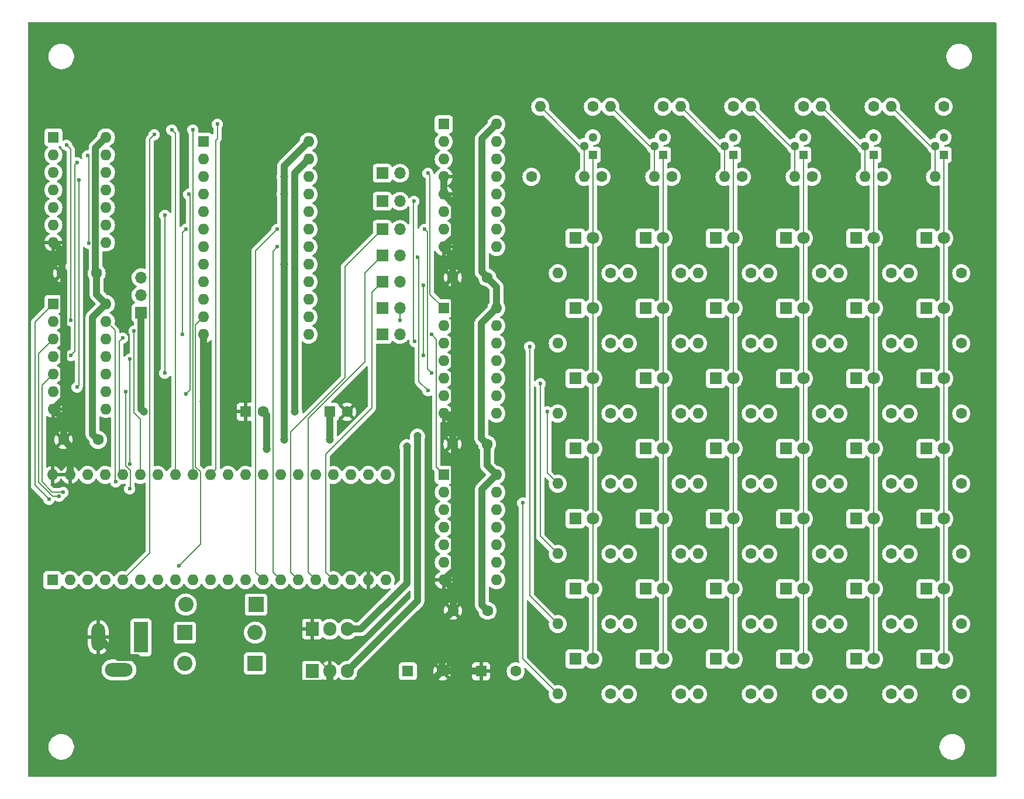
<source format=gbr>
%TF.GenerationSoftware,KiCad,Pcbnew,8.0.2*%
%TF.CreationDate,2025-01-26T20:54:38+01:00*%
%TF.ProjectId,MK23xxCharGenReadout,4d4b3233-7878-4436-9861-7247656e5265,rev?*%
%TF.SameCoordinates,Original*%
%TF.FileFunction,Copper,L2,Bot*%
%TF.FilePolarity,Positive*%
%FSLAX46Y46*%
G04 Gerber Fmt 4.6, Leading zero omitted, Abs format (unit mm)*
G04 Created by KiCad (PCBNEW 8.0.2) date 2025-01-26 20:54:38*
%MOMM*%
%LPD*%
G01*
G04 APERTURE LIST*
%TA.AperFunction,ComponentPad*%
%ADD10R,1.905000X2.000000*%
%TD*%
%TA.AperFunction,ComponentPad*%
%ADD11O,1.905000X2.000000*%
%TD*%
%TA.AperFunction,ComponentPad*%
%ADD12R,1.600000X1.600000*%
%TD*%
%TA.AperFunction,ComponentPad*%
%ADD13O,1.600000X1.600000*%
%TD*%
%TA.AperFunction,ComponentPad*%
%ADD14C,1.600000*%
%TD*%
%TA.AperFunction,ComponentPad*%
%ADD15R,1.300000X1.300000*%
%TD*%
%TA.AperFunction,ComponentPad*%
%ADD16C,1.300000*%
%TD*%
%TA.AperFunction,ComponentPad*%
%ADD17R,1.700000X1.700000*%
%TD*%
%TA.AperFunction,ComponentPad*%
%ADD18O,1.700000X1.700000*%
%TD*%
%TA.AperFunction,ComponentPad*%
%ADD19R,2.000000X4.500000*%
%TD*%
%TA.AperFunction,ComponentPad*%
%ADD20O,2.000000X4.000000*%
%TD*%
%TA.AperFunction,ComponentPad*%
%ADD21O,4.000000X2.000000*%
%TD*%
%TA.AperFunction,ComponentPad*%
%ADD22R,1.800000X1.800000*%
%TD*%
%TA.AperFunction,ComponentPad*%
%ADD23C,1.800000*%
%TD*%
%TA.AperFunction,ComponentPad*%
%ADD24R,2.200000X2.200000*%
%TD*%
%TA.AperFunction,ComponentPad*%
%ADD25O,2.200000X2.200000*%
%TD*%
%TA.AperFunction,ViaPad*%
%ADD26C,0.600000*%
%TD*%
%TA.AperFunction,ViaPad*%
%ADD27C,1.200000*%
%TD*%
%TA.AperFunction,Conductor*%
%ADD28C,0.200000*%
%TD*%
%TA.AperFunction,Conductor*%
%ADD29C,1.000000*%
%TD*%
G04 APERTURE END LIST*
D10*
%TO.P,U9,1,GND*%
%TO.N,GND*%
X147320000Y-123952000D03*
D11*
%TO.P,U9,2,VI*%
%TO.N,Net-(D2-A)*%
X149860000Y-123952000D03*
%TO.P,U9,3,VO*%
%TO.N,-12V*%
X152400000Y-123952000D03*
%TD*%
D12*
%TO.P,U8,1*%
%TO.N,Net-(OUT6-B)*%
X166380000Y-101595000D03*
D13*
%TO.P,U8,2*%
%TO.N,Net-(R13-Pad2)*%
X166380000Y-104135000D03*
%TO.P,U8,3*%
%TO.N,unconnected-(U8-Pad3)*%
X166380000Y-106675000D03*
%TO.P,U8,4*%
%TO.N,unconnected-(U8-Pad4)*%
X166380000Y-109215000D03*
%TO.P,U8,5*%
%TO.N,unconnected-(U8-Pad5)*%
X166380000Y-111755000D03*
%TO.P,U8,6*%
%TO.N,unconnected-(U8-Pad6)*%
X166380000Y-114295000D03*
%TO.P,U8,7,GND*%
%TO.N,GND*%
X166380000Y-116835000D03*
%TO.P,U8,8*%
%TO.N,unconnected-(U8-Pad8)*%
X174000000Y-116835000D03*
%TO.P,U8,9*%
%TO.N,unconnected-(U8-Pad9)*%
X174000000Y-114295000D03*
%TO.P,U8,10*%
%TO.N,unconnected-(U8-Pad10)*%
X174000000Y-111755000D03*
%TO.P,U8,11*%
%TO.N,unconnected-(U8-Pad11)*%
X174000000Y-109215000D03*
%TO.P,U8,12*%
%TO.N,unconnected-(U8-Pad12)*%
X174000000Y-106675000D03*
%TO.P,U8,13*%
%TO.N,unconnected-(U8-Pad13)*%
X174000000Y-104135000D03*
%TO.P,U8,14,VCC*%
%TO.N,+5V*%
X174000000Y-101595000D03*
%TD*%
D12*
%TO.P,U7,1*%
%TO.N,Net-(OUT0-B)*%
X166380000Y-77465000D03*
D13*
%TO.P,U7,2*%
%TO.N,Net-(R15-Pad2)*%
X166380000Y-80005000D03*
%TO.P,U7,3*%
%TO.N,Net-(OUT1-B)*%
X166380000Y-82545000D03*
%TO.P,U7,4*%
%TO.N,Net-(R16-Pad2)*%
X166380000Y-85085000D03*
%TO.P,U7,5*%
%TO.N,Net-(OUT2-B)*%
X166380000Y-87625000D03*
%TO.P,U7,6*%
%TO.N,Net-(R17-Pad2)*%
X166380000Y-90165000D03*
%TO.P,U7,7,GND*%
%TO.N,GND*%
X166380000Y-92705000D03*
%TO.P,U7,8*%
%TO.N,Net-(R10-Pad2)*%
X174000000Y-92705000D03*
%TO.P,U7,9*%
%TO.N,Net-(OUT3-B)*%
X174000000Y-90165000D03*
%TO.P,U7,10*%
%TO.N,Net-(R11-Pad2)*%
X174000000Y-87625000D03*
%TO.P,U7,11*%
%TO.N,Net-(OUT4-B)*%
X174000000Y-85085000D03*
%TO.P,U7,12*%
%TO.N,Net-(R12-Pad2)*%
X174000000Y-82545000D03*
%TO.P,U7,13*%
%TO.N,Net-(OUT5-B)*%
X174000000Y-80005000D03*
%TO.P,U7,14,VCC*%
%TO.N,+5V*%
X174000000Y-77465000D03*
%TD*%
D10*
%TO.P,U6,1,IN*%
%TO.N,Net-(D3-K)*%
X147320000Y-130048000D03*
D11*
%TO.P,U6,2,GND*%
%TO.N,GND*%
X149860000Y-130048000D03*
%TO.P,U6,3,OUT*%
%TO.N,+5V*%
X152400000Y-130048000D03*
%TD*%
D12*
%TO.P,U5,1,A0*%
%TO.N,/CNT0*%
X166380000Y-50800000D03*
D13*
%TO.P,U5,2,A1*%
%TO.N,/CNT1*%
X166380000Y-53340000D03*
%TO.P,U5,3,A2*%
%TO.N,/CNT2*%
X166380000Y-55880000D03*
%TO.P,U5,4,E1*%
%TO.N,GND*%
X166380000Y-58420000D03*
%TO.P,U5,5,E2*%
X166380000Y-60960000D03*
%TO.P,U5,6,E3*%
%TO.N,unconnected-(U5-E3-Pad6)*%
X166380000Y-63500000D03*
%TO.P,U5,7,O7*%
%TO.N,unconnected-(U5-O7-Pad7)*%
X166380000Y-66040000D03*
%TO.P,U5,8,GND*%
%TO.N,GND*%
X166380000Y-68580000D03*
%TO.P,U5,9,O6*%
%TO.N,unconnected-(U5-O6-Pad9)*%
X174000000Y-68580000D03*
%TO.P,U5,10,O5*%
%TO.N,Net-(U5-O5)*%
X174000000Y-66040000D03*
%TO.P,U5,11,O4*%
%TO.N,Net-(U5-O4)*%
X174000000Y-63500000D03*
%TO.P,U5,12,O3*%
%TO.N,Net-(U5-O3)*%
X174000000Y-60960000D03*
%TO.P,U5,13,O2*%
%TO.N,Net-(U5-O2)*%
X174000000Y-58420000D03*
%TO.P,U5,14,O1*%
%TO.N,Net-(U5-O1)*%
X174000000Y-55880000D03*
%TO.P,U5,15,O0*%
%TO.N,Net-(U5-O0)*%
X174000000Y-53340000D03*
%TO.P,U5,16,VCC*%
%TO.N,+5V*%
X174000000Y-50800000D03*
%TD*%
D12*
%TO.P,U4,1,A1*%
%TO.N,Net-(U4-A1)*%
X131572000Y-53335000D03*
D13*
%TO.P,U4,2,A2*%
%TO.N,Net-(U4-A2)*%
X131572000Y-55875000D03*
%TO.P,U4,3,A3*%
%TO.N,Net-(U4-A3)*%
X131572000Y-58415000D03*
%TO.P,U4,4,A4*%
%TO.N,Net-(U4-A4)*%
X131572000Y-60955000D03*
%TO.P,U4,5,A5*%
%TO.N,Net-(U4-A5)*%
X131572000Y-63495000D03*
%TO.P,U4,6,A6*%
%TO.N,Net-(U4-A6)*%
X131572000Y-66035000D03*
%TO.P,U4,7,CLK*%
%TO.N,Net-(U4-CLK)*%
X131572000Y-68575000D03*
%TO.P,U4,8,RESET*%
%TO.N,+5V*%
X131572000Y-71115000D03*
%TO.P,U4,9,NC*%
%TO.N,unconnected-(U4-NC-Pad9)*%
X131572000Y-73655000D03*
%TO.P,U4,10,CNTRL*%
%TO.N,Net-(JP1-C)*%
X131572000Y-76195000D03*
%TO.P,U4,11,OUTPUT*%
%TO.N,/CARRY*%
X131572000Y-78735000D03*
%TO.P,U4,12,VDD(GND)*%
%TO.N,GND*%
X131572000Y-81275000D03*
%TO.P,U4,13,OUT7*%
%TO.N,/OUT6*%
X146812000Y-81275000D03*
%TO.P,U4,14,OUT6*%
%TO.N,/OUT5*%
X146812000Y-78735000D03*
%TO.P,U4,15,OUT5*%
%TO.N,/OUT4*%
X146812000Y-76195000D03*
%TO.P,U4,16,OUT4*%
%TO.N,/OUT3*%
X146812000Y-73655000D03*
%TO.P,U4,17,OUT3*%
%TO.N,/OUT2*%
X146812000Y-71115000D03*
%TO.P,U4,18,OUT2*%
%TO.N,/OUT1*%
X146812000Y-68575000D03*
%TO.P,U4,19,OUT1*%
%TO.N,/OUT0*%
X146812000Y-66035000D03*
%TO.P,U4,20,NC*%
%TO.N,unconnected-(U4-NC-Pad20)*%
X146812000Y-63495000D03*
%TO.P,U4,21,OE*%
%TO.N,+5V*%
X146812000Y-60955000D03*
%TO.P,U4,22,BLANKING*%
X146812000Y-58415000D03*
%TO.P,U4,23,VGG(-12V)*%
%TO.N,-12V*%
X146812000Y-55875000D03*
%TO.P,U4,24,VSS(+5V)*%
%TO.N,+5V*%
X146812000Y-53335000D03*
%TD*%
D12*
%TO.P,U2,1,PB12*%
%TO.N,/CARRY*%
X109728000Y-116840000D03*
D13*
%TO.P,U2,2,PB13*%
%TO.N,unconnected-(U2-PB13-Pad2)*%
X112268000Y-116840000D03*
%TO.P,U2,3,PB14*%
%TO.N,unconnected-(U2-PB14-Pad3)*%
X114808000Y-116840000D03*
%TO.P,U2,4,PB15*%
%TO.N,unconnected-(U2-PB15-Pad4)*%
X117348000Y-116840000D03*
%TO.P,U2,5,PA8*%
%TO.N,/CNT2*%
X119888000Y-116840000D03*
%TO.P,U2,6,PA9*%
%TO.N,unconnected-(U2-PA9-Pad6)*%
X122428000Y-116840000D03*
%TO.P,U2,7,PA10*%
%TO.N,unconnected-(U2-PA10-Pad7)*%
X124968000Y-116840000D03*
%TO.P,U2,8,PA11*%
%TO.N,unconnected-(U2-PA11-Pad8)*%
X127508000Y-116840000D03*
%TO.P,U2,9,PA12*%
%TO.N,unconnected-(U2-PA12-Pad9)*%
X130048000Y-116840000D03*
%TO.P,U2,10,PA15*%
%TO.N,unconnected-(U2-PA15-Pad10)*%
X132588000Y-116840000D03*
%TO.P,U2,11,PB3*%
%TO.N,unconnected-(U2-PB3-Pad11)*%
X135128000Y-116840000D03*
%TO.P,U2,12,PB4*%
%TO.N,unconnected-(U2-PB4-Pad12)*%
X137668000Y-116840000D03*
%TO.P,U2,13,PB5*%
%TO.N,/OUT0*%
X140208000Y-116840000D03*
%TO.P,U2,14,PB6*%
%TO.N,/OUT1*%
X142748000Y-116840000D03*
%TO.P,U2,15,PB7*%
%TO.N,/OUT2*%
X145288000Y-116840000D03*
%TO.P,U2,16,PB8*%
%TO.N,/OUT3*%
X147828000Y-116840000D03*
%TO.P,U2,17,PB9*%
%TO.N,/OUT4*%
X150368000Y-116840000D03*
%TO.P,U2,18,5V*%
%TO.N,Net-(D1-K)*%
X152908000Y-116840000D03*
%TO.P,U2,19,GND*%
%TO.N,GND*%
X155448000Y-116840000D03*
%TO.P,U2,20,3V3*%
%TO.N,unconnected-(U2-3V3-Pad20)*%
X157988000Y-116840000D03*
%TO.P,U2,21,VBAT*%
%TO.N,unconnected-(U2-VBAT-Pad21)*%
X157988000Y-101600000D03*
%TO.P,U2,22,PC13*%
%TO.N,unconnected-(U2-PC13-Pad22)*%
X155448000Y-101600000D03*
%TO.P,U2,23,PC14*%
%TO.N,unconnected-(U2-PC14-Pad23)*%
X152908000Y-101600000D03*
%TO.P,U2,24,PC15*%
%TO.N,unconnected-(U2-PC15-Pad24)*%
X150368000Y-101600000D03*
%TO.P,U2,25,PA0*%
%TO.N,/IN0*%
X147828000Y-101600000D03*
%TO.P,U2,26,PA1*%
%TO.N,/IN1*%
X145288000Y-101600000D03*
%TO.P,U2,27,PA2*%
%TO.N,/IN2*%
X142748000Y-101600000D03*
%TO.P,U2,28,PA3*%
%TO.N,/IN3*%
X140208000Y-101600000D03*
%TO.P,U2,29,PA4*%
%TO.N,/IN4*%
X137668000Y-101600000D03*
%TO.P,U2,30,PA5*%
%TO.N,/IN5*%
X135128000Y-101600000D03*
%TO.P,U2,31,PA6*%
%TO.N,/CNT0*%
X132588000Y-101600000D03*
%TO.P,U2,32,PA7*%
%TO.N,/CNT1*%
X130048000Y-101600000D03*
%TO.P,U2,33,PB0*%
%TO.N,/CLK*%
X127508000Y-101600000D03*
%TO.P,U2,34,PB1*%
%TO.N,unconnected-(U2-PB1-Pad34)*%
X124968000Y-101600000D03*
%TO.P,U2,35,PB10*%
%TO.N,/OUT5*%
X122428000Y-101600000D03*
%TO.P,U2,36,PB11*%
%TO.N,/OUT6*%
X119888000Y-101600000D03*
%TO.P,U2,37,NRST*%
%TO.N,unconnected-(U2-NRST-Pad37)*%
X117348000Y-101600000D03*
%TO.P,U2,38,3V3*%
%TO.N,unconnected-(U2-3V3-Pad38)*%
X114808000Y-101600000D03*
%TO.P,U2,39,GND*%
%TO.N,GND*%
X112268000Y-101600000D03*
%TO.P,U2,40,GND*%
X109728000Y-101600000D03*
%TD*%
D14*
%TO.P,R54,1*%
%TO.N,+5V*%
X238760000Y-48260000D03*
D13*
%TO.P,R54,2*%
%TO.N,Net-(Q6-B)*%
X231140000Y-48260000D03*
%TD*%
D14*
%TO.P,R53,1*%
%TO.N,Net-(D45-K)*%
X241300000Y-133350000D03*
D13*
%TO.P,R53,2*%
%TO.N,Net-(R13-Pad2)*%
X233680000Y-133350000D03*
%TD*%
D14*
%TO.P,R52,1*%
%TO.N,Net-(D44-K)*%
X241300000Y-123190000D03*
D13*
%TO.P,R52,2*%
%TO.N,Net-(R12-Pad2)*%
X233680000Y-123190000D03*
%TD*%
D14*
%TO.P,R51,1*%
%TO.N,Net-(D43-K)*%
X241300000Y-113030000D03*
D13*
%TO.P,R51,2*%
%TO.N,Net-(R11-Pad2)*%
X233680000Y-113030000D03*
%TD*%
D14*
%TO.P,R50,1*%
%TO.N,Net-(D42-K)*%
X241300000Y-102870000D03*
D13*
%TO.P,R50,2*%
%TO.N,Net-(R10-Pad2)*%
X233680000Y-102870000D03*
%TD*%
D14*
%TO.P,R49,1*%
%TO.N,Net-(D41-K)*%
X241300000Y-92710000D03*
D13*
%TO.P,R49,2*%
%TO.N,Net-(R17-Pad2)*%
X233680000Y-92710000D03*
%TD*%
D14*
%TO.P,R48,1*%
%TO.N,Net-(D40-K)*%
X241300000Y-82550000D03*
D13*
%TO.P,R48,2*%
%TO.N,Net-(R16-Pad2)*%
X233680000Y-82550000D03*
%TD*%
D14*
%TO.P,R47,1*%
%TO.N,Net-(D39-K)*%
X241300000Y-72390000D03*
D13*
%TO.P,R47,2*%
%TO.N,Net-(R15-Pad2)*%
X233680000Y-72390000D03*
%TD*%
D14*
%TO.P,R46,1*%
%TO.N,+5V*%
X228600000Y-48260000D03*
D13*
%TO.P,R46,2*%
%TO.N,Net-(Q5-B)*%
X220980000Y-48260000D03*
%TD*%
D14*
%TO.P,R45,1*%
%TO.N,Net-(D38-K)*%
X231140000Y-133350000D03*
D13*
%TO.P,R45,2*%
%TO.N,Net-(R13-Pad2)*%
X223520000Y-133350000D03*
%TD*%
D14*
%TO.P,R44,1*%
%TO.N,Net-(D37-K)*%
X231140000Y-123190000D03*
D13*
%TO.P,R44,2*%
%TO.N,Net-(R12-Pad2)*%
X223520000Y-123190000D03*
%TD*%
D14*
%TO.P,R43,1*%
%TO.N,Net-(D36-K)*%
X231140000Y-113030000D03*
D13*
%TO.P,R43,2*%
%TO.N,Net-(R11-Pad2)*%
X223520000Y-113030000D03*
%TD*%
D14*
%TO.P,R42,1*%
%TO.N,Net-(D35-K)*%
X231140000Y-102870000D03*
D13*
%TO.P,R42,2*%
%TO.N,Net-(R10-Pad2)*%
X223520000Y-102870000D03*
%TD*%
D14*
%TO.P,R41,1*%
%TO.N,Net-(D34-K)*%
X231140000Y-92710000D03*
D13*
%TO.P,R41,2*%
%TO.N,Net-(R17-Pad2)*%
X223520000Y-92710000D03*
%TD*%
D14*
%TO.P,R40,1*%
%TO.N,Net-(D33-K)*%
X231140000Y-82550000D03*
D13*
%TO.P,R40,2*%
%TO.N,Net-(R16-Pad2)*%
X223520000Y-82550000D03*
%TD*%
D14*
%TO.P,R39,1*%
%TO.N,Net-(D32-K)*%
X231140000Y-72390000D03*
D13*
%TO.P,R39,2*%
%TO.N,Net-(R15-Pad2)*%
X223520000Y-72390000D03*
%TD*%
D14*
%TO.P,R38,1*%
%TO.N,+5V*%
X218440000Y-48260000D03*
D13*
%TO.P,R38,2*%
%TO.N,Net-(Q4-B)*%
X210820000Y-48260000D03*
%TD*%
D14*
%TO.P,R37,1*%
%TO.N,Net-(D31-K)*%
X220980000Y-133350000D03*
D13*
%TO.P,R37,2*%
%TO.N,Net-(R13-Pad2)*%
X213360000Y-133350000D03*
%TD*%
D14*
%TO.P,R36,1*%
%TO.N,Net-(D30-K)*%
X220980000Y-123190000D03*
D13*
%TO.P,R36,2*%
%TO.N,Net-(R12-Pad2)*%
X213360000Y-123190000D03*
%TD*%
D14*
%TO.P,R35,1*%
%TO.N,Net-(D29-K)*%
X220980000Y-113030000D03*
D13*
%TO.P,R35,2*%
%TO.N,Net-(R11-Pad2)*%
X213360000Y-113030000D03*
%TD*%
%TO.P,R34,2*%
%TO.N,Net-(R10-Pad2)*%
X213360000Y-102870000D03*
D14*
%TO.P,R34,1*%
%TO.N,Net-(D28-K)*%
X220980000Y-102870000D03*
%TD*%
%TO.P,R33,1*%
%TO.N,Net-(D27-K)*%
X220980000Y-92710000D03*
D13*
%TO.P,R33,2*%
%TO.N,Net-(R17-Pad2)*%
X213360000Y-92710000D03*
%TD*%
D14*
%TO.P,R32,1*%
%TO.N,Net-(D26-K)*%
X220980000Y-82550000D03*
D13*
%TO.P,R32,2*%
%TO.N,Net-(R16-Pad2)*%
X213360000Y-82550000D03*
%TD*%
D14*
%TO.P,R31,1*%
%TO.N,Net-(D25-K)*%
X220980000Y-72390000D03*
D13*
%TO.P,R31,2*%
%TO.N,Net-(R15-Pad2)*%
X213360000Y-72390000D03*
%TD*%
D14*
%TO.P,R30,1*%
%TO.N,+5V*%
X208280000Y-48260000D03*
D13*
%TO.P,R30,2*%
%TO.N,Net-(Q3-B)*%
X200660000Y-48260000D03*
%TD*%
D14*
%TO.P,R29,1*%
%TO.N,Net-(D24-K)*%
X210820000Y-133350000D03*
D13*
%TO.P,R29,2*%
%TO.N,Net-(R13-Pad2)*%
X203200000Y-133350000D03*
%TD*%
D14*
%TO.P,R28,1*%
%TO.N,Net-(D23-K)*%
X210820000Y-123190000D03*
D13*
%TO.P,R28,2*%
%TO.N,Net-(R12-Pad2)*%
X203200000Y-123190000D03*
%TD*%
D14*
%TO.P,R27,1*%
%TO.N,Net-(D22-K)*%
X210820000Y-113030000D03*
D13*
%TO.P,R27,2*%
%TO.N,Net-(R11-Pad2)*%
X203200000Y-113030000D03*
%TD*%
D14*
%TO.P,R26,1*%
%TO.N,Net-(D21-K)*%
X210820000Y-102870000D03*
D13*
%TO.P,R26,2*%
%TO.N,Net-(R10-Pad2)*%
X203200000Y-102870000D03*
%TD*%
D14*
%TO.P,R25,1*%
%TO.N,Net-(D20-K)*%
X210820000Y-92710000D03*
D13*
%TO.P,R25,2*%
%TO.N,Net-(R17-Pad2)*%
X203200000Y-92710000D03*
%TD*%
D14*
%TO.P,R24,1*%
%TO.N,Net-(D19-K)*%
X210820000Y-82550000D03*
D13*
%TO.P,R24,2*%
%TO.N,Net-(R16-Pad2)*%
X203200000Y-82550000D03*
%TD*%
D14*
%TO.P,R23,1*%
%TO.N,Net-(D18-K)*%
X210820000Y-72390000D03*
D13*
%TO.P,R23,2*%
%TO.N,Net-(R15-Pad2)*%
X203200000Y-72390000D03*
%TD*%
D14*
%TO.P,R22,1*%
%TO.N,+5V*%
X198120000Y-48260000D03*
D13*
%TO.P,R22,2*%
%TO.N,Net-(Q2-B)*%
X190500000Y-48260000D03*
%TD*%
D14*
%TO.P,R21,1*%
%TO.N,Net-(D17-K)*%
X200660000Y-133350000D03*
D13*
%TO.P,R21,2*%
%TO.N,Net-(R13-Pad2)*%
X193040000Y-133350000D03*
%TD*%
D14*
%TO.P,R20,1*%
%TO.N,Net-(D16-K)*%
X200660000Y-123190000D03*
D13*
%TO.P,R20,2*%
%TO.N,Net-(R12-Pad2)*%
X193040000Y-123190000D03*
%TD*%
D14*
%TO.P,R19,1*%
%TO.N,Net-(D15-K)*%
X200660000Y-113030000D03*
D13*
%TO.P,R19,2*%
%TO.N,Net-(R11-Pad2)*%
X193040000Y-113030000D03*
%TD*%
D14*
%TO.P,R18,1*%
%TO.N,Net-(D14-K)*%
X200660000Y-102870000D03*
D13*
%TO.P,R18,2*%
%TO.N,Net-(R10-Pad2)*%
X193040000Y-102870000D03*
%TD*%
D14*
%TO.P,R17,1*%
%TO.N,Net-(D13-K)*%
X200660000Y-92710000D03*
D13*
%TO.P,R17,2*%
%TO.N,Net-(R17-Pad2)*%
X193040000Y-92710000D03*
%TD*%
D14*
%TO.P,R16,1*%
%TO.N,Net-(D12-K)*%
X200660000Y-82550000D03*
D13*
%TO.P,R16,2*%
%TO.N,Net-(R16-Pad2)*%
X193040000Y-82550000D03*
%TD*%
D14*
%TO.P,R15,1*%
%TO.N,Net-(D11-K)*%
X200660000Y-72390000D03*
D13*
%TO.P,R15,2*%
%TO.N,Net-(R15-Pad2)*%
X193040000Y-72390000D03*
%TD*%
D14*
%TO.P,R14,1*%
%TO.N,+5V*%
X187960000Y-48260000D03*
D13*
%TO.P,R14,2*%
%TO.N,Net-(Q1-B)*%
X180340000Y-48260000D03*
%TD*%
D14*
%TO.P,R13,1*%
%TO.N,Net-(D10-K)*%
X190500000Y-133350000D03*
D13*
%TO.P,R13,2*%
%TO.N,Net-(R13-Pad2)*%
X182880000Y-133350000D03*
%TD*%
D14*
%TO.P,R12,1*%
%TO.N,Net-(D9-K)*%
X190500000Y-123190000D03*
D13*
%TO.P,R12,2*%
%TO.N,Net-(R12-Pad2)*%
X182880000Y-123190000D03*
%TD*%
D14*
%TO.P,R11,1*%
%TO.N,Net-(D8-K)*%
X190500000Y-113030000D03*
D13*
%TO.P,R11,2*%
%TO.N,Net-(R11-Pad2)*%
X182880000Y-113030000D03*
%TD*%
D14*
%TO.P,R10,1*%
%TO.N,Net-(D7-K)*%
X190500000Y-102870000D03*
D13*
%TO.P,R10,2*%
%TO.N,Net-(R10-Pad2)*%
X182880000Y-102870000D03*
%TD*%
D14*
%TO.P,R9,1*%
%TO.N,Net-(D6-K)*%
X190500000Y-92710000D03*
D13*
%TO.P,R9,2*%
%TO.N,Net-(R17-Pad2)*%
X182880000Y-92710000D03*
%TD*%
D14*
%TO.P,R8,1*%
%TO.N,Net-(D5-K)*%
X190500000Y-82550000D03*
D13*
%TO.P,R8,2*%
%TO.N,Net-(R16-Pad2)*%
X182880000Y-82550000D03*
%TD*%
D14*
%TO.P,R7,1*%
%TO.N,Net-(D4-K)*%
X190500000Y-72390000D03*
D13*
%TO.P,R7,2*%
%TO.N,Net-(R15-Pad2)*%
X182880000Y-72390000D03*
%TD*%
D14*
%TO.P,R6,1*%
%TO.N,Net-(U5-O5)*%
X229870000Y-58420000D03*
D13*
%TO.P,R6,2*%
%TO.N,Net-(Q6-B)*%
X237490000Y-58420000D03*
%TD*%
D14*
%TO.P,R5,1*%
%TO.N,Net-(U5-O4)*%
X219710000Y-58420000D03*
D13*
%TO.P,R5,2*%
%TO.N,Net-(Q5-B)*%
X227330000Y-58420000D03*
%TD*%
D14*
%TO.P,R4,1*%
%TO.N,Net-(U5-O3)*%
X209550000Y-58420000D03*
D13*
%TO.P,R4,2*%
%TO.N,Net-(Q4-B)*%
X217170000Y-58420000D03*
%TD*%
D14*
%TO.P,R3,1*%
%TO.N,Net-(U5-O2)*%
X199390000Y-58420000D03*
D13*
%TO.P,R3,2*%
%TO.N,Net-(Q3-B)*%
X207010000Y-58420000D03*
%TD*%
D14*
%TO.P,R2,1*%
%TO.N,Net-(U5-O1)*%
X189230000Y-58420000D03*
D13*
%TO.P,R2,2*%
%TO.N,Net-(Q2-B)*%
X196850000Y-58420000D03*
%TD*%
D14*
%TO.P,R1,1*%
%TO.N,Net-(U5-O0)*%
X179070000Y-58420000D03*
D13*
%TO.P,R1,2*%
%TO.N,Net-(Q1-B)*%
X186690000Y-58420000D03*
%TD*%
D15*
%TO.P,Q6,1,C*%
%TO.N,Net-(D39-A)*%
X238760000Y-55245000D03*
D16*
%TO.P,Q6,2,B*%
%TO.N,Net-(Q6-B)*%
X237490000Y-53975000D03*
%TO.P,Q6,3,E*%
%TO.N,+5V*%
X238760000Y-52705000D03*
%TD*%
D15*
%TO.P,Q5,1,C*%
%TO.N,Net-(D32-A)*%
X228600000Y-55245000D03*
D16*
%TO.P,Q5,2,B*%
%TO.N,Net-(Q5-B)*%
X227330000Y-53975000D03*
%TO.P,Q5,3,E*%
%TO.N,+5V*%
X228600000Y-52705000D03*
%TD*%
D15*
%TO.P,Q4,1,C*%
%TO.N,Net-(D25-A)*%
X218440000Y-55245000D03*
D16*
%TO.P,Q4,2,B*%
%TO.N,Net-(Q4-B)*%
X217170000Y-53975000D03*
%TO.P,Q4,3,E*%
%TO.N,+5V*%
X218440000Y-52705000D03*
%TD*%
D15*
%TO.P,Q3,1,C*%
%TO.N,Net-(D18-A)*%
X208280000Y-55245000D03*
D16*
%TO.P,Q3,2,B*%
%TO.N,Net-(Q3-B)*%
X207010000Y-53975000D03*
%TO.P,Q3,3,E*%
%TO.N,+5V*%
X208280000Y-52705000D03*
%TD*%
D15*
%TO.P,Q2,1,C*%
%TO.N,Net-(D11-A)*%
X198120000Y-55245000D03*
D16*
%TO.P,Q2,2,B*%
%TO.N,Net-(Q2-B)*%
X196850000Y-53975000D03*
%TO.P,Q2,3,E*%
%TO.N,+5V*%
X198120000Y-52705000D03*
%TD*%
D15*
%TO.P,Q1,1,C*%
%TO.N,Net-(D10-A)*%
X187960000Y-55245000D03*
D16*
%TO.P,Q1,2,B*%
%TO.N,Net-(Q1-B)*%
X186690000Y-53975000D03*
%TO.P,Q1,3,E*%
%TO.N,+5V*%
X187960000Y-52705000D03*
%TD*%
D17*
%TO.P,OUT6,1,A*%
%TO.N,/OUT6*%
X157480000Y-81280000D03*
D18*
%TO.P,OUT6,2,B*%
%TO.N,Net-(OUT6-B)*%
X160020000Y-81280000D03*
%TD*%
D17*
%TO.P,OUT5,1,A*%
%TO.N,/OUT5*%
X157475000Y-77470000D03*
D18*
%TO.P,OUT5,2,B*%
%TO.N,Net-(OUT5-B)*%
X160015000Y-77470000D03*
%TD*%
D17*
%TO.P,OUT4,1,A*%
%TO.N,/OUT4*%
X157475000Y-73660000D03*
D18*
%TO.P,OUT4,2,B*%
%TO.N,Net-(OUT4-B)*%
X160015000Y-73660000D03*
%TD*%
D17*
%TO.P,OUT3,1,A*%
%TO.N,/OUT3*%
X157480000Y-69850000D03*
D18*
%TO.P,OUT3,2,B*%
%TO.N,Net-(OUT3-B)*%
X160020000Y-69850000D03*
%TD*%
D17*
%TO.P,OUT2,1,A*%
%TO.N,/OUT2*%
X157480000Y-66040000D03*
D18*
%TO.P,OUT2,2,B*%
%TO.N,Net-(OUT2-B)*%
X160020000Y-66040000D03*
%TD*%
D17*
%TO.P,OUT1,1,A*%
%TO.N,/OUT1*%
X157480000Y-61976000D03*
D18*
%TO.P,OUT1,2,B*%
%TO.N,Net-(OUT1-B)*%
X160020000Y-61976000D03*
%TD*%
D17*
%TO.P,OUT0,1,A*%
%TO.N,/OUT0*%
X157480000Y-57912000D03*
D18*
%TO.P,OUT0,2,B*%
%TO.N,Net-(OUT0-B)*%
X160020000Y-57912000D03*
%TD*%
D17*
%TO.P,JP1,1,A*%
%TO.N,-12V*%
X122555000Y-78105000D03*
D18*
%TO.P,JP1,2,C*%
%TO.N,Net-(JP1-C)*%
X122555000Y-75565000D03*
%TO.P,JP1,3,B*%
%TO.N,+5V*%
X122555000Y-73025000D03*
%TD*%
D19*
%TO.P,J1,1*%
%TO.N,Net-(D2-K)*%
X122555000Y-125130000D03*
D20*
%TO.P,J1,2*%
%TO.N,GND*%
X116355000Y-125130000D03*
D21*
%TO.P,J1,3*%
%TO.N,unconnected-(J1-Pad3)*%
X119355000Y-129830000D03*
%TD*%
D22*
%TO.P,D45,1,K*%
%TO.N,Net-(D45-K)*%
X236220000Y-128270000D03*
D23*
%TO.P,D45,2,A*%
%TO.N,Net-(D39-A)*%
X238760000Y-128270000D03*
%TD*%
D22*
%TO.P,D44,1,K*%
%TO.N,Net-(D44-K)*%
X236220000Y-118110000D03*
D23*
%TO.P,D44,2,A*%
%TO.N,Net-(D39-A)*%
X238760000Y-118110000D03*
%TD*%
D22*
%TO.P,D43,1,K*%
%TO.N,Net-(D43-K)*%
X236220000Y-107950000D03*
D23*
%TO.P,D43,2,A*%
%TO.N,Net-(D39-A)*%
X238760000Y-107950000D03*
%TD*%
D22*
%TO.P,D42,1,K*%
%TO.N,Net-(D42-K)*%
X236220000Y-97790000D03*
D23*
%TO.P,D42,2,A*%
%TO.N,Net-(D39-A)*%
X238760000Y-97790000D03*
%TD*%
D22*
%TO.P,D41,1,K*%
%TO.N,Net-(D41-K)*%
X236220000Y-87630000D03*
D23*
%TO.P,D41,2,A*%
%TO.N,Net-(D39-A)*%
X238760000Y-87630000D03*
%TD*%
D22*
%TO.P,D40,1,K*%
%TO.N,Net-(D40-K)*%
X236220000Y-77470000D03*
D23*
%TO.P,D40,2,A*%
%TO.N,Net-(D39-A)*%
X238760000Y-77470000D03*
%TD*%
D22*
%TO.P,D39,1,K*%
%TO.N,Net-(D39-K)*%
X236220000Y-67310000D03*
D23*
%TO.P,D39,2,A*%
%TO.N,Net-(D39-A)*%
X238760000Y-67310000D03*
%TD*%
D22*
%TO.P,D38,1,K*%
%TO.N,Net-(D38-K)*%
X226060000Y-128270000D03*
D23*
%TO.P,D38,2,A*%
%TO.N,Net-(D32-A)*%
X228600000Y-128270000D03*
%TD*%
D22*
%TO.P,D37,1,K*%
%TO.N,Net-(D37-K)*%
X226060000Y-118110000D03*
D23*
%TO.P,D37,2,A*%
%TO.N,Net-(D32-A)*%
X228600000Y-118110000D03*
%TD*%
D22*
%TO.P,D36,1,K*%
%TO.N,Net-(D36-K)*%
X226060000Y-107950000D03*
D23*
%TO.P,D36,2,A*%
%TO.N,Net-(D32-A)*%
X228600000Y-107950000D03*
%TD*%
D22*
%TO.P,D35,1,K*%
%TO.N,Net-(D35-K)*%
X226060000Y-97790000D03*
D23*
%TO.P,D35,2,A*%
%TO.N,Net-(D32-A)*%
X228600000Y-97790000D03*
%TD*%
D22*
%TO.P,D34,1,K*%
%TO.N,Net-(D34-K)*%
X226055000Y-87630000D03*
D23*
%TO.P,D34,2,A*%
%TO.N,Net-(D32-A)*%
X228595000Y-87630000D03*
%TD*%
D22*
%TO.P,D33,1,K*%
%TO.N,Net-(D33-K)*%
X226060000Y-77470000D03*
D23*
%TO.P,D33,2,A*%
%TO.N,Net-(D32-A)*%
X228600000Y-77470000D03*
%TD*%
D22*
%TO.P,D32,1,K*%
%TO.N,Net-(D32-K)*%
X226060000Y-67310000D03*
D23*
%TO.P,D32,2,A*%
%TO.N,Net-(D32-A)*%
X228600000Y-67310000D03*
%TD*%
D22*
%TO.P,D31,1,K*%
%TO.N,Net-(D31-K)*%
X215900000Y-128270000D03*
D23*
%TO.P,D31,2,A*%
%TO.N,Net-(D25-A)*%
X218440000Y-128270000D03*
%TD*%
D22*
%TO.P,D30,1,K*%
%TO.N,Net-(D30-K)*%
X215900000Y-118110000D03*
D23*
%TO.P,D30,2,A*%
%TO.N,Net-(D25-A)*%
X218440000Y-118110000D03*
%TD*%
D22*
%TO.P,D29,1,K*%
%TO.N,Net-(D29-K)*%
X215900000Y-107950000D03*
D23*
%TO.P,D29,2,A*%
%TO.N,Net-(D25-A)*%
X218440000Y-107950000D03*
%TD*%
D22*
%TO.P,D28,1,K*%
%TO.N,Net-(D28-K)*%
X215900000Y-97790000D03*
D23*
%TO.P,D28,2,A*%
%TO.N,Net-(D25-A)*%
X218440000Y-97790000D03*
%TD*%
D22*
%TO.P,D27,1,K*%
%TO.N,Net-(D27-K)*%
X215900000Y-87630000D03*
D23*
%TO.P,D27,2,A*%
%TO.N,Net-(D25-A)*%
X218440000Y-87630000D03*
%TD*%
D22*
%TO.P,D26,1,K*%
%TO.N,Net-(D26-K)*%
X215900000Y-77470000D03*
D23*
%TO.P,D26,2,A*%
%TO.N,Net-(D25-A)*%
X218440000Y-77470000D03*
%TD*%
D22*
%TO.P,D25,1,K*%
%TO.N,Net-(D25-K)*%
X215895000Y-67310000D03*
D23*
%TO.P,D25,2,A*%
%TO.N,Net-(D25-A)*%
X218435000Y-67310000D03*
%TD*%
D22*
%TO.P,D24,1,K*%
%TO.N,Net-(D24-K)*%
X205740000Y-128270000D03*
D23*
%TO.P,D24,2,A*%
%TO.N,Net-(D18-A)*%
X208280000Y-128270000D03*
%TD*%
D22*
%TO.P,D23,1,K*%
%TO.N,Net-(D23-K)*%
X205740000Y-118110000D03*
D23*
%TO.P,D23,2,A*%
%TO.N,Net-(D18-A)*%
X208280000Y-118110000D03*
%TD*%
D22*
%TO.P,D22,1,K*%
%TO.N,Net-(D22-K)*%
X205740000Y-107950000D03*
D23*
%TO.P,D22,2,A*%
%TO.N,Net-(D18-A)*%
X208280000Y-107950000D03*
%TD*%
D22*
%TO.P,D21,1,K*%
%TO.N,Net-(D21-K)*%
X205740000Y-97790000D03*
D23*
%TO.P,D21,2,A*%
%TO.N,Net-(D18-A)*%
X208280000Y-97790000D03*
%TD*%
D22*
%TO.P,D20,1,K*%
%TO.N,Net-(D20-K)*%
X205740000Y-87630000D03*
D23*
%TO.P,D20,2,A*%
%TO.N,Net-(D18-A)*%
X208280000Y-87630000D03*
%TD*%
D22*
%TO.P,D19,1,K*%
%TO.N,Net-(D19-K)*%
X205740000Y-77470000D03*
D23*
%TO.P,D19,2,A*%
%TO.N,Net-(D18-A)*%
X208280000Y-77470000D03*
%TD*%
D22*
%TO.P,D18,1,K*%
%TO.N,Net-(D18-K)*%
X205740000Y-67310000D03*
D23*
%TO.P,D18,2,A*%
%TO.N,Net-(D18-A)*%
X208280000Y-67310000D03*
%TD*%
%TO.P,D17,2,A*%
%TO.N,Net-(D11-A)*%
X198120000Y-128270000D03*
D22*
%TO.P,D17,1,K*%
%TO.N,Net-(D17-K)*%
X195580000Y-128270000D03*
%TD*%
%TO.P,D16,1,K*%
%TO.N,Net-(D16-K)*%
X195580000Y-118110000D03*
D23*
%TO.P,D16,2,A*%
%TO.N,Net-(D11-A)*%
X198120000Y-118110000D03*
%TD*%
D22*
%TO.P,D15,1,K*%
%TO.N,Net-(D15-K)*%
X195580000Y-107950000D03*
D23*
%TO.P,D15,2,A*%
%TO.N,Net-(D11-A)*%
X198120000Y-107950000D03*
%TD*%
D22*
%TO.P,D14,1,K*%
%TO.N,Net-(D14-K)*%
X195580000Y-97790000D03*
D23*
%TO.P,D14,2,A*%
%TO.N,Net-(D11-A)*%
X198120000Y-97790000D03*
%TD*%
D22*
%TO.P,D13,1,K*%
%TO.N,Net-(D13-K)*%
X195580000Y-87630000D03*
D23*
%TO.P,D13,2,A*%
%TO.N,Net-(D11-A)*%
X198120000Y-87630000D03*
%TD*%
D22*
%TO.P,D12,1,K*%
%TO.N,Net-(D12-K)*%
X195580000Y-77470000D03*
D23*
%TO.P,D12,2,A*%
%TO.N,Net-(D11-A)*%
X198120000Y-77470000D03*
%TD*%
D22*
%TO.P,D11,1,K*%
%TO.N,Net-(D11-K)*%
X195580000Y-67310000D03*
D23*
%TO.P,D11,2,A*%
%TO.N,Net-(D11-A)*%
X198120000Y-67310000D03*
%TD*%
D22*
%TO.P,D10,1,K*%
%TO.N,Net-(D10-K)*%
X185415000Y-128270000D03*
D23*
%TO.P,D10,2,A*%
%TO.N,Net-(D10-A)*%
X187955000Y-128270000D03*
%TD*%
%TO.P,D9,2,A*%
%TO.N,Net-(D10-A)*%
X187960000Y-118110000D03*
D22*
%TO.P,D9,1,K*%
%TO.N,Net-(D9-K)*%
X185420000Y-118110000D03*
%TD*%
%TO.P,D8,1,K*%
%TO.N,Net-(D8-K)*%
X185415000Y-107950000D03*
D23*
%TO.P,D8,2,A*%
%TO.N,Net-(D10-A)*%
X187955000Y-107950000D03*
%TD*%
D22*
%TO.P,D7,1,K*%
%TO.N,Net-(D7-K)*%
X185415000Y-97790000D03*
D23*
%TO.P,D7,2,A*%
%TO.N,Net-(D10-A)*%
X187955000Y-97790000D03*
%TD*%
%TO.P,D6,2,A*%
%TO.N,Net-(D10-A)*%
X187955000Y-87630000D03*
D22*
%TO.P,D6,1,K*%
%TO.N,Net-(D6-K)*%
X185415000Y-87630000D03*
%TD*%
%TO.P,D5,1,K*%
%TO.N,Net-(D5-K)*%
X185420000Y-77470000D03*
D23*
%TO.P,D5,2,A*%
%TO.N,Net-(D10-A)*%
X187960000Y-77470000D03*
%TD*%
D22*
%TO.P,D4,1,K*%
%TO.N,Net-(D4-K)*%
X185420000Y-67310000D03*
D23*
%TO.P,D4,2,A*%
%TO.N,Net-(D10-A)*%
X187960000Y-67310000D03*
%TD*%
D24*
%TO.P,D3,1,K*%
%TO.N,Net-(D3-K)*%
X139065000Y-128905000D03*
D25*
%TO.P,D3,2,A*%
%TO.N,Net-(D2-K)*%
X128905000Y-128905000D03*
%TD*%
D24*
%TO.P,D2,1,K*%
%TO.N,Net-(D2-K)*%
X128905000Y-124460000D03*
D25*
%TO.P,D2,2,A*%
%TO.N,Net-(D2-A)*%
X139065000Y-124460000D03*
%TD*%
D24*
%TO.P,D1,1,K*%
%TO.N,Net-(D1-K)*%
X139192000Y-120396000D03*
D25*
%TO.P,D1,2,A*%
%TO.N,+5V*%
X129032000Y-120396000D03*
%TD*%
D14*
%TO.P,C9,1*%
%TO.N,+5V*%
X116332000Y-96520000D03*
%TO.P,C9,2*%
%TO.N,GND*%
X111332000Y-96520000D03*
%TD*%
%TO.P,C8,1*%
%TO.N,+5V*%
X116125000Y-72390000D03*
%TO.P,C8,2*%
%TO.N,GND*%
X111125000Y-72390000D03*
%TD*%
D12*
%TO.P,C7,1*%
%TO.N,GND*%
X137708000Y-92456000D03*
D14*
%TO.P,C7,2*%
%TO.N,-12V*%
X140208000Y-92456000D03*
%TD*%
%TO.P,C6,1*%
%TO.N,+5V*%
X172720000Y-121285000D03*
%TO.P,C6,2*%
%TO.N,GND*%
X167720000Y-121285000D03*
%TD*%
%TO.P,C5,1*%
%TO.N,+5V*%
X172640000Y-97155000D03*
%TO.P,C5,2*%
%TO.N,GND*%
X167640000Y-97155000D03*
%TD*%
%TO.P,C4,1*%
%TO.N,+5V*%
X172680000Y-73025000D03*
%TO.P,C4,2*%
%TO.N,GND*%
X167680000Y-73025000D03*
%TD*%
D12*
%TO.P,C3,1*%
%TO.N,+5V*%
X149900000Y-92456000D03*
D14*
%TO.P,C3,2*%
%TO.N,GND*%
X152400000Y-92456000D03*
%TD*%
D12*
%TO.P,C2,1*%
%TO.N,GND*%
X171784000Y-130048000D03*
D14*
%TO.P,C2,2*%
%TO.N,Net-(D2-A)*%
X176784000Y-130048000D03*
%TD*%
%TO.P,C1,2*%
%TO.N,GND*%
X166173349Y-130048000D03*
D12*
%TO.P,C1,1*%
%TO.N,Net-(D3-K)*%
X161173349Y-130048000D03*
%TD*%
D13*
%TO.P,U1,14,VCC*%
%TO.N,+5V*%
X117475000Y-76830000D03*
%TO.P,U1,13*%
%TO.N,/IN5*%
X117475000Y-79370000D03*
%TO.P,U1,12*%
%TO.N,Net-(U4-A6)*%
X117475000Y-81910000D03*
%TO.P,U1,11*%
%TO.N,/IN4*%
X117475000Y-84450000D03*
%TO.P,U1,10*%
%TO.N,Net-(U4-A5)*%
X117475000Y-86990000D03*
%TO.P,U1,9*%
%TO.N,/IN3*%
X117475000Y-89530000D03*
%TO.P,U1,8*%
%TO.N,Net-(U4-A4)*%
X117475000Y-92070000D03*
%TO.P,U1,7,GND*%
%TO.N,GND*%
X109855000Y-92070000D03*
%TO.P,U1,6*%
%TO.N,Net-(U4-A3)*%
X109855000Y-89530000D03*
%TO.P,U1,5*%
%TO.N,/IN2*%
X109855000Y-86990000D03*
%TO.P,U1,4*%
%TO.N,Net-(U4-A2)*%
X109855000Y-84450000D03*
%TO.P,U1,3*%
%TO.N,/IN1*%
X109855000Y-81910000D03*
%TO.P,U1,2*%
%TO.N,Net-(U4-A1)*%
X109855000Y-79370000D03*
D12*
%TO.P,U1,1*%
%TO.N,/IN0*%
X109855000Y-76830000D03*
%TD*%
%TO.P,U3,1*%
%TO.N,/CLK*%
X109855000Y-52705000D03*
D13*
%TO.P,U3,2*%
%TO.N,Net-(U4-CLK)*%
X109855000Y-55245000D03*
%TO.P,U3,3*%
%TO.N,unconnected-(U3-Pad3)*%
X109855000Y-57785000D03*
%TO.P,U3,4*%
%TO.N,unconnected-(U3-Pad4)*%
X109855000Y-60325000D03*
%TO.P,U3,5*%
%TO.N,unconnected-(U3-Pad5)*%
X109855000Y-62865000D03*
%TO.P,U3,6*%
%TO.N,unconnected-(U3-Pad6)*%
X109855000Y-65405000D03*
%TO.P,U3,7,GND*%
%TO.N,GND*%
X109855000Y-67945000D03*
%TO.P,U3,8*%
%TO.N,unconnected-(U3-Pad8)*%
X117475000Y-67945000D03*
%TO.P,U3,9*%
%TO.N,unconnected-(U3-Pad9)*%
X117475000Y-65405000D03*
%TO.P,U3,10*%
%TO.N,unconnected-(U3-Pad10)*%
X117475000Y-62865000D03*
%TO.P,U3,11*%
%TO.N,unconnected-(U3-Pad11)*%
X117475000Y-60325000D03*
%TO.P,U3,12*%
%TO.N,unconnected-(U3-Pad12)*%
X117475000Y-57785000D03*
%TO.P,U3,13*%
%TO.N,unconnected-(U3-Pad13)*%
X117475000Y-55245000D03*
%TO.P,U3,14,VCC*%
%TO.N,+5V*%
X117475000Y-52705000D03*
%TD*%
D26*
%TO.N,Net-(U4-CLK)*%
X114808000Y-55372000D03*
X114975000Y-68072000D03*
%TO.N,Net-(U4-A4)*%
X129032000Y-89916000D03*
X129448000Y-60960000D03*
%TO.N,Net-(U4-A5)*%
X125984000Y-64008000D03*
X125984000Y-86868000D03*
%TO.N,Net-(U4-A6)*%
X129032000Y-66040000D03*
X128524000Y-81280000D03*
%TO.N,Net-(U4-A3)*%
X113284000Y-88900000D03*
X113555000Y-58928000D03*
%TO.N,Net-(U4-A2)*%
X113284000Y-56388000D03*
X112355000Y-84328000D03*
%TO.N,Net-(U4-A1)*%
X112355000Y-79248000D03*
X111760000Y-53848000D03*
%TO.N,/IN0*%
X109220000Y-105156000D03*
%TO.N,/IN1*%
X110686313Y-104705687D03*
%TO.N,/IN2*%
X111252000Y-104140000D03*
%TO.N,/IN3*%
X120304000Y-89500000D03*
X120904000Y-103632000D03*
%TO.N,/IN4*%
X120904000Y-84836000D03*
X120904000Y-100076000D03*
%TO.N,/IN5*%
X118872000Y-102616000D03*
%TO.N,/OUT5*%
X121555000Y-80772000D03*
%TO.N,/OUT6*%
X119888000Y-81788000D03*
%TO.N,/CLK*%
X127000000Y-51635000D03*
%TO.N,/CARRY*%
X128016000Y-114808000D03*
%TO.N,/CNT0*%
X133604000Y-50800000D03*
%TO.N,/CNT1*%
X130048000Y-51635000D03*
%TO.N,/CNT2*%
X124460000Y-52324000D03*
%TO.N,/OUT0*%
X142240000Y-66040000D03*
%TO.N,/OUT1*%
X142256000Y-68580000D03*
%TO.N,Net-(OUT0-B)*%
X164084000Y-57912000D03*
%TO.N,Net-(OUT1-B)*%
X162052000Y-61976000D03*
X162192000Y-82296000D03*
%TO.N,Net-(OUT3-B)*%
X162560000Y-70104000D03*
X164084000Y-89408000D03*
%TO.N,Net-(OUT4-B)*%
X163392000Y-74168000D03*
X163392000Y-84328000D03*
%TO.N,Net-(OUT5-B)*%
X160020000Y-79248000D03*
%TO.N,Net-(OUT2-B)*%
X163576000Y-66040000D03*
X164592000Y-86868000D03*
%TO.N,Net-(OUT6-B)*%
X164592000Y-81280000D03*
%TO.N,Net-(R13-Pad2)*%
X177800000Y-105664000D03*
%TO.N,Net-(R12-Pad2)*%
X178816000Y-83045000D03*
%TO.N,Net-(R11-Pad2)*%
X180340000Y-88392000D03*
%TO.N,Net-(R10-Pad2)*%
X181356000Y-92456000D03*
D27*
%TO.N,+5V*%
X143256000Y-60960000D03*
X143256000Y-71120000D03*
X143256000Y-58420000D03*
X143256000Y-96520000D03*
%TO.N,-12V*%
X144780000Y-92456000D03*
%TO.N,GND*%
X131572000Y-90956000D03*
%TO.N,-12V*%
X140716000Y-97820000D03*
%TO.N,+5V*%
X149860000Y-96520000D03*
%TO.N,-12V*%
X122936000Y-92456000D03*
%TO.N,+5V*%
X162560000Y-96012000D03*
%TO.N,-12V*%
X161036000Y-97536000D03*
%TD*%
D28*
%TO.N,/IN2*%
X108204000Y-96012000D02*
X108204000Y-88641000D01*
X108204000Y-88641000D02*
X109855000Y-86990000D01*
X111252000Y-104140000D02*
X110969155Y-104140000D01*
X109693687Y-104105687D02*
X108204000Y-102616000D01*
X110969155Y-104140000D02*
X110934842Y-104105687D01*
X110934842Y-104105687D02*
X109693687Y-104105687D01*
X108204000Y-102616000D02*
X108204000Y-96012000D01*
%TO.N,/IN1*%
X110686313Y-104705687D02*
X109728000Y-104705687D01*
X107696000Y-102673687D02*
X107696000Y-84069000D01*
X109728000Y-104705687D02*
X107696000Y-102673687D01*
X107696000Y-84069000D02*
X109855000Y-81910000D01*
%TO.N,/IN0*%
X109220000Y-105156000D02*
X107188000Y-103124000D01*
X107188000Y-79497000D02*
X109855000Y-76830000D01*
X107188000Y-103124000D02*
X107188000Y-79497000D01*
D29*
%TO.N,GND*%
X164473349Y-131748000D02*
X149860000Y-131748000D01*
X149860000Y-131748000D02*
X125588000Y-131748000D01*
X149860000Y-130048000D02*
X149860000Y-131748000D01*
D28*
%TO.N,Net-(U4-CLK)*%
X114975000Y-68072000D02*
X114975000Y-55539000D01*
X114975000Y-55539000D02*
X114808000Y-55372000D01*
%TO.N,Net-(U4-A4)*%
X129632000Y-89316000D02*
X129632000Y-61144000D01*
X129032000Y-89916000D02*
X129632000Y-89316000D01*
X129632000Y-61144000D02*
X129448000Y-60960000D01*
%TO.N,Net-(U4-A5)*%
X125984000Y-86868000D02*
X125984000Y-64008000D01*
%TO.N,Net-(U4-A6)*%
X128524000Y-66548000D02*
X129032000Y-66040000D01*
X128524000Y-81280000D02*
X128524000Y-66548000D01*
%TO.N,Net-(U4-A3)*%
X113555000Y-58928000D02*
X113555000Y-88629000D01*
X113555000Y-88629000D02*
X113284000Y-88900000D01*
%TO.N,Net-(U4-A2)*%
X112955000Y-83728000D02*
X112955000Y-56717000D01*
X112955000Y-56717000D02*
X113284000Y-56388000D01*
X112355000Y-84328000D02*
X112955000Y-83728000D01*
%TO.N,Net-(U4-A1)*%
X111760000Y-53848000D02*
X112355000Y-54443000D01*
X112355000Y-54443000D02*
X112355000Y-79248000D01*
%TO.N,/IN3*%
X120304000Y-89500000D02*
X120304000Y-100324529D01*
X120988000Y-103548000D02*
X120904000Y-103632000D01*
X120304000Y-100324529D02*
X120988000Y-101008529D01*
X120988000Y-101008529D02*
X120988000Y-103548000D01*
%TO.N,/OUT6*%
X119888000Y-101600000D02*
X119380000Y-101092000D01*
X119380000Y-101092000D02*
X119380000Y-82296000D01*
X119380000Y-82296000D02*
X119888000Y-81788000D01*
%TO.N,/IN4*%
X120904000Y-100076000D02*
X120904000Y-84836000D01*
%TO.N,/IN5*%
X118872000Y-102616000D02*
X118788000Y-102532000D01*
X118788000Y-102532000D02*
X118788000Y-80683000D01*
X118788000Y-80683000D02*
X117475000Y-79370000D01*
%TO.N,/OUT5*%
X121555000Y-92618207D02*
X121555000Y-80772000D01*
X122428000Y-93491207D02*
X121555000Y-92618207D01*
X122428000Y-101600000D02*
X122428000Y-93491207D01*
%TO.N,/CLK*%
X127508000Y-52143000D02*
X127000000Y-51635000D01*
X127508000Y-101600000D02*
X127508000Y-52143000D01*
%TO.N,/CARRY*%
X128016000Y-114808000D02*
X131148000Y-111676000D01*
X130448000Y-79859000D02*
X131572000Y-78735000D01*
X131148000Y-111676000D02*
X131148000Y-101144365D01*
X131148000Y-101144365D02*
X130448000Y-100444365D01*
X130448000Y-100444365D02*
X130448000Y-79859000D01*
%TO.N,GND*%
X147320000Y-123952000D02*
X147320000Y-127508000D01*
X147320000Y-127508000D02*
X149860000Y-130048000D01*
%TO.N,/CNT0*%
X133387999Y-53123999D02*
X133387999Y-100800001D01*
X133604000Y-50800000D02*
X133604000Y-52907998D01*
X133604000Y-52907998D02*
X133387999Y-53123999D01*
X133387999Y-100800001D02*
X132588000Y-101600000D01*
%TO.N,/CNT1*%
X130048000Y-51635000D02*
X130048000Y-101600000D01*
%TO.N,/CNT2*%
X123836000Y-112892000D02*
X123836000Y-52948000D01*
X119888000Y-116840000D02*
X123836000Y-112892000D01*
X123836000Y-52948000D02*
X124460000Y-52324000D01*
%TO.N,/OUT3*%
X147828000Y-116840000D02*
X146728000Y-115740000D01*
X146728000Y-115740000D02*
X146728000Y-93428000D01*
X154940000Y-72390000D02*
X157480000Y-69850000D01*
X146728000Y-93428000D02*
X154940000Y-85216000D01*
X154940000Y-85216000D02*
X154940000Y-72390000D01*
%TO.N,/OUT0*%
X139108000Y-115740000D02*
X139108000Y-69172000D01*
X140208000Y-116840000D02*
X139108000Y-115740000D01*
X139108000Y-69172000D02*
X142240000Y-66040000D01*
%TO.N,/OUT1*%
X141648000Y-69188000D02*
X142256000Y-68580000D01*
X141648000Y-115740000D02*
X141648000Y-69188000D01*
X142748000Y-116840000D02*
X141648000Y-115740000D01*
%TO.N,/OUT2*%
X145288000Y-116840000D02*
X144188000Y-115740000D01*
X144188000Y-115740000D02*
X144188000Y-95402314D01*
X144188000Y-95402314D02*
X152106314Y-87484000D01*
X152106314Y-87484000D02*
X152106314Y-71413686D01*
X152106314Y-71413686D02*
X157480000Y-66040000D01*
%TO.N,/OUT4*%
X150368000Y-116840000D02*
X149268000Y-115740000D01*
X155956000Y-91948000D02*
X155956000Y-75179000D01*
X149268000Y-115740000D02*
X149268000Y-98636000D01*
X149268000Y-98636000D02*
X155956000Y-91948000D01*
X155956000Y-75179000D02*
X157475000Y-73660000D01*
%TO.N,Net-(OUT0-B)*%
X166380000Y-77465000D02*
X164392000Y-75477000D01*
X164392000Y-75477000D02*
X164392000Y-58220000D01*
X164392000Y-58220000D02*
X164084000Y-57912000D01*
%TO.N,Net-(OUT1-B)*%
X161960000Y-61976000D02*
X162052000Y-61976000D01*
X162192000Y-82296000D02*
X161960000Y-82064000D01*
X161960000Y-82064000D02*
X161960000Y-61976000D01*
%TO.N,Net-(OUT3-B)*%
X164084000Y-89408000D02*
X162792000Y-88116000D01*
X162792000Y-88116000D02*
X162792000Y-70336000D01*
X162792000Y-70336000D02*
X162560000Y-70104000D01*
%TO.N,Net-(OUT4-B)*%
X163392000Y-84328000D02*
X163392000Y-74168000D01*
%TO.N,Net-(OUT5-B)*%
X160020000Y-79248000D02*
X160020000Y-77475000D01*
X160020000Y-77475000D02*
X160015000Y-77470000D01*
%TO.N,Net-(OUT2-B)*%
X163992000Y-66456000D02*
X163576000Y-66040000D01*
X163992000Y-86268000D02*
X163992000Y-66456000D01*
X164592000Y-86868000D02*
X163992000Y-86268000D01*
%TO.N,Net-(OUT6-B)*%
X165280000Y-81968000D02*
X164592000Y-81280000D01*
X165280000Y-100495000D02*
X165280000Y-81968000D01*
X166380000Y-101595000D02*
X165280000Y-100495000D01*
%TO.N,Net-(R13-Pad2)*%
X177800000Y-128270000D02*
X177800000Y-105664000D01*
X182880000Y-133350000D02*
X177800000Y-128270000D01*
%TO.N,Net-(R12-Pad2)*%
X178816000Y-119126000D02*
X178816000Y-83045000D01*
X182880000Y-123190000D02*
X178816000Y-119126000D01*
%TO.N,Net-(R11-Pad2)*%
X182880000Y-113030000D02*
X180340000Y-110490000D01*
X180340000Y-110490000D02*
X180340000Y-88392000D01*
%TO.N,Net-(R10-Pad2)*%
X181356000Y-101346000D02*
X181356000Y-92456000D01*
X182880000Y-102870000D02*
X181356000Y-101346000D01*
%TO.N,Net-(D39-A)*%
X238760000Y-55245000D02*
X238760000Y-128270000D01*
%TO.N,Net-(D32-A)*%
X228600000Y-128270000D02*
X228600000Y-55245000D01*
%TO.N,Net-(D25-A)*%
X218440000Y-55245000D02*
X218440000Y-128270000D01*
%TO.N,Net-(D18-A)*%
X208280000Y-55245000D02*
X208280000Y-128270000D01*
%TO.N,Net-(D11-A)*%
X198120000Y-128270000D02*
X198120000Y-55245000D01*
%TO.N,Net-(D10-A)*%
X187960000Y-55245000D02*
X187960000Y-121412000D01*
X187960000Y-121412000D02*
X187955000Y-121417000D01*
X187955000Y-121417000D02*
X187955000Y-128270000D01*
%TO.N,Net-(Q6-B)*%
X237490000Y-53975000D02*
X237490000Y-58420000D01*
%TO.N,Net-(Q2-B)*%
X196850000Y-53975000D02*
X196850000Y-58420000D01*
%TO.N,Net-(Q1-B)*%
X186690000Y-53975000D02*
X186690000Y-58420000D01*
%TO.N,Net-(Q3-B)*%
X207010000Y-53975000D02*
X207010000Y-58420000D01*
%TO.N,Net-(Q5-B)*%
X227330000Y-53975000D02*
X227330000Y-58420000D01*
%TO.N,Net-(Q4-B)*%
X217170000Y-53975000D02*
X217170000Y-58420000D01*
X210820000Y-48260000D02*
X216535000Y-53975000D01*
X216535000Y-53975000D02*
X217170000Y-53975000D01*
%TO.N,Net-(Q6-B)*%
X231140000Y-48260000D02*
X236855000Y-53975000D01*
X236855000Y-53975000D02*
X237490000Y-53975000D01*
%TO.N,Net-(Q5-B)*%
X220980000Y-48260000D02*
X226695000Y-53975000D01*
X226695000Y-53975000D02*
X227330000Y-53975000D01*
%TO.N,Net-(Q3-B)*%
X200660000Y-48260000D02*
X206375000Y-53975000D01*
X206375000Y-53975000D02*
X207010000Y-53975000D01*
%TO.N,Net-(Q2-B)*%
X190500000Y-48260000D02*
X196215000Y-53975000D01*
X196215000Y-53975000D02*
X196850000Y-53975000D01*
%TO.N,Net-(Q1-B)*%
X180340000Y-48260000D02*
X186055000Y-53975000D01*
X186055000Y-53975000D02*
X186690000Y-53975000D01*
D29*
%TO.N,GND*%
X112268000Y-101600000D02*
X112268000Y-97456000D01*
X112268000Y-97456000D02*
X111332000Y-96520000D01*
%TO.N,+5V*%
X143256000Y-58420000D02*
X143256000Y-60960000D01*
X143256000Y-60960000D02*
X143256000Y-71120000D01*
X143256000Y-71120000D02*
X143256000Y-96520000D01*
X143256000Y-56891000D02*
X143256000Y-58420000D01*
X146812000Y-53335000D02*
X143256000Y-56891000D01*
%TO.N,-12V*%
X144780000Y-92456000D02*
X144780000Y-57907000D01*
X144780000Y-57907000D02*
X146812000Y-55875000D01*
%TO.N,GND*%
X131572000Y-81275000D02*
X131572000Y-90956000D01*
%TO.N,-12V*%
X140716000Y-97820000D02*
X140716000Y-92964000D01*
X140716000Y-92964000D02*
X140208000Y-92456000D01*
%TO.N,+5V*%
X149900000Y-96480000D02*
X149860000Y-96520000D01*
X149900000Y-92456000D02*
X149900000Y-96480000D01*
%TO.N,-12V*%
X122555000Y-92075000D02*
X122936000Y-92456000D01*
X122555000Y-78105000D02*
X122555000Y-92075000D01*
%TO.N,GND*%
X111125000Y-72390000D02*
X111125000Y-69215000D01*
X111125000Y-69215000D02*
X109855000Y-67945000D01*
X109855000Y-92070000D02*
X111355000Y-90570000D01*
X111355000Y-90570000D02*
X111355000Y-72620000D01*
X111355000Y-72620000D02*
X111125000Y-72390000D01*
X111332000Y-96520000D02*
X111332000Y-93547000D01*
X111332000Y-93547000D02*
X109855000Y-92070000D01*
%TO.N,+5V*%
X116332000Y-96520000D02*
X115532001Y-95720001D01*
X115532001Y-95720001D02*
X115532001Y-78772999D01*
X115532001Y-78772999D02*
X117475000Y-76830000D01*
X116125000Y-72390000D02*
X116125000Y-75480000D01*
X116125000Y-75480000D02*
X117475000Y-76830000D01*
X117475000Y-52705000D02*
X115975000Y-54205000D01*
X115975000Y-54205000D02*
X115975000Y-72240000D01*
X115975000Y-72240000D02*
X116125000Y-72390000D01*
%TO.N,GND*%
X166173349Y-130048000D02*
X164473349Y-131748000D01*
X125588000Y-131748000D02*
X121920000Y-128080000D01*
X121920000Y-128080000D02*
X119305000Y-128080000D01*
X119305000Y-128080000D02*
X116355000Y-125130000D01*
X171784000Y-130048000D02*
X166173349Y-130048000D01*
X166380000Y-60960000D02*
X166380000Y-58420000D01*
X166380000Y-68580000D02*
X167880000Y-67080000D01*
X167880000Y-67080000D02*
X167880000Y-62460000D01*
X167880000Y-62460000D02*
X166380000Y-60960000D01*
X167680000Y-73025000D02*
X167680000Y-69880000D01*
X167680000Y-69880000D02*
X166380000Y-68580000D01*
X167640000Y-93965000D02*
X167880000Y-93725000D01*
X167880000Y-93725000D02*
X167880000Y-73225000D01*
X167880000Y-73225000D02*
X167680000Y-73025000D01*
X167640000Y-97155000D02*
X167640000Y-93965000D01*
X167640000Y-93965000D02*
X166380000Y-92705000D01*
X166380000Y-116835000D02*
X167880000Y-115335000D01*
X167880000Y-115335000D02*
X167880000Y-97395000D01*
X167880000Y-97395000D02*
X167640000Y-97155000D01*
X167720000Y-121285000D02*
X167720000Y-118175000D01*
X167720000Y-118175000D02*
X166380000Y-116835000D01*
X166173349Y-130048000D02*
X166173349Y-122831651D01*
X166173349Y-122831651D02*
X167720000Y-121285000D01*
%TO.N,+5V*%
X172680000Y-73025000D02*
X171880001Y-72225001D01*
X171880001Y-72225001D02*
X171880001Y-52919999D01*
X171880001Y-52919999D02*
X174000000Y-50800000D01*
X174000000Y-77465000D02*
X174000000Y-74345000D01*
X174000000Y-74345000D02*
X172680000Y-73025000D01*
X172640000Y-97155000D02*
X171840001Y-96355001D01*
X171840001Y-96355001D02*
X171840001Y-79624999D01*
X171840001Y-79624999D02*
X174000000Y-77465000D01*
X172720000Y-121285000D02*
X171920001Y-120485001D01*
X171920001Y-120485001D02*
X171920001Y-103674999D01*
X171920001Y-103674999D02*
X174000000Y-101595000D01*
X172640000Y-97155000D02*
X172640000Y-100235000D01*
X172640000Y-100235000D02*
X174000000Y-101595000D01*
X152400000Y-130048000D02*
X162560000Y-119888000D01*
%TO.N,-12V*%
X161036000Y-117268500D02*
X161036000Y-97536000D01*
X154352500Y-123952000D02*
X161036000Y-117268500D01*
X152400000Y-123952000D02*
X154352500Y-123952000D01*
%TO.N,+5V*%
X162560000Y-119888000D02*
X162560000Y-96012000D01*
%TD*%
%TA.AperFunction,Conductor*%
%TO.N,GND*%
G36*
X111947920Y-101354394D02*
G01*
X111895259Y-101445606D01*
X111868000Y-101547339D01*
X111868000Y-101652661D01*
X111895259Y-101754394D01*
X111947920Y-101845606D01*
X111952314Y-101850000D01*
X110043686Y-101850000D01*
X110048080Y-101845606D01*
X110100741Y-101754394D01*
X110128000Y-101652661D01*
X110128000Y-101547339D01*
X110100741Y-101445606D01*
X110048080Y-101354394D01*
X110043686Y-101350000D01*
X111952314Y-101350000D01*
X111947920Y-101354394D01*
G37*
%TD.AperFunction*%
%TA.AperFunction,Conductor*%
G36*
X131822000Y-82553872D02*
G01*
X132018317Y-82501269D01*
X132018326Y-82501265D01*
X132224482Y-82405134D01*
X132410820Y-82274657D01*
X132575490Y-82109988D01*
X132577257Y-82111755D01*
X132626665Y-82078875D01*
X132696526Y-82077757D01*
X132755901Y-82114586D01*
X132785939Y-82177670D01*
X132787499Y-82197278D01*
X132787499Y-100176663D01*
X132767814Y-100243702D01*
X132715010Y-100289457D01*
X132652693Y-100300191D01*
X132588004Y-100294532D01*
X132587998Y-100294532D01*
X132361313Y-100314364D01*
X132361302Y-100314366D01*
X132141511Y-100373258D01*
X132141502Y-100373261D01*
X131935267Y-100469431D01*
X131935265Y-100469432D01*
X131748862Y-100599951D01*
X131688523Y-100660290D01*
X131627199Y-100693774D01*
X131557508Y-100688789D01*
X131521752Y-100665810D01*
X131520684Y-100667092D01*
X131520672Y-100667082D01*
X131513405Y-100660446D01*
X131513161Y-100660289D01*
X131512397Y-100659525D01*
X131512374Y-100659504D01*
X131084819Y-100231949D01*
X131051334Y-100170626D01*
X131048500Y-100144268D01*
X131048500Y-82642188D01*
X131068185Y-82575149D01*
X131120989Y-82529394D01*
X131190147Y-82519450D01*
X131204594Y-82522413D01*
X131321999Y-82553871D01*
X131322000Y-82553871D01*
X131322000Y-81590686D01*
X131326394Y-81595080D01*
X131417606Y-81647741D01*
X131519339Y-81675000D01*
X131624661Y-81675000D01*
X131726394Y-81647741D01*
X131817606Y-81595080D01*
X131822000Y-81590686D01*
X131822000Y-82553872D01*
G37*
%TD.AperFunction*%
%TA.AperFunction,Conductor*%
G36*
X155274834Y-85832914D02*
G01*
X155330767Y-85874786D01*
X155355184Y-85940250D01*
X155355500Y-85949096D01*
X155355500Y-91647903D01*
X155335815Y-91714942D01*
X155319181Y-91735584D01*
X151112181Y-95942584D01*
X151050858Y-95976069D01*
X150981166Y-95971085D01*
X150925233Y-95929213D01*
X150900816Y-95863749D01*
X150900500Y-95854903D01*
X150900500Y-93793180D01*
X150920185Y-93726141D01*
X150950187Y-93693914D01*
X151057546Y-93613546D01*
X151143796Y-93498331D01*
X151194091Y-93363483D01*
X151200500Y-93303873D01*
X151200500Y-93303844D01*
X151200678Y-93300547D01*
X151202183Y-93300627D01*
X151220112Y-93239326D01*
X151272868Y-93193514D01*
X151316465Y-93185981D01*
X152000000Y-92502446D01*
X152000000Y-92508661D01*
X152027259Y-92610394D01*
X152079920Y-92701606D01*
X152154394Y-92776080D01*
X152245606Y-92828741D01*
X152347339Y-92856000D01*
X152353553Y-92856000D01*
X151674526Y-93535025D01*
X151747513Y-93586132D01*
X151747521Y-93586136D01*
X151953668Y-93682264D01*
X151953682Y-93682269D01*
X152173389Y-93741139D01*
X152173400Y-93741141D01*
X152399998Y-93760966D01*
X152400002Y-93760966D01*
X152626599Y-93741141D01*
X152626610Y-93741139D01*
X152846317Y-93682269D01*
X152846331Y-93682264D01*
X153052478Y-93586136D01*
X153125471Y-93535024D01*
X152446447Y-92856000D01*
X152452661Y-92856000D01*
X152554394Y-92828741D01*
X152645606Y-92776080D01*
X152720080Y-92701606D01*
X152772741Y-92610394D01*
X152800000Y-92508661D01*
X152800000Y-92502447D01*
X153479024Y-93181471D01*
X153530136Y-93108478D01*
X153626264Y-92902331D01*
X153626269Y-92902317D01*
X153685139Y-92682610D01*
X153685141Y-92682599D01*
X153704966Y-92456002D01*
X153704966Y-92455997D01*
X153685141Y-92229400D01*
X153685139Y-92229389D01*
X153626269Y-92009682D01*
X153626264Y-92009668D01*
X153530136Y-91803521D01*
X153530132Y-91803513D01*
X153479025Y-91730526D01*
X152800000Y-92409551D01*
X152800000Y-92403339D01*
X152772741Y-92301606D01*
X152720080Y-92210394D01*
X152645606Y-92135920D01*
X152554394Y-92083259D01*
X152452661Y-92056000D01*
X152446448Y-92056000D01*
X153125472Y-91376974D01*
X153052478Y-91325863D01*
X152846331Y-91229735D01*
X152846317Y-91229730D01*
X152626610Y-91170860D01*
X152626599Y-91170858D01*
X152400002Y-91151034D01*
X152399998Y-91151034D01*
X152173400Y-91170858D01*
X152173389Y-91170860D01*
X151953682Y-91229730D01*
X151953673Y-91229734D01*
X151747516Y-91325866D01*
X151747512Y-91325868D01*
X151674526Y-91376973D01*
X151674526Y-91376974D01*
X152353553Y-92056000D01*
X152347339Y-92056000D01*
X152245606Y-92083259D01*
X152154394Y-92135920D01*
X152079920Y-92210394D01*
X152027259Y-92301606D01*
X152000000Y-92403339D01*
X152000000Y-92409552D01*
X151315799Y-91725351D01*
X151266805Y-91715505D01*
X151216622Y-91666889D01*
X151201981Y-91611366D01*
X151200900Y-91611423D01*
X151200854Y-91611429D01*
X151200853Y-91611426D01*
X151200676Y-91611436D01*
X151200499Y-91608141D01*
X151200499Y-91608128D01*
X151194091Y-91548517D01*
X151193770Y-91547657D01*
X151143797Y-91413671D01*
X151143793Y-91413664D01*
X151057547Y-91298455D01*
X151057544Y-91298452D01*
X150942335Y-91212206D01*
X150942328Y-91212202D01*
X150807482Y-91161908D01*
X150807483Y-91161908D01*
X150747883Y-91155501D01*
X150747881Y-91155500D01*
X150747873Y-91155500D01*
X150747865Y-91155500D01*
X150149096Y-91155500D01*
X150082057Y-91135815D01*
X150036302Y-91083011D01*
X150026358Y-91013853D01*
X150055383Y-90950297D01*
X150061415Y-90943819D01*
X152563954Y-88441280D01*
X155143821Y-85861413D01*
X155205142Y-85827930D01*
X155274834Y-85832914D01*
G37*
%TD.AperFunction*%
%TA.AperFunction,Conductor*%
G36*
X166630000Y-60644314D02*
G01*
X166625606Y-60639920D01*
X166534394Y-60587259D01*
X166432661Y-60560000D01*
X166327339Y-60560000D01*
X166225606Y-60587259D01*
X166134394Y-60639920D01*
X166130000Y-60644314D01*
X166130000Y-58735686D01*
X166134394Y-58740080D01*
X166225606Y-58792741D01*
X166327339Y-58820000D01*
X166432661Y-58820000D01*
X166534394Y-58792741D01*
X166625606Y-58740080D01*
X166630000Y-58735686D01*
X166630000Y-60644314D01*
G37*
%TD.AperFunction*%
%TA.AperFunction,Conductor*%
G36*
X246330539Y-36080185D02*
G01*
X246376294Y-36132989D01*
X246387500Y-36184500D01*
X246387500Y-145171500D01*
X246367815Y-145238539D01*
X246315011Y-145284294D01*
X246263500Y-145295500D01*
X106288500Y-145295500D01*
X106221461Y-145275815D01*
X106175706Y-145223011D01*
X106164500Y-145171500D01*
X106164500Y-140878711D01*
X109149500Y-140878711D01*
X109149500Y-141121288D01*
X109181161Y-141361785D01*
X109243947Y-141596104D01*
X109336773Y-141820205D01*
X109336776Y-141820212D01*
X109458064Y-142030289D01*
X109458066Y-142030292D01*
X109458067Y-142030293D01*
X109605733Y-142222736D01*
X109605739Y-142222743D01*
X109777256Y-142394260D01*
X109777262Y-142394265D01*
X109969711Y-142541936D01*
X110179788Y-142663224D01*
X110403900Y-142756054D01*
X110638211Y-142818838D01*
X110818586Y-142842584D01*
X110878711Y-142850500D01*
X110878712Y-142850500D01*
X111121289Y-142850500D01*
X111169388Y-142844167D01*
X111361789Y-142818838D01*
X111596100Y-142756054D01*
X111820212Y-142663224D01*
X112030289Y-142541936D01*
X112222738Y-142394265D01*
X112394265Y-142222738D01*
X112541936Y-142030289D01*
X112663224Y-141820212D01*
X112756054Y-141596100D01*
X112818838Y-141361789D01*
X112850500Y-141121288D01*
X112850500Y-140878712D01*
X112850500Y-140878711D01*
X238149500Y-140878711D01*
X238149500Y-141121288D01*
X238181161Y-141361785D01*
X238243947Y-141596104D01*
X238336773Y-141820205D01*
X238336776Y-141820212D01*
X238458064Y-142030289D01*
X238458066Y-142030292D01*
X238458067Y-142030293D01*
X238605733Y-142222736D01*
X238605739Y-142222743D01*
X238777256Y-142394260D01*
X238777262Y-142394265D01*
X238969711Y-142541936D01*
X239179788Y-142663224D01*
X239403900Y-142756054D01*
X239638211Y-142818838D01*
X239818586Y-142842584D01*
X239878711Y-142850500D01*
X239878712Y-142850500D01*
X240121289Y-142850500D01*
X240169388Y-142844167D01*
X240361789Y-142818838D01*
X240596100Y-142756054D01*
X240820212Y-142663224D01*
X241030289Y-142541936D01*
X241222738Y-142394265D01*
X241394265Y-142222738D01*
X241541936Y-142030289D01*
X241663224Y-141820212D01*
X241756054Y-141596100D01*
X241818838Y-141361789D01*
X241850500Y-141121288D01*
X241850500Y-140878712D01*
X241818838Y-140638211D01*
X241756054Y-140403900D01*
X241663224Y-140179788D01*
X241541936Y-139969711D01*
X241394265Y-139777262D01*
X241394260Y-139777256D01*
X241222743Y-139605739D01*
X241222736Y-139605733D01*
X241030293Y-139458067D01*
X241030292Y-139458066D01*
X241030289Y-139458064D01*
X240820212Y-139336776D01*
X240820205Y-139336773D01*
X240596104Y-139243947D01*
X240361785Y-139181161D01*
X240121289Y-139149500D01*
X240121288Y-139149500D01*
X239878712Y-139149500D01*
X239878711Y-139149500D01*
X239638214Y-139181161D01*
X239403895Y-139243947D01*
X239179794Y-139336773D01*
X239179785Y-139336777D01*
X238969706Y-139458067D01*
X238777263Y-139605733D01*
X238777256Y-139605739D01*
X238605739Y-139777256D01*
X238605733Y-139777263D01*
X238458067Y-139969706D01*
X238336777Y-140179785D01*
X238336773Y-140179794D01*
X238243947Y-140403895D01*
X238181161Y-140638214D01*
X238149500Y-140878711D01*
X112850500Y-140878711D01*
X112818838Y-140638211D01*
X112756054Y-140403900D01*
X112663224Y-140179788D01*
X112541936Y-139969711D01*
X112394265Y-139777262D01*
X112394260Y-139777256D01*
X112222743Y-139605739D01*
X112222736Y-139605733D01*
X112030293Y-139458067D01*
X112030292Y-139458066D01*
X112030289Y-139458064D01*
X111820212Y-139336776D01*
X111820205Y-139336773D01*
X111596104Y-139243947D01*
X111361785Y-139181161D01*
X111121289Y-139149500D01*
X111121288Y-139149500D01*
X110878712Y-139149500D01*
X110878711Y-139149500D01*
X110638214Y-139181161D01*
X110403895Y-139243947D01*
X110179794Y-139336773D01*
X110179785Y-139336777D01*
X109969706Y-139458067D01*
X109777263Y-139605733D01*
X109777256Y-139605739D01*
X109605739Y-139777256D01*
X109605733Y-139777263D01*
X109458067Y-139969706D01*
X109336777Y-140179785D01*
X109336773Y-140179794D01*
X109243947Y-140403895D01*
X109181161Y-140638214D01*
X109149500Y-140878711D01*
X106164500Y-140878711D01*
X106164500Y-129711902D01*
X116854500Y-129711902D01*
X116854500Y-129948097D01*
X116891446Y-130181368D01*
X116964433Y-130405996D01*
X117017655Y-130510449D01*
X117071657Y-130616433D01*
X117210483Y-130807510D01*
X117377490Y-130974517D01*
X117568567Y-131113343D01*
X117667991Y-131164002D01*
X117779003Y-131220566D01*
X117779005Y-131220566D01*
X117779008Y-131220568D01*
X117899412Y-131259689D01*
X118003631Y-131293553D01*
X118236903Y-131330500D01*
X118236908Y-131330500D01*
X120473097Y-131330500D01*
X120706368Y-131293553D01*
X120764274Y-131274738D01*
X120930992Y-131220568D01*
X121141433Y-131113343D01*
X121332510Y-130974517D01*
X121499517Y-130807510D01*
X121638343Y-130616433D01*
X121745568Y-130405992D01*
X121818553Y-130181368D01*
X121829463Y-130112483D01*
X121855500Y-129948097D01*
X121855500Y-129711902D01*
X121818553Y-129478631D01*
X121753870Y-129279559D01*
X121745568Y-129254008D01*
X121745566Y-129254005D01*
X121745566Y-129254003D01*
X121660186Y-129086436D01*
X121638343Y-129043567D01*
X121537668Y-128905000D01*
X127299551Y-128905000D01*
X127319317Y-129156151D01*
X127378126Y-129401110D01*
X127474533Y-129633859D01*
X127606160Y-129848653D01*
X127606161Y-129848656D01*
X127606164Y-129848659D01*
X127769776Y-130040224D01*
X127863661Y-130120409D01*
X127961343Y-130203838D01*
X127961345Y-130203838D01*
X127981661Y-130216288D01*
X128176140Y-130335466D01*
X128346406Y-130405992D01*
X128408889Y-130431873D01*
X128653852Y-130490683D01*
X128905000Y-130510449D01*
X129156148Y-130490683D01*
X129401111Y-130431873D01*
X129633859Y-130335466D01*
X129848659Y-130203836D01*
X130040224Y-130040224D01*
X130203836Y-129848659D01*
X130335466Y-129633859D01*
X130431873Y-129401111D01*
X130490683Y-129156148D01*
X130510449Y-128905000D01*
X130490683Y-128653852D01*
X130431873Y-128408889D01*
X130374341Y-128269993D01*
X130335466Y-128176140D01*
X130203839Y-127961346D01*
X130203838Y-127961343D01*
X130134790Y-127880499D01*
X130040224Y-127769776D01*
X130025423Y-127757135D01*
X137464500Y-127757135D01*
X137464500Y-130052870D01*
X137464501Y-130052876D01*
X137470908Y-130112483D01*
X137521202Y-130247328D01*
X137521206Y-130247335D01*
X137607452Y-130362544D01*
X137607455Y-130362547D01*
X137722664Y-130448793D01*
X137722671Y-130448797D01*
X137857517Y-130499091D01*
X137857516Y-130499091D01*
X137864444Y-130499835D01*
X137917127Y-130505500D01*
X140212872Y-130505499D01*
X140272483Y-130499091D01*
X140407331Y-130448796D01*
X140522546Y-130362546D01*
X140608796Y-130247331D01*
X140659091Y-130112483D01*
X140665500Y-130052873D01*
X140665499Y-127757128D01*
X140659091Y-127697517D01*
X140631048Y-127622331D01*
X140608797Y-127562671D01*
X140608793Y-127562664D01*
X140522547Y-127447455D01*
X140522544Y-127447452D01*
X140407335Y-127361206D01*
X140407328Y-127361202D01*
X140272482Y-127310908D01*
X140272483Y-127310908D01*
X140212883Y-127304501D01*
X140212881Y-127304500D01*
X140212873Y-127304500D01*
X140212864Y-127304500D01*
X137917129Y-127304500D01*
X137917123Y-127304501D01*
X137857516Y-127310908D01*
X137722671Y-127361202D01*
X137722664Y-127361206D01*
X137607455Y-127447452D01*
X137607452Y-127447455D01*
X137521206Y-127562664D01*
X137521202Y-127562671D01*
X137470908Y-127697517D01*
X137466605Y-127737544D01*
X137464501Y-127757123D01*
X137464500Y-127757135D01*
X130025423Y-127757135D01*
X129852097Y-127609100D01*
X129848656Y-127606161D01*
X129848653Y-127606160D01*
X129633859Y-127474533D01*
X129401110Y-127378126D01*
X129156151Y-127319317D01*
X128905000Y-127299551D01*
X128653848Y-127319317D01*
X128408889Y-127378126D01*
X128176140Y-127474533D01*
X127961346Y-127606160D01*
X127961343Y-127606161D01*
X127769776Y-127769776D01*
X127606161Y-127961343D01*
X127606160Y-127961346D01*
X127474533Y-128176140D01*
X127378126Y-128408889D01*
X127319317Y-128653848D01*
X127299551Y-128905000D01*
X121537668Y-128905000D01*
X121499517Y-128852490D01*
X121332510Y-128685483D01*
X121141433Y-128546657D01*
X121137525Y-128544666D01*
X120930996Y-128439433D01*
X120706368Y-128366446D01*
X120473097Y-128329500D01*
X120473092Y-128329500D01*
X118236908Y-128329500D01*
X118236903Y-128329500D01*
X118003631Y-128366446D01*
X117779003Y-128439433D01*
X117568566Y-128546657D01*
X117489358Y-128604206D01*
X117377490Y-128685483D01*
X117377488Y-128685485D01*
X117377487Y-128685485D01*
X117210485Y-128852487D01*
X117210485Y-128852488D01*
X117210483Y-128852490D01*
X117162983Y-128917868D01*
X117071657Y-129043566D01*
X116964433Y-129254003D01*
X116891446Y-129478631D01*
X116854500Y-129711902D01*
X106164500Y-129711902D01*
X106164500Y-124011947D01*
X114855000Y-124011947D01*
X114855000Y-124880000D01*
X115855000Y-124880000D01*
X115855000Y-125380000D01*
X114855000Y-125380000D01*
X114855000Y-126248052D01*
X114891934Y-126481247D01*
X114964897Y-126705802D01*
X115072085Y-126916171D01*
X115210866Y-127107186D01*
X115377813Y-127274133D01*
X115568828Y-127412914D01*
X115779195Y-127520102D01*
X116003744Y-127593063D01*
X116003750Y-127593065D01*
X116105000Y-127609101D01*
X116105000Y-126563012D01*
X116162007Y-126595925D01*
X116289174Y-126630000D01*
X116420826Y-126630000D01*
X116547993Y-126595925D01*
X116605000Y-126563012D01*
X116605000Y-127609100D01*
X116706249Y-127593065D01*
X116706255Y-127593063D01*
X116930804Y-127520102D01*
X117141171Y-127412914D01*
X117332186Y-127274133D01*
X117499133Y-127107186D01*
X117637914Y-126916171D01*
X117745102Y-126705802D01*
X117818065Y-126481247D01*
X117855000Y-126248052D01*
X117855000Y-125380000D01*
X116855000Y-125380000D01*
X116855000Y-124880000D01*
X117855000Y-124880000D01*
X117855000Y-124011947D01*
X117818065Y-123778752D01*
X117745102Y-123554197D01*
X117637914Y-123343828D01*
X117499133Y-123152813D01*
X117332186Y-122985866D01*
X117141171Y-122847085D01*
X117111830Y-122832135D01*
X121054500Y-122832135D01*
X121054500Y-127427870D01*
X121054501Y-127427876D01*
X121060908Y-127487483D01*
X121111202Y-127622328D01*
X121111206Y-127622335D01*
X121197452Y-127737544D01*
X121197455Y-127737547D01*
X121312664Y-127823793D01*
X121312671Y-127823797D01*
X121447517Y-127874091D01*
X121447516Y-127874091D01*
X121454444Y-127874835D01*
X121507127Y-127880500D01*
X123602872Y-127880499D01*
X123662483Y-127874091D01*
X123797331Y-127823796D01*
X123912546Y-127737546D01*
X123998796Y-127622331D01*
X124049091Y-127487483D01*
X124055500Y-127427873D01*
X124055499Y-123312135D01*
X127304500Y-123312135D01*
X127304500Y-125607870D01*
X127304501Y-125607876D01*
X127310908Y-125667483D01*
X127361202Y-125802328D01*
X127361206Y-125802335D01*
X127447452Y-125917544D01*
X127447455Y-125917547D01*
X127562664Y-126003793D01*
X127562671Y-126003797D01*
X127697517Y-126054091D01*
X127697516Y-126054091D01*
X127704444Y-126054835D01*
X127757127Y-126060500D01*
X130052872Y-126060499D01*
X130112483Y-126054091D01*
X130247331Y-126003796D01*
X130362546Y-125917546D01*
X130448796Y-125802331D01*
X130499091Y-125667483D01*
X130505500Y-125607873D01*
X130505499Y-124460000D01*
X137459551Y-124460000D01*
X137479317Y-124711151D01*
X137538126Y-124956110D01*
X137634533Y-125188859D01*
X137766160Y-125403653D01*
X137766161Y-125403656D01*
X137801983Y-125445598D01*
X137929776Y-125595224D01*
X138078066Y-125721875D01*
X138121343Y-125758838D01*
X138121346Y-125758839D01*
X138336140Y-125890466D01*
X138568889Y-125986873D01*
X138813852Y-126045683D01*
X139065000Y-126065449D01*
X139316148Y-126045683D01*
X139561111Y-125986873D01*
X139793859Y-125890466D01*
X140008659Y-125758836D01*
X140200224Y-125595224D01*
X140363836Y-125403659D01*
X140495466Y-125188859D01*
X140591873Y-124956111D01*
X140650683Y-124711148D01*
X140670449Y-124460000D01*
X140650683Y-124208852D01*
X140591873Y-123963889D01*
X140541689Y-123842734D01*
X140495466Y-123731140D01*
X140363839Y-123516346D01*
X140363838Y-123516343D01*
X140278732Y-123416697D01*
X140200224Y-123324776D01*
X140073571Y-123216604D01*
X140008656Y-123161161D01*
X140008653Y-123161160D01*
X139793859Y-123029533D01*
X139561110Y-122933126D01*
X139316151Y-122874317D01*
X139065000Y-122854551D01*
X138813848Y-122874317D01*
X138568889Y-122933126D01*
X138336140Y-123029533D01*
X138121346Y-123161160D01*
X138121343Y-123161161D01*
X137929776Y-123324776D01*
X137766161Y-123516343D01*
X137766160Y-123516346D01*
X137634533Y-123731140D01*
X137538126Y-123963889D01*
X137479317Y-124208848D01*
X137459551Y-124460000D01*
X130505499Y-124460000D01*
X130505499Y-123312128D01*
X130499091Y-123252517D01*
X130465017Y-123161161D01*
X130448797Y-123117671D01*
X130448793Y-123117664D01*
X130362547Y-123002455D01*
X130362544Y-123002452D01*
X130247335Y-122916206D01*
X130247328Y-122916202D01*
X130112482Y-122865908D01*
X130112483Y-122865908D01*
X130052883Y-122859501D01*
X130052881Y-122859500D01*
X130052873Y-122859500D01*
X130052864Y-122859500D01*
X127757129Y-122859500D01*
X127757123Y-122859501D01*
X127697516Y-122865908D01*
X127562671Y-122916202D01*
X127562664Y-122916206D01*
X127447455Y-123002452D01*
X127447452Y-123002455D01*
X127361206Y-123117664D01*
X127361202Y-123117671D01*
X127310908Y-123252517D01*
X127304501Y-123312116D01*
X127304501Y-123312123D01*
X127304500Y-123312135D01*
X124055499Y-123312135D01*
X124055499Y-122832128D01*
X124049091Y-122772517D01*
X124038272Y-122743511D01*
X123998797Y-122637671D01*
X123998793Y-122637664D01*
X123912547Y-122522455D01*
X123912544Y-122522452D01*
X123797335Y-122436206D01*
X123797328Y-122436202D01*
X123662482Y-122385908D01*
X123662483Y-122385908D01*
X123602883Y-122379501D01*
X123602881Y-122379500D01*
X123602873Y-122379500D01*
X123602864Y-122379500D01*
X121507129Y-122379500D01*
X121507123Y-122379501D01*
X121447516Y-122385908D01*
X121312671Y-122436202D01*
X121312664Y-122436206D01*
X121197455Y-122522452D01*
X121197452Y-122522455D01*
X121111206Y-122637664D01*
X121111202Y-122637671D01*
X121060908Y-122772517D01*
X121054501Y-122832116D01*
X121054501Y-122832123D01*
X121054500Y-122832135D01*
X117111830Y-122832135D01*
X116930802Y-122739897D01*
X116706247Y-122666934D01*
X116605000Y-122650897D01*
X116605000Y-123696988D01*
X116547993Y-123664075D01*
X116420826Y-123630000D01*
X116289174Y-123630000D01*
X116162007Y-123664075D01*
X116105000Y-123696988D01*
X116105000Y-122650897D01*
X116003752Y-122666934D01*
X115779197Y-122739897D01*
X115568828Y-122847085D01*
X115377813Y-122985866D01*
X115210866Y-123152813D01*
X115072085Y-123343828D01*
X114964897Y-123554197D01*
X114891934Y-123778752D01*
X114855000Y-124011947D01*
X106164500Y-124011947D01*
X106164500Y-120396000D01*
X127426551Y-120396000D01*
X127446317Y-120647151D01*
X127505126Y-120892110D01*
X127601533Y-121124859D01*
X127733160Y-121339653D01*
X127733161Y-121339656D01*
X127733164Y-121339659D01*
X127896776Y-121531224D01*
X128022442Y-121638553D01*
X128088343Y-121694838D01*
X128088346Y-121694839D01*
X128303140Y-121826466D01*
X128491209Y-121904366D01*
X128535889Y-121922873D01*
X128780852Y-121981683D01*
X129032000Y-122001449D01*
X129283148Y-121981683D01*
X129528111Y-121922873D01*
X129760859Y-121826466D01*
X129975659Y-121694836D01*
X130167224Y-121531224D01*
X130330836Y-121339659D01*
X130462466Y-121124859D01*
X130558873Y-120892111D01*
X130617683Y-120647148D01*
X130637449Y-120396000D01*
X130617683Y-120144852D01*
X130558873Y-119899889D01*
X130557758Y-119897198D01*
X130462466Y-119667140D01*
X130330839Y-119452346D01*
X130330838Y-119452343D01*
X130258414Y-119367546D01*
X130167224Y-119260776D01*
X130152423Y-119248135D01*
X137591500Y-119248135D01*
X137591500Y-121543870D01*
X137591501Y-121543876D01*
X137597908Y-121603483D01*
X137648202Y-121738328D01*
X137648206Y-121738335D01*
X137734452Y-121853544D01*
X137734455Y-121853547D01*
X137849664Y-121939793D01*
X137849671Y-121939797D01*
X137984517Y-121990091D01*
X137984516Y-121990091D01*
X137991444Y-121990835D01*
X138044127Y-121996500D01*
X140339872Y-121996499D01*
X140399483Y-121990091D01*
X140534331Y-121939796D01*
X140649546Y-121853546D01*
X140735796Y-121738331D01*
X140786091Y-121603483D01*
X140792500Y-121543873D01*
X140792499Y-119248128D01*
X140786091Y-119188517D01*
X140781233Y-119175493D01*
X140735797Y-119053671D01*
X140735793Y-119053664D01*
X140649547Y-118938455D01*
X140649544Y-118938452D01*
X140534335Y-118852206D01*
X140534328Y-118852202D01*
X140399482Y-118801908D01*
X140399483Y-118801908D01*
X140339883Y-118795501D01*
X140339881Y-118795500D01*
X140339873Y-118795500D01*
X140339864Y-118795500D01*
X138044129Y-118795500D01*
X138044123Y-118795501D01*
X137984516Y-118801908D01*
X137849671Y-118852202D01*
X137849664Y-118852206D01*
X137734455Y-118938452D01*
X137734452Y-118938455D01*
X137648206Y-119053664D01*
X137648202Y-119053671D01*
X137597908Y-119188517D01*
X137591501Y-119248116D01*
X137591501Y-119248123D01*
X137591500Y-119248135D01*
X130152423Y-119248135D01*
X130001880Y-119119559D01*
X129975656Y-119097161D01*
X129975653Y-119097160D01*
X129760859Y-118965533D01*
X129528110Y-118869126D01*
X129283151Y-118810317D01*
X129032000Y-118790551D01*
X128780848Y-118810317D01*
X128535889Y-118869126D01*
X128303140Y-118965533D01*
X128088346Y-119097160D01*
X128088343Y-119097161D01*
X127896776Y-119260776D01*
X127733161Y-119452343D01*
X127733160Y-119452346D01*
X127601533Y-119667140D01*
X127505126Y-119899889D01*
X127446317Y-120144848D01*
X127426551Y-120396000D01*
X106164500Y-120396000D01*
X106164500Y-103203054D01*
X106587498Y-103203054D01*
X106587499Y-103203057D01*
X106628423Y-103355785D01*
X106654075Y-103400215D01*
X106703315Y-103485502D01*
X106707479Y-103492714D01*
X106707481Y-103492717D01*
X106826349Y-103611585D01*
X106826355Y-103611590D01*
X108389298Y-105174533D01*
X108422783Y-105235856D01*
X108424837Y-105248330D01*
X108434630Y-105335249D01*
X108434631Y-105335254D01*
X108434632Y-105335255D01*
X108434719Y-105335503D01*
X108494210Y-105505521D01*
X108569156Y-105624796D01*
X108590184Y-105658262D01*
X108717738Y-105785816D01*
X108870478Y-105881789D01*
X109040745Y-105941368D01*
X109040750Y-105941369D01*
X109219996Y-105961565D01*
X109220000Y-105961565D01*
X109220004Y-105961565D01*
X109399249Y-105941369D01*
X109399252Y-105941368D01*
X109399255Y-105941368D01*
X109569522Y-105881789D01*
X109722262Y-105785816D01*
X109849816Y-105658262D01*
X109945789Y-105505522D01*
X109950851Y-105491055D01*
X109986482Y-105389232D01*
X110027203Y-105332456D01*
X110092156Y-105306709D01*
X110103523Y-105306187D01*
X110103901Y-105306187D01*
X110170940Y-105325872D01*
X110181216Y-105333242D01*
X110184049Y-105335501D01*
X110184051Y-105335503D01*
X110336791Y-105431476D01*
X110455074Y-105472865D01*
X110507058Y-105491055D01*
X110507063Y-105491056D01*
X110686309Y-105511252D01*
X110686313Y-105511252D01*
X110686317Y-105511252D01*
X110865562Y-105491056D01*
X110865565Y-105491055D01*
X110865568Y-105491055D01*
X111035835Y-105431476D01*
X111188575Y-105335503D01*
X111316129Y-105207949D01*
X111412102Y-105055209D01*
X111441479Y-104971253D01*
X111482201Y-104914477D01*
X111517567Y-104895166D01*
X111601522Y-104865789D01*
X111754262Y-104769816D01*
X111881816Y-104642262D01*
X111977789Y-104489522D01*
X112037368Y-104319255D01*
X112053569Y-104175468D01*
X112057565Y-104140003D01*
X112057565Y-104139996D01*
X112037369Y-103960750D01*
X112037368Y-103960745D01*
X112019021Y-103908313D01*
X111977789Y-103790478D01*
X111881816Y-103637738D01*
X111754262Y-103510184D01*
X111746309Y-103505187D01*
X111601523Y-103414211D01*
X111431254Y-103354631D01*
X111431249Y-103354630D01*
X111252004Y-103334435D01*
X111251996Y-103334435D01*
X111072750Y-103354630D01*
X111072745Y-103354631D01*
X110902477Y-103414211D01*
X110822086Y-103464725D01*
X110789020Y-103485502D01*
X110787939Y-103486181D01*
X110721967Y-103505187D01*
X109993785Y-103505187D01*
X109926746Y-103485502D01*
X109906104Y-103468868D01*
X109486378Y-103049142D01*
X109452893Y-102987819D01*
X109457877Y-102918127D01*
X109478000Y-102890911D01*
X109478000Y-101915686D01*
X109482394Y-101920080D01*
X109573606Y-101972741D01*
X109675339Y-102000000D01*
X109780661Y-102000000D01*
X109882394Y-101972741D01*
X109973606Y-101920080D01*
X109978000Y-101915686D01*
X109978000Y-102878872D01*
X110174317Y-102826269D01*
X110174326Y-102826265D01*
X110380482Y-102730134D01*
X110566820Y-102599657D01*
X110727657Y-102438820D01*
X110858134Y-102252481D01*
X110858135Y-102252479D01*
X110885618Y-102193543D01*
X110931790Y-102141103D01*
X110998983Y-102121951D01*
X111065864Y-102142166D01*
X111110382Y-102193543D01*
X111137864Y-102252479D01*
X111137865Y-102252481D01*
X111268342Y-102438820D01*
X111429179Y-102599657D01*
X111615517Y-102730134D01*
X111821673Y-102826265D01*
X111821682Y-102826269D01*
X112017999Y-102878872D01*
X112018000Y-102878871D01*
X112018000Y-101915686D01*
X112022394Y-101920080D01*
X112113606Y-101972741D01*
X112215339Y-102000000D01*
X112320661Y-102000000D01*
X112422394Y-101972741D01*
X112513606Y-101920080D01*
X112518000Y-101915686D01*
X112518000Y-102878872D01*
X112714317Y-102826269D01*
X112714326Y-102826265D01*
X112920482Y-102730134D01*
X113106820Y-102599657D01*
X113267657Y-102438820D01*
X113398132Y-102252484D01*
X113425341Y-102194134D01*
X113471513Y-102141695D01*
X113538707Y-102122542D01*
X113605588Y-102142757D01*
X113650105Y-102194132D01*
X113660893Y-102217266D01*
X113677431Y-102252732D01*
X113677432Y-102252734D01*
X113807954Y-102439141D01*
X113968858Y-102600045D01*
X113968861Y-102600047D01*
X114155266Y-102730568D01*
X114361504Y-102826739D01*
X114361509Y-102826740D01*
X114361511Y-102826741D01*
X114406505Y-102838797D01*
X114581308Y-102885635D01*
X114743230Y-102899801D01*
X114807998Y-102905468D01*
X114808000Y-102905468D01*
X114808002Y-102905468D01*
X114864673Y-102900509D01*
X115034692Y-102885635D01*
X115254496Y-102826739D01*
X115460734Y-102730568D01*
X115647139Y-102600047D01*
X115808047Y-102439139D01*
X115938568Y-102252734D01*
X115965618Y-102194724D01*
X116011790Y-102142285D01*
X116078983Y-102123133D01*
X116145865Y-102143348D01*
X116190382Y-102194725D01*
X116217429Y-102252728D01*
X116217432Y-102252734D01*
X116347954Y-102439141D01*
X116508858Y-102600045D01*
X116508861Y-102600047D01*
X116695266Y-102730568D01*
X116901504Y-102826739D01*
X116901509Y-102826740D01*
X116901511Y-102826741D01*
X116946505Y-102838797D01*
X117121308Y-102885635D01*
X117283230Y-102899801D01*
X117347998Y-102905468D01*
X117348000Y-102905468D01*
X117348002Y-102905468D01*
X117404673Y-102900509D01*
X117574692Y-102885635D01*
X117794496Y-102826739D01*
X117930936Y-102763115D01*
X118000010Y-102752624D01*
X118063794Y-102781143D01*
X118100379Y-102834543D01*
X118101867Y-102838793D01*
X118146210Y-102965521D01*
X118228627Y-103096686D01*
X118242184Y-103118262D01*
X118369738Y-103245816D01*
X118522478Y-103341789D01*
X118669211Y-103393133D01*
X118692745Y-103401368D01*
X118692750Y-103401369D01*
X118871996Y-103421565D01*
X118872000Y-103421565D01*
X118872004Y-103421565D01*
X119051249Y-103401369D01*
X119051252Y-103401368D01*
X119051255Y-103401368D01*
X119221522Y-103341789D01*
X119374262Y-103245816D01*
X119501816Y-103118262D01*
X119597789Y-102965522D01*
X119597790Y-102965517D01*
X119600092Y-102960738D01*
X119646909Y-102908873D01*
X119714334Y-102890553D01*
X119722607Y-102890997D01*
X119867980Y-102903716D01*
X119887999Y-102905468D01*
X119888000Y-102905468D01*
X119888002Y-102905468D01*
X119944673Y-102900509D01*
X120114692Y-102885635D01*
X120219010Y-102857683D01*
X120288857Y-102859346D01*
X120346720Y-102898508D01*
X120374224Y-102962736D01*
X120362638Y-103031639D01*
X120338783Y-103065139D01*
X120274183Y-103129739D01*
X120178211Y-103282476D01*
X120118631Y-103452745D01*
X120118630Y-103452750D01*
X120098435Y-103631996D01*
X120098435Y-103632003D01*
X120118630Y-103811249D01*
X120118631Y-103811254D01*
X120178211Y-103981523D01*
X120190178Y-104000568D01*
X120274184Y-104134262D01*
X120401738Y-104261816D01*
X120554478Y-104357789D01*
X120724745Y-104417368D01*
X120724750Y-104417369D01*
X120903996Y-104437565D01*
X120904000Y-104437565D01*
X120904004Y-104437565D01*
X121083249Y-104417369D01*
X121083252Y-104417368D01*
X121083255Y-104417368D01*
X121253522Y-104357789D01*
X121406262Y-104261816D01*
X121533816Y-104134262D01*
X121629789Y-103981522D01*
X121689368Y-103811255D01*
X121691709Y-103790478D01*
X121709565Y-103632003D01*
X121709565Y-103631996D01*
X121689369Y-103452750D01*
X121689366Y-103452737D01*
X121629790Y-103282481D01*
X121629789Y-103282478D01*
X121607505Y-103247013D01*
X121588500Y-103181043D01*
X121588500Y-102837512D01*
X121608185Y-102770473D01*
X121660989Y-102724718D01*
X121730147Y-102714774D01*
X121770193Y-102728636D01*
X121770360Y-102728280D01*
X121773806Y-102729887D01*
X121774508Y-102730130D01*
X121775257Y-102730562D01*
X121775266Y-102730568D01*
X121981504Y-102826739D01*
X121981509Y-102826740D01*
X121981511Y-102826741D01*
X122026505Y-102838797D01*
X122201308Y-102885635D01*
X122363230Y-102899801D01*
X122427998Y-102905468D01*
X122428000Y-102905468D01*
X122428002Y-102905468D01*
X122484673Y-102900509D01*
X122654692Y-102885635D01*
X122874496Y-102826739D01*
X123059096Y-102740657D01*
X123128172Y-102730166D01*
X123191956Y-102758685D01*
X123230196Y-102817162D01*
X123235500Y-102853040D01*
X123235500Y-112591902D01*
X123215815Y-112658941D01*
X123199181Y-112679583D01*
X120330705Y-115548058D01*
X120269382Y-115581543D01*
X120210931Y-115580152D01*
X120114697Y-115554366D01*
X120114693Y-115554365D01*
X120114692Y-115554365D01*
X120114691Y-115554364D01*
X120114686Y-115554364D01*
X119888002Y-115534532D01*
X119887998Y-115534532D01*
X119661313Y-115554364D01*
X119661302Y-115554366D01*
X119441511Y-115613258D01*
X119441502Y-115613261D01*
X119235267Y-115709431D01*
X119235265Y-115709432D01*
X119048858Y-115839954D01*
X118887954Y-116000858D01*
X118757432Y-116187265D01*
X118757431Y-116187267D01*
X118730382Y-116245275D01*
X118684209Y-116297714D01*
X118617016Y-116316866D01*
X118550135Y-116296650D01*
X118505618Y-116245275D01*
X118478686Y-116187520D01*
X118478568Y-116187266D01*
X118348047Y-116000861D01*
X118348045Y-116000858D01*
X118187141Y-115839954D01*
X118000734Y-115709432D01*
X118000732Y-115709431D01*
X117794497Y-115613261D01*
X117794488Y-115613258D01*
X117574697Y-115554366D01*
X117574693Y-115554365D01*
X117574692Y-115554365D01*
X117574691Y-115554364D01*
X117574686Y-115554364D01*
X117348002Y-115534532D01*
X117347998Y-115534532D01*
X117121313Y-115554364D01*
X117121302Y-115554366D01*
X116901511Y-115613258D01*
X116901502Y-115613261D01*
X116695267Y-115709431D01*
X116695265Y-115709432D01*
X116508858Y-115839954D01*
X116347954Y-116000858D01*
X116217432Y-116187265D01*
X116217431Y-116187267D01*
X116190382Y-116245275D01*
X116144209Y-116297714D01*
X116077016Y-116316866D01*
X116010135Y-116296650D01*
X115965618Y-116245275D01*
X115938686Y-116187520D01*
X115938568Y-116187266D01*
X115808047Y-116000861D01*
X115808045Y-116000858D01*
X115647141Y-115839954D01*
X115460734Y-115709432D01*
X115460732Y-115709431D01*
X115254497Y-115613261D01*
X115254488Y-115613258D01*
X115034697Y-115554366D01*
X115034693Y-115554365D01*
X115034692Y-115554365D01*
X115034691Y-115554364D01*
X115034686Y-115554364D01*
X114808002Y-115534532D01*
X114807998Y-115534532D01*
X114581313Y-115554364D01*
X114581302Y-115554366D01*
X114361511Y-115613258D01*
X114361502Y-115613261D01*
X114155267Y-115709431D01*
X114155265Y-115709432D01*
X113968858Y-115839954D01*
X113807954Y-116000858D01*
X113677432Y-116187265D01*
X113677431Y-116187267D01*
X113650382Y-116245275D01*
X113604209Y-116297714D01*
X113537016Y-116316866D01*
X113470135Y-116296650D01*
X113425618Y-116245275D01*
X113398686Y-116187520D01*
X113398568Y-116187266D01*
X113268047Y-116000861D01*
X113268045Y-116000858D01*
X113107141Y-115839954D01*
X112920734Y-115709432D01*
X112920732Y-115709431D01*
X112714497Y-115613261D01*
X112714488Y-115613258D01*
X112494697Y-115554366D01*
X112494693Y-115554365D01*
X112494692Y-115554365D01*
X112494691Y-115554364D01*
X112494686Y-115554364D01*
X112268002Y-115534532D01*
X112267998Y-115534532D01*
X112041313Y-115554364D01*
X112041302Y-115554366D01*
X111821511Y-115613258D01*
X111821502Y-115613261D01*
X111615267Y-115709431D01*
X111615265Y-115709432D01*
X111428858Y-115839954D01*
X111267954Y-116000858D01*
X111250725Y-116025464D01*
X111196147Y-116069088D01*
X111126648Y-116076280D01*
X111064294Y-116044757D01*
X111028882Y-115984526D01*
X111025861Y-115967591D01*
X111022091Y-115932516D01*
X110971797Y-115797671D01*
X110971793Y-115797664D01*
X110885547Y-115682455D01*
X110885544Y-115682452D01*
X110770335Y-115596206D01*
X110770328Y-115596202D01*
X110635482Y-115545908D01*
X110635483Y-115545908D01*
X110575883Y-115539501D01*
X110575881Y-115539500D01*
X110575873Y-115539500D01*
X110575864Y-115539500D01*
X108880129Y-115539500D01*
X108880123Y-115539501D01*
X108820516Y-115545908D01*
X108685671Y-115596202D01*
X108685664Y-115596206D01*
X108570455Y-115682452D01*
X108570452Y-115682455D01*
X108484206Y-115797664D01*
X108484202Y-115797671D01*
X108433908Y-115932517D01*
X108427501Y-115992116D01*
X108427500Y-115992135D01*
X108427500Y-117687870D01*
X108427501Y-117687876D01*
X108433908Y-117747483D01*
X108484202Y-117882328D01*
X108484206Y-117882335D01*
X108570452Y-117997544D01*
X108570455Y-117997547D01*
X108685664Y-118083793D01*
X108685671Y-118083797D01*
X108820517Y-118134091D01*
X108820516Y-118134091D01*
X108827444Y-118134835D01*
X108880127Y-118140500D01*
X110575872Y-118140499D01*
X110635483Y-118134091D01*
X110770331Y-118083796D01*
X110885546Y-117997546D01*
X110971796Y-117882331D01*
X111022091Y-117747483D01*
X111025862Y-117712401D01*
X111052599Y-117647855D01*
X111109990Y-117608006D01*
X111179816Y-117605511D01*
X111239905Y-117641163D01*
X111250725Y-117654535D01*
X111264453Y-117674141D01*
X111267956Y-117679143D01*
X111428858Y-117840045D01*
X111428861Y-117840047D01*
X111615266Y-117970568D01*
X111821504Y-118066739D01*
X112041308Y-118125635D01*
X112203230Y-118139801D01*
X112267998Y-118145468D01*
X112268000Y-118145468D01*
X112268002Y-118145468D01*
X112325150Y-118140468D01*
X112494692Y-118125635D01*
X112714496Y-118066739D01*
X112920734Y-117970568D01*
X113107139Y-117840047D01*
X113268047Y-117679139D01*
X113398568Y-117492734D01*
X113425618Y-117434724D01*
X113471790Y-117382285D01*
X113538983Y-117363133D01*
X113605865Y-117383348D01*
X113650382Y-117434725D01*
X113677429Y-117492728D01*
X113677432Y-117492734D01*
X113807954Y-117679141D01*
X113968858Y-117840045D01*
X113968861Y-117840047D01*
X114155266Y-117970568D01*
X114361504Y-118066739D01*
X114581308Y-118125635D01*
X114743230Y-118139801D01*
X114807998Y-118145468D01*
X114808000Y-118145468D01*
X114808002Y-118145468D01*
X114865150Y-118140468D01*
X115034692Y-118125635D01*
X115254496Y-118066739D01*
X115460734Y-117970568D01*
X115647139Y-117840047D01*
X115808047Y-117679139D01*
X115938568Y-117492734D01*
X115965618Y-117434724D01*
X116011790Y-117382285D01*
X116078983Y-117363133D01*
X116145865Y-117383348D01*
X116190382Y-117434725D01*
X116217429Y-117492728D01*
X116217432Y-117492734D01*
X116347954Y-117679141D01*
X116508858Y-117840045D01*
X116508861Y-117840047D01*
X116695266Y-117970568D01*
X116901504Y-118066739D01*
X117121308Y-118125635D01*
X117283230Y-118139801D01*
X117347998Y-118145468D01*
X117348000Y-118145468D01*
X117348002Y-118145468D01*
X117405150Y-118140468D01*
X117574692Y-118125635D01*
X117794496Y-118066739D01*
X118000734Y-117970568D01*
X118187139Y-117840047D01*
X118348047Y-117679139D01*
X118478568Y-117492734D01*
X118505618Y-117434724D01*
X118551790Y-117382285D01*
X118618983Y-117363133D01*
X118685865Y-117383348D01*
X118730382Y-117434725D01*
X118757429Y-117492728D01*
X118757432Y-117492734D01*
X118887954Y-117679141D01*
X119048858Y-117840045D01*
X119048861Y-117840047D01*
X119235266Y-117970568D01*
X119441504Y-118066739D01*
X119661308Y-118125635D01*
X119823230Y-118139801D01*
X119887998Y-118145468D01*
X119888000Y-118145468D01*
X119888002Y-118145468D01*
X119945150Y-118140468D01*
X120114692Y-118125635D01*
X120334496Y-118066739D01*
X120540734Y-117970568D01*
X120727139Y-117840047D01*
X120888047Y-117679139D01*
X121018568Y-117492734D01*
X121045618Y-117434724D01*
X121091790Y-117382285D01*
X121158983Y-117363133D01*
X121225865Y-117383348D01*
X121270382Y-117434725D01*
X121297429Y-117492728D01*
X121297432Y-117492734D01*
X121427954Y-117679141D01*
X121588858Y-117840045D01*
X121588861Y-117840047D01*
X121775266Y-117970568D01*
X121981504Y-118066739D01*
X122201308Y-118125635D01*
X122363230Y-118139801D01*
X122427998Y-118145468D01*
X122428000Y-118145468D01*
X122428002Y-118145468D01*
X122485150Y-118140468D01*
X122654692Y-118125635D01*
X122874496Y-118066739D01*
X123080734Y-117970568D01*
X123267139Y-117840047D01*
X123428047Y-117679139D01*
X123558568Y-117492734D01*
X123585618Y-117434724D01*
X123631790Y-117382285D01*
X123698983Y-117363133D01*
X123765865Y-117383348D01*
X123810382Y-117434725D01*
X123837429Y-117492728D01*
X123837432Y-117492734D01*
X123967954Y-117679141D01*
X124128858Y-117840045D01*
X124128861Y-117840047D01*
X124315266Y-117970568D01*
X124521504Y-118066739D01*
X124741308Y-118125635D01*
X124903230Y-118139801D01*
X124967998Y-118145468D01*
X124968000Y-118145468D01*
X124968002Y-118145468D01*
X125025150Y-118140468D01*
X125194692Y-118125635D01*
X125414496Y-118066739D01*
X125620734Y-117970568D01*
X125807139Y-117840047D01*
X125968047Y-117679139D01*
X126098568Y-117492734D01*
X126125618Y-117434724D01*
X126171790Y-117382285D01*
X126238983Y-117363133D01*
X126305865Y-117383348D01*
X126350382Y-117434725D01*
X126377429Y-117492728D01*
X126377432Y-117492734D01*
X126507954Y-117679141D01*
X126668858Y-117840045D01*
X126668861Y-117840047D01*
X126855266Y-117970568D01*
X127061504Y-118066739D01*
X127281308Y-118125635D01*
X127443230Y-118139801D01*
X127507998Y-118145468D01*
X127508000Y-118145468D01*
X127508002Y-118145468D01*
X127565150Y-118140468D01*
X127734692Y-118125635D01*
X127954496Y-118066739D01*
X128160734Y-117970568D01*
X128347139Y-117840047D01*
X128508047Y-117679139D01*
X128638568Y-117492734D01*
X128665618Y-117434724D01*
X128711790Y-117382285D01*
X128778983Y-117363133D01*
X128845865Y-117383348D01*
X128890382Y-117434725D01*
X128917429Y-117492728D01*
X128917432Y-117492734D01*
X129047954Y-117679141D01*
X129208858Y-117840045D01*
X129208861Y-117840047D01*
X129395266Y-117970568D01*
X129601504Y-118066739D01*
X129821308Y-118125635D01*
X129983230Y-118139801D01*
X130047998Y-118145468D01*
X130048000Y-118145468D01*
X130048002Y-118145468D01*
X130105150Y-118140468D01*
X130274692Y-118125635D01*
X130494496Y-118066739D01*
X130700734Y-117970568D01*
X130887139Y-117840047D01*
X131048047Y-117679139D01*
X131178568Y-117492734D01*
X131205618Y-117434724D01*
X131251790Y-117382285D01*
X131318983Y-117363133D01*
X131385865Y-117383348D01*
X131430382Y-117434725D01*
X131457429Y-117492728D01*
X131457432Y-117492734D01*
X131587954Y-117679141D01*
X131748858Y-117840045D01*
X131748861Y-117840047D01*
X131935266Y-117970568D01*
X132141504Y-118066739D01*
X132361308Y-118125635D01*
X132523230Y-118139801D01*
X132587998Y-118145468D01*
X132588000Y-118145468D01*
X132588002Y-118145468D01*
X132645150Y-118140468D01*
X132814692Y-118125635D01*
X133034496Y-118066739D01*
X133240734Y-117970568D01*
X133427139Y-117840047D01*
X133588047Y-117679139D01*
X133718568Y-117492734D01*
X133745618Y-117434724D01*
X133791790Y-117382285D01*
X133858983Y-117363133D01*
X133925865Y-117383348D01*
X133970382Y-117434725D01*
X133997429Y-117492728D01*
X133997432Y-117492734D01*
X134127954Y-117679141D01*
X134288858Y-117840045D01*
X134288861Y-117840047D01*
X134475266Y-117970568D01*
X134681504Y-118066739D01*
X134901308Y-118125635D01*
X135063230Y-118139801D01*
X135127998Y-118145468D01*
X135128000Y-118145468D01*
X135128002Y-118145468D01*
X135185150Y-118140468D01*
X135354692Y-118125635D01*
X135574496Y-118066739D01*
X135780734Y-117970568D01*
X135967139Y-117840047D01*
X136128047Y-117679139D01*
X136258568Y-117492734D01*
X136285618Y-117434724D01*
X136331790Y-117382285D01*
X136398983Y-117363133D01*
X136465865Y-117383348D01*
X136510382Y-117434725D01*
X136537429Y-117492728D01*
X136537432Y-117492734D01*
X136667954Y-117679141D01*
X136828858Y-117840045D01*
X136828861Y-117840047D01*
X137015266Y-117970568D01*
X137221504Y-118066739D01*
X137441308Y-118125635D01*
X137603230Y-118139801D01*
X137667998Y-118145468D01*
X137668000Y-118145468D01*
X137668002Y-118145468D01*
X137725150Y-118140468D01*
X137894692Y-118125635D01*
X138114496Y-118066739D01*
X138320734Y-117970568D01*
X138507139Y-117840047D01*
X138668047Y-117679139D01*
X138798568Y-117492734D01*
X138825618Y-117434724D01*
X138871790Y-117382285D01*
X138938983Y-117363133D01*
X139005865Y-117383348D01*
X139050382Y-117434725D01*
X139077429Y-117492728D01*
X139077432Y-117492734D01*
X139207954Y-117679141D01*
X139368858Y-117840045D01*
X139368861Y-117840047D01*
X139555266Y-117970568D01*
X139761504Y-118066739D01*
X139981308Y-118125635D01*
X140143230Y-118139801D01*
X140207998Y-118145468D01*
X140208000Y-118145468D01*
X140208002Y-118145468D01*
X140265150Y-118140468D01*
X140434692Y-118125635D01*
X140654496Y-118066739D01*
X140860734Y-117970568D01*
X141047139Y-117840047D01*
X141208047Y-117679139D01*
X141338568Y-117492734D01*
X141365618Y-117434724D01*
X141411790Y-117382285D01*
X141478983Y-117363133D01*
X141545865Y-117383348D01*
X141590382Y-117434725D01*
X141617429Y-117492728D01*
X141617432Y-117492734D01*
X141747954Y-117679141D01*
X141908858Y-117840045D01*
X141908861Y-117840047D01*
X142095266Y-117970568D01*
X142301504Y-118066739D01*
X142521308Y-118125635D01*
X142683230Y-118139801D01*
X142747998Y-118145468D01*
X142748000Y-118145468D01*
X142748002Y-118145468D01*
X142805150Y-118140468D01*
X142974692Y-118125635D01*
X143194496Y-118066739D01*
X143400734Y-117970568D01*
X143587139Y-117840047D01*
X143748047Y-117679139D01*
X143878568Y-117492734D01*
X143905618Y-117434724D01*
X143951790Y-117382285D01*
X144018983Y-117363133D01*
X144085865Y-117383348D01*
X144130382Y-117434725D01*
X144157429Y-117492728D01*
X144157432Y-117492734D01*
X144287954Y-117679141D01*
X144448858Y-117840045D01*
X144448861Y-117840047D01*
X144635266Y-117970568D01*
X144841504Y-118066739D01*
X145061308Y-118125635D01*
X145223230Y-118139801D01*
X145287998Y-118145468D01*
X145288000Y-118145468D01*
X145288002Y-118145468D01*
X145345150Y-118140468D01*
X145514692Y-118125635D01*
X145734496Y-118066739D01*
X145940734Y-117970568D01*
X146127139Y-117840047D01*
X146288047Y-117679139D01*
X146418568Y-117492734D01*
X146445618Y-117434724D01*
X146491790Y-117382285D01*
X146558983Y-117363133D01*
X146625865Y-117383348D01*
X146670382Y-117434725D01*
X146697429Y-117492728D01*
X146697432Y-117492734D01*
X146827954Y-117679141D01*
X146988858Y-117840045D01*
X146988861Y-117840047D01*
X147175266Y-117970568D01*
X147381504Y-118066739D01*
X147601308Y-118125635D01*
X147763230Y-118139801D01*
X147827998Y-118145468D01*
X147828000Y-118145468D01*
X147828002Y-118145468D01*
X147885150Y-118140468D01*
X148054692Y-118125635D01*
X148274496Y-118066739D01*
X148480734Y-117970568D01*
X148667139Y-117840047D01*
X148828047Y-117679139D01*
X148958568Y-117492734D01*
X148985618Y-117434724D01*
X149031790Y-117382285D01*
X149098983Y-117363133D01*
X149165865Y-117383348D01*
X149210382Y-117434725D01*
X149237429Y-117492728D01*
X149237432Y-117492734D01*
X149367954Y-117679141D01*
X149528858Y-117840045D01*
X149528861Y-117840047D01*
X149715266Y-117970568D01*
X149921504Y-118066739D01*
X150141308Y-118125635D01*
X150303230Y-118139801D01*
X150367998Y-118145468D01*
X150368000Y-118145468D01*
X150368002Y-118145468D01*
X150425150Y-118140468D01*
X150594692Y-118125635D01*
X150814496Y-118066739D01*
X151020734Y-117970568D01*
X151207139Y-117840047D01*
X151368047Y-117679139D01*
X151498568Y-117492734D01*
X151525618Y-117434724D01*
X151571790Y-117382285D01*
X151638983Y-117363133D01*
X151705865Y-117383348D01*
X151750382Y-117434725D01*
X151777429Y-117492728D01*
X151777432Y-117492734D01*
X151907954Y-117679141D01*
X152068858Y-117840045D01*
X152068861Y-117840047D01*
X152255266Y-117970568D01*
X152461504Y-118066739D01*
X152681308Y-118125635D01*
X152843230Y-118139801D01*
X152907998Y-118145468D01*
X152908000Y-118145468D01*
X152908002Y-118145468D01*
X152965150Y-118140468D01*
X153134692Y-118125635D01*
X153354496Y-118066739D01*
X153560734Y-117970568D01*
X153747139Y-117840047D01*
X153908047Y-117679139D01*
X154038568Y-117492734D01*
X154065895Y-117434129D01*
X154112064Y-117381695D01*
X154179257Y-117362542D01*
X154246139Y-117382757D01*
X154290657Y-117434133D01*
X154317865Y-117492482D01*
X154448342Y-117678820D01*
X154609179Y-117839657D01*
X154795517Y-117970134D01*
X155001673Y-118066265D01*
X155001682Y-118066269D01*
X155197999Y-118118872D01*
X155198000Y-118118871D01*
X155198000Y-117155686D01*
X155202394Y-117160080D01*
X155293606Y-117212741D01*
X155395339Y-117240000D01*
X155500661Y-117240000D01*
X155602394Y-117212741D01*
X155693606Y-117160080D01*
X155698000Y-117155686D01*
X155698000Y-118118872D01*
X155894317Y-118066269D01*
X155894326Y-118066265D01*
X156100482Y-117970134D01*
X156286820Y-117839657D01*
X156447657Y-117678820D01*
X156578132Y-117492484D01*
X156605341Y-117434134D01*
X156651513Y-117381695D01*
X156718707Y-117362542D01*
X156785588Y-117382757D01*
X156830105Y-117434132D01*
X156852088Y-117481275D01*
X156857431Y-117492732D01*
X156857432Y-117492734D01*
X156987954Y-117679141D01*
X157148858Y-117840045D01*
X157148861Y-117840047D01*
X157335266Y-117970568D01*
X157541504Y-118066739D01*
X157761308Y-118125635D01*
X157923230Y-118139801D01*
X157987998Y-118145468D01*
X157988000Y-118145468D01*
X157988002Y-118145468D01*
X158045150Y-118140468D01*
X158214692Y-118125635D01*
X158434496Y-118066739D01*
X158524803Y-118024627D01*
X158593879Y-118014136D01*
X158657663Y-118042655D01*
X158695903Y-118101132D01*
X158696458Y-118170999D01*
X158664888Y-118224691D01*
X153974399Y-122915181D01*
X153913076Y-122948666D01*
X153886718Y-122951500D01*
X153553214Y-122951500D01*
X153486175Y-122931815D01*
X153465533Y-122915181D01*
X153346568Y-122796216D01*
X153346566Y-122796214D01*
X153161538Y-122661783D01*
X153131838Y-122646650D01*
X152957755Y-122557950D01*
X152740248Y-122487278D01*
X152557925Y-122458401D01*
X152514354Y-122451500D01*
X152285646Y-122451500D01*
X152242063Y-122458403D01*
X152059753Y-122487278D01*
X152059750Y-122487278D01*
X151842244Y-122557950D01*
X151638461Y-122661783D01*
X151572217Y-122709913D01*
X151453434Y-122796214D01*
X151453432Y-122796216D01*
X151453431Y-122796216D01*
X151291715Y-122957932D01*
X151230318Y-123042438D01*
X151174987Y-123085103D01*
X151105374Y-123091082D01*
X151043579Y-123058476D01*
X151029682Y-123042438D01*
X150972186Y-122963302D01*
X150968286Y-122957934D01*
X150806566Y-122796214D01*
X150621538Y-122661783D01*
X150591838Y-122646650D01*
X150417755Y-122557950D01*
X150200248Y-122487278D01*
X150017925Y-122458401D01*
X149974354Y-122451500D01*
X149745646Y-122451500D01*
X149702063Y-122458403D01*
X149519753Y-122487278D01*
X149519750Y-122487278D01*
X149302244Y-122557950D01*
X149098458Y-122661785D01*
X148915339Y-122794829D01*
X148849533Y-122818309D01*
X148781479Y-122802484D01*
X148732784Y-122752378D01*
X148726272Y-122737845D01*
X148715853Y-122709911D01*
X148715850Y-122709906D01*
X148629690Y-122594812D01*
X148629687Y-122594809D01*
X148514593Y-122508649D01*
X148514586Y-122508645D01*
X148379879Y-122458403D01*
X148379872Y-122458401D01*
X148320344Y-122452000D01*
X147570000Y-122452000D01*
X147570000Y-123461252D01*
X147532292Y-123439482D01*
X147392409Y-123402000D01*
X147247591Y-123402000D01*
X147107708Y-123439482D01*
X147070000Y-123461252D01*
X147070000Y-122452000D01*
X146319655Y-122452000D01*
X146260127Y-122458401D01*
X146260120Y-122458403D01*
X146125413Y-122508645D01*
X146125406Y-122508649D01*
X146010312Y-122594809D01*
X146010309Y-122594812D01*
X145924149Y-122709906D01*
X145924145Y-122709913D01*
X145873903Y-122844620D01*
X145873901Y-122844627D01*
X145867500Y-122904155D01*
X145867500Y-123702000D01*
X146829252Y-123702000D01*
X146807482Y-123739708D01*
X146770000Y-123879591D01*
X146770000Y-124024409D01*
X146807482Y-124164292D01*
X146829252Y-124202000D01*
X145867500Y-124202000D01*
X145867500Y-124999844D01*
X145873901Y-125059372D01*
X145873903Y-125059379D01*
X145924145Y-125194086D01*
X145924149Y-125194093D01*
X146010309Y-125309187D01*
X146010312Y-125309190D01*
X146125406Y-125395350D01*
X146125413Y-125395354D01*
X146260120Y-125445596D01*
X146260127Y-125445598D01*
X146319655Y-125451999D01*
X146319672Y-125452000D01*
X147070000Y-125452000D01*
X147070000Y-124442747D01*
X147107708Y-124464518D01*
X147247591Y-124502000D01*
X147392409Y-124502000D01*
X147532292Y-124464518D01*
X147570000Y-124442747D01*
X147570000Y-125452000D01*
X148320328Y-125452000D01*
X148320344Y-125451999D01*
X148379872Y-125445598D01*
X148379879Y-125445596D01*
X148514586Y-125395354D01*
X148514593Y-125395350D01*
X148629687Y-125309190D01*
X148629690Y-125309187D01*
X148715850Y-125194093D01*
X148715854Y-125194086D01*
X148726272Y-125166155D01*
X148768143Y-125110221D01*
X148833607Y-125085804D01*
X148901880Y-125100655D01*
X148915331Y-125109164D01*
X149098462Y-125242217D01*
X149229904Y-125309190D01*
X149302244Y-125346049D01*
X149519751Y-125416721D01*
X149519752Y-125416721D01*
X149519755Y-125416722D01*
X149745646Y-125452500D01*
X149745647Y-125452500D01*
X149974353Y-125452500D01*
X149974354Y-125452500D01*
X150200245Y-125416722D01*
X150200248Y-125416721D01*
X150200249Y-125416721D01*
X150417755Y-125346049D01*
X150417755Y-125346048D01*
X150417758Y-125346048D01*
X150621538Y-125242217D01*
X150806566Y-125107786D01*
X150968286Y-124946066D01*
X151029683Y-124861559D01*
X151085012Y-124818896D01*
X151154625Y-124812917D01*
X151216420Y-124845523D01*
X151230314Y-124861556D01*
X151291714Y-124946066D01*
X151453434Y-125107786D01*
X151638462Y-125242217D01*
X151769904Y-125309190D01*
X151842244Y-125346049D01*
X152059751Y-125416721D01*
X152059752Y-125416721D01*
X152059755Y-125416722D01*
X152285646Y-125452500D01*
X152285647Y-125452500D01*
X152514353Y-125452500D01*
X152514354Y-125452500D01*
X152740245Y-125416722D01*
X152740248Y-125416721D01*
X152740249Y-125416721D01*
X152957755Y-125346049D01*
X152957755Y-125346048D01*
X152957758Y-125346048D01*
X153161538Y-125242217D01*
X153346566Y-125107786D01*
X153465533Y-124988819D01*
X153526856Y-124955334D01*
X153553214Y-124952500D01*
X154451042Y-124952500D01*
X154470370Y-124948655D01*
X154547688Y-124933275D01*
X154644336Y-124914051D01*
X154697665Y-124891961D01*
X154826414Y-124838632D01*
X154990282Y-124729139D01*
X155129639Y-124589782D01*
X155129639Y-124589780D01*
X155139847Y-124579573D01*
X155139848Y-124579570D01*
X161347821Y-118371598D01*
X161409142Y-118338115D01*
X161478834Y-118343099D01*
X161534767Y-118384971D01*
X161559184Y-118450435D01*
X161559500Y-118459281D01*
X161559500Y-119422218D01*
X161539815Y-119489257D01*
X161523181Y-119509899D01*
X152521899Y-128511181D01*
X152460576Y-128544666D01*
X152434218Y-128547500D01*
X152285646Y-128547500D01*
X152245188Y-128553908D01*
X152059753Y-128583278D01*
X152059750Y-128583278D01*
X151842244Y-128653950D01*
X151638461Y-128757783D01*
X151572550Y-128805671D01*
X151453434Y-128892214D01*
X151453432Y-128892216D01*
X151453431Y-128892216D01*
X151291716Y-129053931D01*
X151291709Y-129053940D01*
X151230007Y-129138864D01*
X151174677Y-129181530D01*
X151105063Y-129187508D01*
X151043269Y-129154901D01*
X151029372Y-129138863D01*
X150967907Y-129054263D01*
X150967902Y-129054257D01*
X150806242Y-128892597D01*
X150621276Y-128758211D01*
X150417568Y-128654417D01*
X150200124Y-128583765D01*
X150110000Y-128569490D01*
X150110000Y-129557252D01*
X150072292Y-129535482D01*
X149932409Y-129498000D01*
X149787591Y-129498000D01*
X149647708Y-129535482D01*
X149610000Y-129557252D01*
X149610000Y-128569490D01*
X149609999Y-128569490D01*
X149519875Y-128583765D01*
X149302431Y-128654417D01*
X149098719Y-128758213D01*
X148915939Y-128891010D01*
X148850132Y-128914490D01*
X148782079Y-128898664D01*
X148733384Y-128848558D01*
X148726875Y-128834033D01*
X148716296Y-128805669D01*
X148716295Y-128805667D01*
X148716293Y-128805664D01*
X148630047Y-128690455D01*
X148630044Y-128690452D01*
X148514835Y-128604206D01*
X148514828Y-128604202D01*
X148379982Y-128553908D01*
X148379983Y-128553908D01*
X148320383Y-128547501D01*
X148320381Y-128547500D01*
X148320373Y-128547500D01*
X148320364Y-128547500D01*
X146319629Y-128547500D01*
X146319623Y-128547501D01*
X146260016Y-128553908D01*
X146125171Y-128604202D01*
X146125164Y-128604206D01*
X146009955Y-128690452D01*
X146009952Y-128690455D01*
X145923706Y-128805664D01*
X145923702Y-128805671D01*
X145873408Y-128940517D01*
X145867001Y-129000116D01*
X145867000Y-129000135D01*
X145867000Y-131095870D01*
X145867001Y-131095876D01*
X145873408Y-131155483D01*
X145923702Y-131290328D01*
X145923706Y-131290335D01*
X146009952Y-131405544D01*
X146009955Y-131405547D01*
X146125164Y-131491793D01*
X146125171Y-131491797D01*
X146260017Y-131542091D01*
X146260016Y-131542091D01*
X146266944Y-131542835D01*
X146319627Y-131548500D01*
X148320372Y-131548499D01*
X148379983Y-131542091D01*
X148514831Y-131491796D01*
X148630046Y-131405546D01*
X148716296Y-131290331D01*
X148726872Y-131261974D01*
X148768740Y-131206041D01*
X148834204Y-131181622D01*
X148902477Y-131196472D01*
X148915940Y-131204988D01*
X149098723Y-131337788D01*
X149302429Y-131441582D01*
X149519871Y-131512234D01*
X149610000Y-131526509D01*
X149610000Y-130538747D01*
X149647708Y-130560518D01*
X149787591Y-130598000D01*
X149932409Y-130598000D01*
X150072292Y-130560518D01*
X150110000Y-130538747D01*
X150110000Y-131526508D01*
X150200128Y-131512234D01*
X150417570Y-131441582D01*
X150621276Y-131337788D01*
X150806242Y-131203402D01*
X150967905Y-131041739D01*
X151029371Y-130957137D01*
X151084701Y-130914470D01*
X151154314Y-130908491D01*
X151216109Y-130941096D01*
X151230007Y-130957134D01*
X151291714Y-131042066D01*
X151453434Y-131203786D01*
X151638462Y-131338217D01*
X151770599Y-131405544D01*
X151842244Y-131442049D01*
X152059751Y-131512721D01*
X152059752Y-131512721D01*
X152059755Y-131512722D01*
X152285646Y-131548500D01*
X152285647Y-131548500D01*
X152514353Y-131548500D01*
X152514354Y-131548500D01*
X152740245Y-131512722D01*
X152740248Y-131512721D01*
X152740249Y-131512721D01*
X152957755Y-131442049D01*
X152957755Y-131442048D01*
X152957758Y-131442048D01*
X153161538Y-131338217D01*
X153346566Y-131203786D01*
X153508286Y-131042066D01*
X153642717Y-130857038D01*
X153746548Y-130653258D01*
X153792950Y-130510448D01*
X153817221Y-130435749D01*
X153817221Y-130435748D01*
X153817222Y-130435745D01*
X153853000Y-130209854D01*
X153853000Y-130061281D01*
X153872685Y-129994242D01*
X153889314Y-129973605D01*
X154662784Y-129200135D01*
X159872849Y-129200135D01*
X159872849Y-130895870D01*
X159872850Y-130895876D01*
X159879257Y-130955483D01*
X159929551Y-131090328D01*
X159929555Y-131090335D01*
X160015801Y-131205544D01*
X160015804Y-131205547D01*
X160131013Y-131291793D01*
X160131020Y-131291797D01*
X160265866Y-131342091D01*
X160265865Y-131342091D01*
X160272793Y-131342835D01*
X160325476Y-131348500D01*
X162021221Y-131348499D01*
X162080832Y-131342091D01*
X162215680Y-131291796D01*
X162330895Y-131205546D01*
X162417145Y-131090331D01*
X162467440Y-130955483D01*
X162473849Y-130895873D01*
X162473848Y-130047997D01*
X164868383Y-130047997D01*
X164868383Y-130048002D01*
X164888207Y-130274599D01*
X164888209Y-130274610D01*
X164947079Y-130494317D01*
X164947084Y-130494331D01*
X165043212Y-130700478D01*
X165094323Y-130773472D01*
X165773349Y-130094446D01*
X165773349Y-130100661D01*
X165800608Y-130202394D01*
X165853269Y-130293606D01*
X165927743Y-130368080D01*
X166018955Y-130420741D01*
X166120688Y-130448000D01*
X166126902Y-130448000D01*
X165447875Y-131127025D01*
X165520862Y-131178132D01*
X165520870Y-131178136D01*
X165727017Y-131274264D01*
X165727031Y-131274269D01*
X165946738Y-131333139D01*
X165946749Y-131333141D01*
X166173347Y-131352966D01*
X166173351Y-131352966D01*
X166399948Y-131333141D01*
X166399959Y-131333139D01*
X166619666Y-131274269D01*
X166619680Y-131274264D01*
X166825827Y-131178136D01*
X166898820Y-131127024D01*
X166219796Y-130448000D01*
X166226010Y-130448000D01*
X166327743Y-130420741D01*
X166418955Y-130368080D01*
X166493429Y-130293606D01*
X166546090Y-130202394D01*
X166573349Y-130100661D01*
X166573349Y-130094447D01*
X167252373Y-130773471D01*
X167303485Y-130700478D01*
X167399613Y-130494331D01*
X167399618Y-130494317D01*
X167458488Y-130274610D01*
X167458490Y-130274599D01*
X167478315Y-130048002D01*
X167478315Y-130047997D01*
X167458490Y-129821400D01*
X167458488Y-129821389D01*
X167399618Y-129601682D01*
X167399613Y-129601668D01*
X167303485Y-129395521D01*
X167303481Y-129395513D01*
X167252374Y-129322526D01*
X166573349Y-130001551D01*
X166573349Y-129995339D01*
X166546090Y-129893606D01*
X166493429Y-129802394D01*
X166418955Y-129727920D01*
X166327743Y-129675259D01*
X166226010Y-129648000D01*
X166219797Y-129648000D01*
X166667641Y-129200155D01*
X170484000Y-129200155D01*
X170484000Y-129798000D01*
X171468314Y-129798000D01*
X171463920Y-129802394D01*
X171411259Y-129893606D01*
X171384000Y-129995339D01*
X171384000Y-130100661D01*
X171411259Y-130202394D01*
X171463920Y-130293606D01*
X171468314Y-130298000D01*
X170484000Y-130298000D01*
X170484000Y-130895844D01*
X170490401Y-130955372D01*
X170490403Y-130955379D01*
X170540645Y-131090086D01*
X170540649Y-131090093D01*
X170626809Y-131205187D01*
X170626812Y-131205190D01*
X170741906Y-131291350D01*
X170741913Y-131291354D01*
X170876620Y-131341596D01*
X170876627Y-131341598D01*
X170936155Y-131347999D01*
X170936172Y-131348000D01*
X171534000Y-131348000D01*
X171534000Y-130363686D01*
X171538394Y-130368080D01*
X171629606Y-130420741D01*
X171731339Y-130448000D01*
X171836661Y-130448000D01*
X171938394Y-130420741D01*
X172029606Y-130368080D01*
X172034000Y-130363686D01*
X172034000Y-131348000D01*
X172631828Y-131348000D01*
X172631844Y-131347999D01*
X172691372Y-131341598D01*
X172691379Y-131341596D01*
X172826086Y-131291354D01*
X172826093Y-131291350D01*
X172941187Y-131205190D01*
X172941190Y-131205187D01*
X173027350Y-131090093D01*
X173027354Y-131090086D01*
X173077596Y-130955379D01*
X173077598Y-130955372D01*
X173083999Y-130895844D01*
X173084000Y-130895827D01*
X173084000Y-130298000D01*
X172099686Y-130298000D01*
X172104080Y-130293606D01*
X172156741Y-130202394D01*
X172184000Y-130100661D01*
X172184000Y-130047998D01*
X175478532Y-130047998D01*
X175478532Y-130048001D01*
X175498364Y-130274686D01*
X175498366Y-130274697D01*
X175557258Y-130494488D01*
X175557261Y-130494497D01*
X175653431Y-130700732D01*
X175653432Y-130700734D01*
X175783954Y-130887141D01*
X175944858Y-131048045D01*
X175944861Y-131048047D01*
X176131266Y-131178568D01*
X176337504Y-131274739D01*
X176557308Y-131333635D01*
X176719230Y-131347801D01*
X176783998Y-131353468D01*
X176784000Y-131353468D01*
X176784002Y-131353468D01*
X176846511Y-131347999D01*
X177010692Y-131333635D01*
X177230496Y-131274739D01*
X177436734Y-131178568D01*
X177623139Y-131048047D01*
X177784047Y-130887139D01*
X177914568Y-130700734D01*
X178010739Y-130494496D01*
X178069635Y-130274692D01*
X178089042Y-130052870D01*
X178089468Y-130048001D01*
X178089468Y-130047998D01*
X178075960Y-129893606D01*
X178069635Y-129821308D01*
X178031126Y-129677589D01*
X178032789Y-129607742D01*
X178071951Y-129549879D01*
X178136180Y-129522375D01*
X178205082Y-129533961D01*
X178238582Y-129557817D01*
X181588058Y-132907293D01*
X181621543Y-132968616D01*
X181620152Y-133027067D01*
X181594366Y-133123302D01*
X181594364Y-133123313D01*
X181574532Y-133349998D01*
X181574532Y-133350001D01*
X181594364Y-133576686D01*
X181594366Y-133576697D01*
X181653258Y-133796488D01*
X181653261Y-133796497D01*
X181749431Y-134002732D01*
X181749432Y-134002734D01*
X181879954Y-134189141D01*
X182040858Y-134350045D01*
X182040861Y-134350047D01*
X182227266Y-134480568D01*
X182433504Y-134576739D01*
X182653308Y-134635635D01*
X182815230Y-134649801D01*
X182879998Y-134655468D01*
X182880000Y-134655468D01*
X182880002Y-134655468D01*
X182936673Y-134650509D01*
X183106692Y-134635635D01*
X183326496Y-134576739D01*
X183532734Y-134480568D01*
X183719139Y-134350047D01*
X183880047Y-134189139D01*
X184010568Y-134002734D01*
X184106739Y-133796496D01*
X184165635Y-133576692D01*
X184185468Y-133350000D01*
X184185468Y-133349998D01*
X189194532Y-133349998D01*
X189194532Y-133350001D01*
X189214364Y-133576686D01*
X189214366Y-133576697D01*
X189273258Y-133796488D01*
X189273261Y-133796497D01*
X189369431Y-134002732D01*
X189369432Y-134002734D01*
X189499954Y-134189141D01*
X189660858Y-134350045D01*
X189660861Y-134350047D01*
X189847266Y-134480568D01*
X190053504Y-134576739D01*
X190273308Y-134635635D01*
X190435230Y-134649801D01*
X190499998Y-134655468D01*
X190500000Y-134655468D01*
X190500002Y-134655468D01*
X190556673Y-134650509D01*
X190726692Y-134635635D01*
X190946496Y-134576739D01*
X191152734Y-134480568D01*
X191339139Y-134350047D01*
X191500047Y-134189139D01*
X191630568Y-134002734D01*
X191657618Y-133944724D01*
X191703790Y-133892285D01*
X191770983Y-133873133D01*
X191837865Y-133893348D01*
X191882382Y-133944725D01*
X191909429Y-134002728D01*
X191909432Y-134002734D01*
X192039954Y-134189141D01*
X192200858Y-134350045D01*
X192200861Y-134350047D01*
X192387266Y-134480568D01*
X192593504Y-134576739D01*
X192813308Y-134635635D01*
X192975230Y-134649801D01*
X193039998Y-134655468D01*
X193040000Y-134655468D01*
X193040002Y-134655468D01*
X193096673Y-134650509D01*
X193266692Y-134635635D01*
X193486496Y-134576739D01*
X193692734Y-134480568D01*
X193879139Y-134350047D01*
X194040047Y-134189139D01*
X194170568Y-134002734D01*
X194266739Y-133796496D01*
X194325635Y-133576692D01*
X194345468Y-133350000D01*
X194345468Y-133349998D01*
X199354532Y-133349998D01*
X199354532Y-133350001D01*
X199374364Y-133576686D01*
X199374366Y-133576697D01*
X199433258Y-133796488D01*
X199433261Y-133796497D01*
X199529431Y-134002732D01*
X199529432Y-134002734D01*
X199659954Y-134189141D01*
X199820858Y-134350045D01*
X199820861Y-134350047D01*
X200007266Y-134480568D01*
X200213504Y-134576739D01*
X200433308Y-134635635D01*
X200595230Y-134649801D01*
X200659998Y-134655468D01*
X200660000Y-134655468D01*
X200660002Y-134655468D01*
X200716673Y-134650509D01*
X200886692Y-134635635D01*
X201106496Y-134576739D01*
X201312734Y-134480568D01*
X201499139Y-134350047D01*
X201660047Y-134189139D01*
X201790568Y-134002734D01*
X201817618Y-133944724D01*
X201863790Y-133892285D01*
X201930983Y-133873133D01*
X201997865Y-133893348D01*
X202042382Y-133944725D01*
X202069429Y-134002728D01*
X202069432Y-134002734D01*
X202199954Y-134189141D01*
X202360858Y-134350045D01*
X202360861Y-134350047D01*
X202547266Y-134480568D01*
X202753504Y-134576739D01*
X202973308Y-134635635D01*
X203135230Y-134649801D01*
X203199998Y-134655468D01*
X203200000Y-134655468D01*
X203200002Y-134655468D01*
X203256673Y-134650509D01*
X203426692Y-134635635D01*
X203646496Y-134576739D01*
X203852734Y-134480568D01*
X204039139Y-134350047D01*
X204200047Y-134189139D01*
X204330568Y-134002734D01*
X204426739Y-133796496D01*
X204485635Y-133576692D01*
X204505468Y-133350000D01*
X204505468Y-133349998D01*
X209514532Y-133349998D01*
X209514532Y-133350001D01*
X209534364Y-133576686D01*
X209534366Y-133576697D01*
X209593258Y-133796488D01*
X209593261Y-133796497D01*
X209689431Y-134002732D01*
X209689432Y-134002734D01*
X209819954Y-134189141D01*
X209980858Y-134350045D01*
X209980861Y-134350047D01*
X210167266Y-134480568D01*
X210373504Y-134576739D01*
X210593308Y-134635635D01*
X210755230Y-134649801D01*
X210819998Y-134655468D01*
X210820000Y-134655468D01*
X210820002Y-134655468D01*
X210876673Y-134650509D01*
X211046692Y-134635635D01*
X211266496Y-134576739D01*
X211472734Y-134480568D01*
X211659139Y-134350047D01*
X211820047Y-134189139D01*
X211950568Y-134002734D01*
X211977618Y-133944724D01*
X212023790Y-133892285D01*
X212090983Y-133873133D01*
X212157865Y-133893348D01*
X212202382Y-133944725D01*
X212229429Y-134002728D01*
X212229432Y-134002734D01*
X212359954Y-134189141D01*
X212520858Y-134350045D01*
X212520861Y-134350047D01*
X212707266Y-134480568D01*
X212913504Y-134576739D01*
X213133308Y-134635635D01*
X213295230Y-134649801D01*
X213359998Y-134655468D01*
X213360000Y-134655468D01*
X213360002Y-134655468D01*
X213416673Y-134650509D01*
X213586692Y-134635635D01*
X213806496Y-134576739D01*
X214012734Y-134480568D01*
X214199139Y-134350047D01*
X214360047Y-134189139D01*
X214490568Y-134002734D01*
X214586739Y-133796496D01*
X214645635Y-133576692D01*
X214665468Y-133350000D01*
X214665468Y-133349998D01*
X219674532Y-133349998D01*
X219674532Y-133350001D01*
X219694364Y-133576686D01*
X219694366Y-133576697D01*
X219753258Y-133796488D01*
X219753261Y-133796497D01*
X219849431Y-134002732D01*
X219849432Y-134002734D01*
X219979954Y-134189141D01*
X220140858Y-134350045D01*
X220140861Y-134350047D01*
X220327266Y-134480568D01*
X220533504Y-134576739D01*
X220753308Y-134635635D01*
X220915230Y-134649801D01*
X220979998Y-134655468D01*
X220980000Y-134655468D01*
X220980002Y-134655468D01*
X221036673Y-134650509D01*
X221206692Y-134635635D01*
X221426496Y-134576739D01*
X221632734Y-134480568D01*
X221819139Y-134350047D01*
X221980047Y-134189139D01*
X222110568Y-134002734D01*
X222137618Y-133944724D01*
X222183790Y-133892285D01*
X222250983Y-133873133D01*
X222317865Y-133893348D01*
X222362382Y-133944725D01*
X222389429Y-134002728D01*
X222389432Y-134002734D01*
X222519954Y-134189141D01*
X222680858Y-134350045D01*
X222680861Y-134350047D01*
X222867266Y-134480568D01*
X223073504Y-134576739D01*
X223293308Y-134635635D01*
X223455230Y-134649801D01*
X223519998Y-134655468D01*
X223520000Y-134655468D01*
X223520002Y-134655468D01*
X223576673Y-134650509D01*
X223746692Y-134635635D01*
X223966496Y-134576739D01*
X224172734Y-134480568D01*
X224359139Y-134350047D01*
X224520047Y-134189139D01*
X224650568Y-134002734D01*
X224746739Y-133796496D01*
X224805635Y-133576692D01*
X224825468Y-133350000D01*
X224825468Y-133349998D01*
X229834532Y-133349998D01*
X229834532Y-133350001D01*
X229854364Y-133576686D01*
X229854366Y-133576697D01*
X229913258Y-133796488D01*
X229913261Y-133796497D01*
X230009431Y-134002732D01*
X230009432Y-134002734D01*
X230139954Y-134189141D01*
X230300858Y-134350045D01*
X230300861Y-134350047D01*
X230487266Y-134480568D01*
X230693504Y-134576739D01*
X230913308Y-134635635D01*
X231075230Y-134649801D01*
X231139998Y-134655468D01*
X231140000Y-134655468D01*
X231140002Y-134655468D01*
X231196673Y-134650509D01*
X231366692Y-134635635D01*
X231586496Y-134576739D01*
X231792734Y-134480568D01*
X231979139Y-134350047D01*
X232140047Y-134189139D01*
X232270568Y-134002734D01*
X232297618Y-133944724D01*
X232343790Y-133892285D01*
X232410983Y-133873133D01*
X232477865Y-133893348D01*
X232522382Y-133944725D01*
X232549429Y-134002728D01*
X232549432Y-134002734D01*
X232679954Y-134189141D01*
X232840858Y-134350045D01*
X232840861Y-134350047D01*
X233027266Y-134480568D01*
X233233504Y-134576739D01*
X233453308Y-134635635D01*
X233615230Y-134649801D01*
X233679998Y-134655468D01*
X233680000Y-134655468D01*
X233680002Y-134655468D01*
X233736673Y-134650509D01*
X233906692Y-134635635D01*
X234126496Y-134576739D01*
X234332734Y-134480568D01*
X234519139Y-134350047D01*
X234680047Y-134189139D01*
X234810568Y-134002734D01*
X234906739Y-133796496D01*
X234965635Y-133576692D01*
X234985468Y-133350000D01*
X234985468Y-133349998D01*
X239994532Y-133349998D01*
X239994532Y-133350001D01*
X240014364Y-133576686D01*
X240014366Y-133576697D01*
X240073258Y-133796488D01*
X240073261Y-133796497D01*
X240169431Y-134002732D01*
X240169432Y-134002734D01*
X240299954Y-134189141D01*
X240460858Y-134350045D01*
X240460861Y-134350047D01*
X240647266Y-134480568D01*
X240853504Y-134576739D01*
X241073308Y-134635635D01*
X241235230Y-134649801D01*
X241299998Y-134655468D01*
X241300000Y-134655468D01*
X241300002Y-134655468D01*
X241356673Y-134650509D01*
X241526692Y-134635635D01*
X241746496Y-134576739D01*
X241952734Y-134480568D01*
X242139139Y-134350047D01*
X242300047Y-134189139D01*
X242430568Y-134002734D01*
X242526739Y-133796496D01*
X242585635Y-133576692D01*
X242605468Y-133350000D01*
X242585635Y-133123308D01*
X242526739Y-132903504D01*
X242430568Y-132697266D01*
X242300047Y-132510861D01*
X242300045Y-132510858D01*
X242139141Y-132349954D01*
X241952734Y-132219432D01*
X241952732Y-132219431D01*
X241746497Y-132123261D01*
X241746488Y-132123258D01*
X241526697Y-132064366D01*
X241526693Y-132064365D01*
X241526692Y-132064365D01*
X241526691Y-132064364D01*
X241526686Y-132064364D01*
X241300002Y-132044532D01*
X241299998Y-132044532D01*
X241073313Y-132064364D01*
X241073302Y-132064366D01*
X240853511Y-132123258D01*
X240853502Y-132123261D01*
X240647267Y-132219431D01*
X240647265Y-132219432D01*
X240460858Y-132349954D01*
X240299954Y-132510858D01*
X240169432Y-132697265D01*
X240169431Y-132697267D01*
X240073261Y-132903502D01*
X240073258Y-132903511D01*
X240014366Y-133123302D01*
X240014364Y-133123313D01*
X239994532Y-133349998D01*
X234985468Y-133349998D01*
X234965635Y-133123308D01*
X234906739Y-132903504D01*
X234810568Y-132697266D01*
X234680047Y-132510861D01*
X234680045Y-132510858D01*
X234519141Y-132349954D01*
X234332734Y-132219432D01*
X234332732Y-132219431D01*
X234126497Y-132123261D01*
X234126488Y-132123258D01*
X233906697Y-132064366D01*
X233906693Y-132064365D01*
X233906692Y-132064365D01*
X233906691Y-132064364D01*
X233906686Y-132064364D01*
X233680002Y-132044532D01*
X233679998Y-132044532D01*
X233453313Y-132064364D01*
X233453302Y-132064366D01*
X233233511Y-132123258D01*
X233233502Y-132123261D01*
X233027267Y-132219431D01*
X233027265Y-132219432D01*
X232840858Y-132349954D01*
X232679954Y-132510858D01*
X232549432Y-132697265D01*
X232549431Y-132697267D01*
X232522382Y-132755275D01*
X232476209Y-132807714D01*
X232409016Y-132826866D01*
X232342135Y-132806650D01*
X232297618Y-132755275D01*
X232270568Y-132697267D01*
X232270567Y-132697265D01*
X232140045Y-132510858D01*
X231979141Y-132349954D01*
X231792734Y-132219432D01*
X231792732Y-132219431D01*
X231586497Y-132123261D01*
X231586488Y-132123258D01*
X231366697Y-132064366D01*
X231366693Y-132064365D01*
X231366692Y-132064365D01*
X231366691Y-132064364D01*
X231366686Y-132064364D01*
X231140002Y-132044532D01*
X231139998Y-132044532D01*
X230913313Y-132064364D01*
X230913302Y-132064366D01*
X230693511Y-132123258D01*
X230693502Y-132123261D01*
X230487267Y-132219431D01*
X230487265Y-132219432D01*
X230300858Y-132349954D01*
X230139954Y-132510858D01*
X230009432Y-132697265D01*
X230009431Y-132697267D01*
X229913261Y-132903502D01*
X229913258Y-132903511D01*
X229854366Y-133123302D01*
X229854364Y-133123313D01*
X229834532Y-133349998D01*
X224825468Y-133349998D01*
X224805635Y-133123308D01*
X224746739Y-132903504D01*
X224650568Y-132697266D01*
X224520047Y-132510861D01*
X224520045Y-132510858D01*
X224359141Y-132349954D01*
X224172734Y-132219432D01*
X224172732Y-132219431D01*
X223966497Y-132123261D01*
X223966488Y-132123258D01*
X223746697Y-132064366D01*
X223746693Y-132064365D01*
X223746692Y-132064365D01*
X223746691Y-132064364D01*
X223746686Y-132064364D01*
X223520002Y-132044532D01*
X223519998Y-132044532D01*
X223293313Y-132064364D01*
X223293302Y-132064366D01*
X223073511Y-132123258D01*
X223073502Y-132123261D01*
X222867267Y-132219431D01*
X222867265Y-132219432D01*
X222680858Y-132349954D01*
X222519954Y-132510858D01*
X222389432Y-132697265D01*
X222389431Y-132697267D01*
X222362382Y-132755275D01*
X222316209Y-132807714D01*
X222249016Y-132826866D01*
X222182135Y-132806650D01*
X222137618Y-132755275D01*
X222110568Y-132697267D01*
X222110567Y-132697265D01*
X221980045Y-132510858D01*
X221819141Y-132349954D01*
X221632734Y-132219432D01*
X221632732Y-132219431D01*
X221426497Y-132123261D01*
X221426488Y-132123258D01*
X221206697Y-132064366D01*
X221206693Y-132064365D01*
X221206692Y-132064365D01*
X221206691Y-132064364D01*
X221206686Y-132064364D01*
X220980002Y-132044532D01*
X220979998Y-132044532D01*
X220753313Y-132064364D01*
X220753302Y-132064366D01*
X220533511Y-132123258D01*
X220533502Y-132123261D01*
X220327267Y-132219431D01*
X220327265Y-132219432D01*
X220140858Y-132349954D01*
X219979954Y-132510858D01*
X219849432Y-132697265D01*
X219849431Y-132697267D01*
X219753261Y-132903502D01*
X219753258Y-132903511D01*
X219694366Y-133123302D01*
X219694364Y-133123313D01*
X219674532Y-133349998D01*
X214665468Y-133349998D01*
X214645635Y-133123308D01*
X214586739Y-132903504D01*
X214490568Y-132697266D01*
X214360047Y-132510861D01*
X214360045Y-132510858D01*
X214199141Y-132349954D01*
X214012734Y-132219432D01*
X214012732Y-132219431D01*
X213806497Y-132123261D01*
X213806488Y-132123258D01*
X213586697Y-132064366D01*
X213586693Y-132064365D01*
X213586692Y-132064365D01*
X213586691Y-132064364D01*
X213586686Y-132064364D01*
X213360002Y-132044532D01*
X213359998Y-132044532D01*
X213133313Y-132064364D01*
X213133302Y-132064366D01*
X212913511Y-132123258D01*
X212913502Y-132123261D01*
X212707267Y-132219431D01*
X212707265Y-132219432D01*
X212520858Y-132349954D01*
X212359954Y-132510858D01*
X212229432Y-132697265D01*
X212229431Y-132697267D01*
X212202382Y-132755275D01*
X212156209Y-132807714D01*
X212089016Y-132826866D01*
X212022135Y-132806650D01*
X211977618Y-132755275D01*
X211950568Y-132697267D01*
X211950567Y-132697265D01*
X211820045Y-132510858D01*
X211659141Y-132349954D01*
X211472734Y-132219432D01*
X211472732Y-132219431D01*
X211266497Y-132123261D01*
X211266488Y-132123258D01*
X211046697Y-132064366D01*
X211046693Y-132064365D01*
X211046692Y-132064365D01*
X211046691Y-132064364D01*
X211046686Y-132064364D01*
X210820002Y-132044532D01*
X210819998Y-132044532D01*
X210593313Y-132064364D01*
X210593302Y-132064366D01*
X210373511Y-132123258D01*
X210373502Y-132123261D01*
X210167267Y-132219431D01*
X210167265Y-132219432D01*
X209980858Y-132349954D01*
X209819954Y-132510858D01*
X209689432Y-132697265D01*
X209689431Y-132697267D01*
X209593261Y-132903502D01*
X209593258Y-132903511D01*
X209534366Y-133123302D01*
X209534364Y-133123313D01*
X209514532Y-133349998D01*
X204505468Y-133349998D01*
X204485635Y-133123308D01*
X204426739Y-132903504D01*
X204330568Y-132697266D01*
X204200047Y-132510861D01*
X204200045Y-132510858D01*
X204039141Y-132349954D01*
X203852734Y-132219432D01*
X203852732Y-132219431D01*
X203646497Y-132123261D01*
X203646488Y-132123258D01*
X203426697Y-132064366D01*
X203426693Y-132064365D01*
X203426692Y-132064365D01*
X203426691Y-132064364D01*
X203426686Y-132064364D01*
X203200002Y-132044532D01*
X203199998Y-132044532D01*
X202973313Y-132064364D01*
X202973302Y-132064366D01*
X202753511Y-132123258D01*
X202753502Y-132123261D01*
X202547267Y-132219431D01*
X202547265Y-132219432D01*
X202360858Y-132349954D01*
X202199954Y-132510858D01*
X202069432Y-132697265D01*
X202069431Y-132697267D01*
X202042382Y-132755275D01*
X201996209Y-132807714D01*
X201929016Y-132826866D01*
X201862135Y-132806650D01*
X201817618Y-132755275D01*
X201790568Y-132697267D01*
X201790567Y-132697265D01*
X201660045Y-132510858D01*
X201499141Y-132349954D01*
X201312734Y-132219432D01*
X201312732Y-132219431D01*
X201106497Y-132123261D01*
X201106488Y-132123258D01*
X200886697Y-132064366D01*
X200886693Y-132064365D01*
X200886692Y-132064365D01*
X200886691Y-132064364D01*
X200886686Y-132064364D01*
X200660002Y-132044532D01*
X200659998Y-132044532D01*
X200433313Y-132064364D01*
X200433302Y-132064366D01*
X200213511Y-132123258D01*
X200213502Y-132123261D01*
X200007267Y-132219431D01*
X200007265Y-132219432D01*
X199820858Y-132349954D01*
X199659954Y-132510858D01*
X199529432Y-132697265D01*
X199529431Y-132697267D01*
X199433261Y-132903502D01*
X199433258Y-132903511D01*
X199374366Y-133123302D01*
X199374364Y-133123313D01*
X199354532Y-133349998D01*
X194345468Y-133349998D01*
X194325635Y-133123308D01*
X194266739Y-132903504D01*
X194170568Y-132697266D01*
X194040047Y-132510861D01*
X194040045Y-132510858D01*
X193879141Y-132349954D01*
X193692734Y-132219432D01*
X193692732Y-132219431D01*
X193486497Y-132123261D01*
X193486488Y-132123258D01*
X193266697Y-132064366D01*
X193266693Y-132064365D01*
X193266692Y-132064365D01*
X193266691Y-132064364D01*
X193266686Y-132064364D01*
X193040002Y-132044532D01*
X193039998Y-132044532D01*
X192813313Y-132064364D01*
X192813302Y-132064366D01*
X192593511Y-132123258D01*
X192593502Y-132123261D01*
X192387267Y-132219431D01*
X192387265Y-132219432D01*
X192200858Y-132349954D01*
X192039954Y-132510858D01*
X191909432Y-132697265D01*
X191909431Y-132697267D01*
X191882382Y-132755275D01*
X191836209Y-132807714D01*
X191769016Y-132826866D01*
X191702135Y-132806650D01*
X191657618Y-132755275D01*
X191630568Y-132697267D01*
X191630567Y-132697265D01*
X191500045Y-132510858D01*
X191339141Y-132349954D01*
X191152734Y-132219432D01*
X191152732Y-132219431D01*
X190946497Y-132123261D01*
X190946488Y-132123258D01*
X190726697Y-132064366D01*
X190726693Y-132064365D01*
X190726692Y-132064365D01*
X190726691Y-132064364D01*
X190726686Y-132064364D01*
X190500002Y-132044532D01*
X190499998Y-132044532D01*
X190273313Y-132064364D01*
X190273302Y-132064366D01*
X190053511Y-132123258D01*
X190053502Y-132123261D01*
X189847267Y-132219431D01*
X189847265Y-132219432D01*
X189660858Y-132349954D01*
X189499954Y-132510858D01*
X189369432Y-132697265D01*
X189369431Y-132697267D01*
X189273261Y-132903502D01*
X189273258Y-132903511D01*
X189214366Y-133123302D01*
X189214364Y-133123313D01*
X189194532Y-133349998D01*
X184185468Y-133349998D01*
X184165635Y-133123308D01*
X184106739Y-132903504D01*
X184010568Y-132697266D01*
X183880047Y-132510861D01*
X183880045Y-132510858D01*
X183719141Y-132349954D01*
X183532734Y-132219432D01*
X183532732Y-132219431D01*
X183326497Y-132123261D01*
X183326488Y-132123258D01*
X183106697Y-132064366D01*
X183106693Y-132064365D01*
X183106692Y-132064365D01*
X183106691Y-132064364D01*
X183106686Y-132064364D01*
X182880002Y-132044532D01*
X182879998Y-132044532D01*
X182653313Y-132064364D01*
X182653302Y-132064366D01*
X182557067Y-132090152D01*
X182487217Y-132088489D01*
X182437293Y-132058058D01*
X178436819Y-128057584D01*
X178403334Y-127996261D01*
X178400500Y-127969903D01*
X178400500Y-119859097D01*
X178420185Y-119792058D01*
X178472989Y-119746303D01*
X178542147Y-119736359D01*
X178605703Y-119765384D01*
X178612181Y-119771416D01*
X181588058Y-122747293D01*
X181621543Y-122808616D01*
X181620152Y-122867067D01*
X181594366Y-122963302D01*
X181594364Y-122963313D01*
X181574532Y-123189998D01*
X181574532Y-123190001D01*
X181594364Y-123416686D01*
X181594366Y-123416697D01*
X181653258Y-123636488D01*
X181653261Y-123636497D01*
X181749431Y-123842732D01*
X181749432Y-123842734D01*
X181879954Y-124029141D01*
X182040858Y-124190045D01*
X182040861Y-124190047D01*
X182227266Y-124320568D01*
X182433504Y-124416739D01*
X182653308Y-124475635D01*
X182815230Y-124489801D01*
X182879998Y-124495468D01*
X182880000Y-124495468D01*
X182880002Y-124495468D01*
X182936673Y-124490509D01*
X183106692Y-124475635D01*
X183326496Y-124416739D01*
X183532734Y-124320568D01*
X183719139Y-124190047D01*
X183880047Y-124029139D01*
X184010568Y-123842734D01*
X184106739Y-123636496D01*
X184165635Y-123416692D01*
X184185468Y-123190000D01*
X184165635Y-122963308D01*
X184106739Y-122743504D01*
X184010568Y-122537266D01*
X183900100Y-122379500D01*
X183880045Y-122350858D01*
X183719141Y-122189954D01*
X183532734Y-122059432D01*
X183532732Y-122059431D01*
X183326497Y-121963261D01*
X183326488Y-121963258D01*
X183106697Y-121904366D01*
X183106693Y-121904365D01*
X183106692Y-121904365D01*
X183106691Y-121904364D01*
X183106686Y-121904364D01*
X182880002Y-121884532D01*
X182879998Y-121884532D01*
X182653313Y-121904364D01*
X182653302Y-121904366D01*
X182557067Y-121930152D01*
X182487217Y-121928489D01*
X182437293Y-121898058D01*
X179452819Y-118913584D01*
X179419334Y-118852261D01*
X179416500Y-118825903D01*
X179416500Y-88857280D01*
X179436185Y-88790241D01*
X179488989Y-88744486D01*
X179558147Y-88734542D01*
X179621703Y-88763567D01*
X179645492Y-88791306D01*
X179699505Y-88877267D01*
X179710185Y-88894263D01*
X179712445Y-88897097D01*
X179713334Y-88899275D01*
X179713889Y-88900158D01*
X179713734Y-88900255D01*
X179738855Y-88961783D01*
X179739500Y-88974412D01*
X179739500Y-110403330D01*
X179739499Y-110403348D01*
X179739499Y-110569054D01*
X179739498Y-110569054D01*
X179775870Y-110704796D01*
X179780423Y-110721785D01*
X179799573Y-110754953D01*
X179859479Y-110858714D01*
X179859481Y-110858717D01*
X179978349Y-110977585D01*
X179978355Y-110977590D01*
X181588058Y-112587293D01*
X181621543Y-112648616D01*
X181620152Y-112707067D01*
X181594366Y-112803302D01*
X181594364Y-112803313D01*
X181574532Y-113029998D01*
X181574532Y-113030001D01*
X181594364Y-113256686D01*
X181594366Y-113256697D01*
X181653258Y-113476488D01*
X181653261Y-113476497D01*
X181749431Y-113682732D01*
X181749432Y-113682734D01*
X181879954Y-113869141D01*
X182040858Y-114030045D01*
X182040861Y-114030047D01*
X182227266Y-114160568D01*
X182433504Y-114256739D01*
X182653308Y-114315635D01*
X182815230Y-114329801D01*
X182879998Y-114335468D01*
X182880000Y-114335468D01*
X182880002Y-114335468D01*
X182936673Y-114330509D01*
X183106692Y-114315635D01*
X183326496Y-114256739D01*
X183532734Y-114160568D01*
X183719139Y-114030047D01*
X183880047Y-113869139D01*
X184010568Y-113682734D01*
X184106739Y-113476496D01*
X184165635Y-113256692D01*
X184185468Y-113030000D01*
X184165635Y-112803308D01*
X184106739Y-112583504D01*
X184010568Y-112377266D01*
X183880047Y-112190861D01*
X183880045Y-112190858D01*
X183719141Y-112029954D01*
X183532734Y-111899432D01*
X183532732Y-111899431D01*
X183326497Y-111803261D01*
X183326488Y-111803258D01*
X183106697Y-111744366D01*
X183106693Y-111744365D01*
X183106692Y-111744365D01*
X183106691Y-111744364D01*
X183106686Y-111744364D01*
X182880002Y-111724532D01*
X182879998Y-111724532D01*
X182653313Y-111744364D01*
X182653302Y-111744366D01*
X182557067Y-111770152D01*
X182487217Y-111768489D01*
X182437293Y-111738058D01*
X180976819Y-110277584D01*
X180943334Y-110216261D01*
X180940500Y-110189903D01*
X180940500Y-102079097D01*
X180960185Y-102012058D01*
X181012989Y-101966303D01*
X181082147Y-101956359D01*
X181145703Y-101985384D01*
X181152181Y-101991416D01*
X181588058Y-102427293D01*
X181621543Y-102488616D01*
X181620152Y-102547067D01*
X181594366Y-102643302D01*
X181594364Y-102643313D01*
X181574532Y-102869998D01*
X181574532Y-102870001D01*
X181594364Y-103096686D01*
X181594366Y-103096697D01*
X181653258Y-103316488D01*
X181653261Y-103316497D01*
X181749431Y-103522732D01*
X181749432Y-103522734D01*
X181879954Y-103709141D01*
X182040858Y-103870045D01*
X182040861Y-103870047D01*
X182227266Y-104000568D01*
X182433504Y-104096739D01*
X182653308Y-104155635D01*
X182815230Y-104169801D01*
X182879998Y-104175468D01*
X182880000Y-104175468D01*
X182880002Y-104175468D01*
X182936673Y-104170509D01*
X183106692Y-104155635D01*
X183326496Y-104096739D01*
X183532734Y-104000568D01*
X183719139Y-103870047D01*
X183880047Y-103709139D01*
X184010568Y-103522734D01*
X184106739Y-103316496D01*
X184165635Y-103096692D01*
X184185468Y-102870000D01*
X184184390Y-102857683D01*
X184177694Y-102781143D01*
X184165635Y-102643308D01*
X184111928Y-102442870D01*
X184106741Y-102423511D01*
X184106738Y-102423502D01*
X184027104Y-102252728D01*
X184010568Y-102217266D01*
X183880047Y-102030861D01*
X183880045Y-102030858D01*
X183719141Y-101869954D01*
X183532734Y-101739432D01*
X183532732Y-101739431D01*
X183326497Y-101643261D01*
X183326488Y-101643258D01*
X183106697Y-101584366D01*
X183106693Y-101584365D01*
X183106692Y-101584365D01*
X183106691Y-101584364D01*
X183106686Y-101584364D01*
X182880002Y-101564532D01*
X182879998Y-101564532D01*
X182653313Y-101584364D01*
X182653302Y-101584366D01*
X182557067Y-101610152D01*
X182487217Y-101608489D01*
X182437293Y-101578058D01*
X181992819Y-101133584D01*
X181959334Y-101072261D01*
X181956500Y-101045903D01*
X181956500Y-93889177D01*
X181976185Y-93822138D01*
X182028989Y-93776383D01*
X182098147Y-93766439D01*
X182151620Y-93787601D01*
X182227266Y-93840568D01*
X182433504Y-93936739D01*
X182653308Y-93995635D01*
X182815230Y-94009801D01*
X182879998Y-94015468D01*
X182880000Y-94015468D01*
X182880002Y-94015468D01*
X182937150Y-94010468D01*
X183106692Y-93995635D01*
X183326496Y-93936739D01*
X183532734Y-93840568D01*
X183719139Y-93710047D01*
X183880047Y-93549139D01*
X184010568Y-93362734D01*
X184106739Y-93156496D01*
X184165635Y-92936692D01*
X184185468Y-92710000D01*
X184185030Y-92704998D01*
X184171523Y-92550606D01*
X184165635Y-92483308D01*
X184106739Y-92263504D01*
X184010568Y-92057266D01*
X183880047Y-91870861D01*
X183880045Y-91870858D01*
X183719141Y-91709954D01*
X183532734Y-91579432D01*
X183532732Y-91579431D01*
X183326497Y-91483261D01*
X183326488Y-91483258D01*
X183106697Y-91424366D01*
X183106693Y-91424365D01*
X183106692Y-91424365D01*
X183106691Y-91424364D01*
X183106686Y-91424364D01*
X182880002Y-91404532D01*
X182879998Y-91404532D01*
X182653313Y-91424364D01*
X182653302Y-91424366D01*
X182433511Y-91483258D01*
X182433502Y-91483261D01*
X182227267Y-91579431D01*
X182227265Y-91579432D01*
X182040858Y-91709954D01*
X181968943Y-91781870D01*
X181907620Y-91815355D01*
X181837928Y-91810371D01*
X181815290Y-91799183D01*
X181705523Y-91730211D01*
X181535254Y-91670631D01*
X181535249Y-91670630D01*
X181356004Y-91650435D01*
X181355996Y-91650435D01*
X181176750Y-91670630D01*
X181176742Y-91670632D01*
X181105454Y-91695577D01*
X181035675Y-91699138D01*
X180975048Y-91664409D01*
X180942821Y-91602415D01*
X180940500Y-91578535D01*
X180940500Y-88974412D01*
X180960185Y-88907373D01*
X180967555Y-88897097D01*
X180969810Y-88894267D01*
X180969816Y-88894262D01*
X181065789Y-88741522D01*
X181125368Y-88571255D01*
X181127709Y-88550478D01*
X181145565Y-88392003D01*
X181145565Y-88391996D01*
X181125369Y-88212750D01*
X181125368Y-88212745D01*
X181111884Y-88174211D01*
X181065789Y-88042478D01*
X181063592Y-88038982D01*
X180969815Y-87889737D01*
X180842262Y-87762184D01*
X180689523Y-87666211D01*
X180519254Y-87606631D01*
X180519249Y-87606630D01*
X180340004Y-87586435D01*
X180339996Y-87586435D01*
X180160750Y-87606630D01*
X180160745Y-87606631D01*
X179990476Y-87666211D01*
X179837737Y-87762184D01*
X179710184Y-87889737D01*
X179645494Y-87992691D01*
X179593159Y-88038982D01*
X179524105Y-88049630D01*
X179460257Y-88021255D01*
X179421885Y-87962865D01*
X179416500Y-87926719D01*
X179416500Y-83627412D01*
X179436185Y-83560373D01*
X179443555Y-83550097D01*
X179445810Y-83547267D01*
X179445816Y-83547262D01*
X179541789Y-83394522D01*
X179601368Y-83224255D01*
X179603793Y-83202732D01*
X179621565Y-83045003D01*
X179621565Y-83044996D01*
X179601369Y-82865750D01*
X179601368Y-82865745D01*
X179541789Y-82695478D01*
X179450378Y-82549998D01*
X181574532Y-82549998D01*
X181574532Y-82550001D01*
X181594364Y-82776686D01*
X181594366Y-82776697D01*
X181653258Y-82996488D01*
X181653261Y-82996497D01*
X181749431Y-83202732D01*
X181749432Y-83202734D01*
X181879954Y-83389141D01*
X182040858Y-83550045D01*
X182045525Y-83553313D01*
X182227266Y-83680568D01*
X182433504Y-83776739D01*
X182653308Y-83835635D01*
X182815230Y-83849801D01*
X182879998Y-83855468D01*
X182880000Y-83855468D01*
X182880002Y-83855468D01*
X182936673Y-83850509D01*
X183106692Y-83835635D01*
X183326496Y-83776739D01*
X183532734Y-83680568D01*
X183719139Y-83550047D01*
X183880047Y-83389139D01*
X184010568Y-83202734D01*
X184106739Y-82996496D01*
X184165635Y-82776692D01*
X184185468Y-82550000D01*
X184185030Y-82544998D01*
X184172794Y-82405134D01*
X184165635Y-82323308D01*
X184106739Y-82103504D01*
X184010568Y-81897266D01*
X183880047Y-81710861D01*
X183880045Y-81710858D01*
X183719141Y-81549954D01*
X183532734Y-81419432D01*
X183532732Y-81419431D01*
X183326497Y-81323261D01*
X183326488Y-81323258D01*
X183106697Y-81264366D01*
X183106693Y-81264365D01*
X183106692Y-81264365D01*
X183106691Y-81264364D01*
X183106686Y-81264364D01*
X182880002Y-81244532D01*
X182879998Y-81244532D01*
X182653313Y-81264364D01*
X182653302Y-81264366D01*
X182433511Y-81323258D01*
X182433502Y-81323261D01*
X182227267Y-81419431D01*
X182227265Y-81419432D01*
X182040858Y-81549954D01*
X181879954Y-81710858D01*
X181749432Y-81897265D01*
X181749431Y-81897267D01*
X181653261Y-82103502D01*
X181653258Y-82103511D01*
X181594366Y-82323302D01*
X181594364Y-82323313D01*
X181574532Y-82549998D01*
X179450378Y-82549998D01*
X179445816Y-82542738D01*
X179318262Y-82415184D01*
X179259969Y-82378556D01*
X179165523Y-82319211D01*
X178995254Y-82259631D01*
X178995249Y-82259630D01*
X178816004Y-82239435D01*
X178815996Y-82239435D01*
X178636750Y-82259630D01*
X178636745Y-82259631D01*
X178466476Y-82319211D01*
X178313737Y-82415184D01*
X178186184Y-82542737D01*
X178090211Y-82695476D01*
X178030631Y-82865745D01*
X178030630Y-82865750D01*
X178010435Y-83044996D01*
X178010435Y-83045003D01*
X178030630Y-83224249D01*
X178030631Y-83224254D01*
X178090211Y-83394523D01*
X178125041Y-83449954D01*
X178184792Y-83545047D01*
X178186185Y-83547263D01*
X178188445Y-83550097D01*
X178189334Y-83552275D01*
X178189889Y-83553158D01*
X178189734Y-83553255D01*
X178214855Y-83614783D01*
X178215500Y-83627412D01*
X178215500Y-104786535D01*
X178195815Y-104853574D01*
X178143011Y-104899329D01*
X178073853Y-104909273D01*
X178050546Y-104903577D01*
X177979257Y-104878632D01*
X177979249Y-104878630D01*
X177800004Y-104858435D01*
X177799996Y-104858435D01*
X177620750Y-104878630D01*
X177620745Y-104878631D01*
X177450476Y-104938211D01*
X177297737Y-105034184D01*
X177170184Y-105161737D01*
X177074211Y-105314476D01*
X177014631Y-105484745D01*
X177014630Y-105484750D01*
X176994435Y-105663996D01*
X176994435Y-105664003D01*
X177014630Y-105843249D01*
X177014631Y-105843254D01*
X177074211Y-106013523D01*
X177170185Y-106166263D01*
X177172445Y-106169097D01*
X177173334Y-106171275D01*
X177173889Y-106172158D01*
X177173734Y-106172255D01*
X177198855Y-106233783D01*
X177199500Y-106246412D01*
X177199500Y-128183330D01*
X177199499Y-128183348D01*
X177199499Y-128349054D01*
X177199498Y-128349054D01*
X177240424Y-128501789D01*
X177240425Y-128501790D01*
X177265180Y-128544666D01*
X177266330Y-128546657D01*
X177299555Y-128604204D01*
X177310765Y-128623621D01*
X177327237Y-128691521D01*
X177304384Y-128757548D01*
X177249462Y-128800738D01*
X177179909Y-128807379D01*
X177171284Y-128805395D01*
X177010697Y-128762366D01*
X177010693Y-128762365D01*
X177010692Y-128762365D01*
X177010691Y-128762364D01*
X177010686Y-128762364D01*
X176784002Y-128742532D01*
X176783998Y-128742532D01*
X176557313Y-128762364D01*
X176557302Y-128762366D01*
X176337511Y-128821258D01*
X176337502Y-128821261D01*
X176131267Y-128917431D01*
X176131265Y-128917432D01*
X175944858Y-129047954D01*
X175783954Y-129208858D01*
X175653432Y-129395265D01*
X175653431Y-129395267D01*
X175557261Y-129601502D01*
X175557258Y-129601511D01*
X175498366Y-129821302D01*
X175498364Y-129821313D01*
X175478532Y-130047998D01*
X172184000Y-130047998D01*
X172184000Y-129995339D01*
X172156741Y-129893606D01*
X172104080Y-129802394D01*
X172099686Y-129798000D01*
X173084000Y-129798000D01*
X173084000Y-129200172D01*
X173083999Y-129200155D01*
X173077598Y-129140627D01*
X173077596Y-129140620D01*
X173027354Y-129005913D01*
X173027350Y-129005906D01*
X172941190Y-128890812D01*
X172941187Y-128890809D01*
X172826093Y-128804649D01*
X172826086Y-128804645D01*
X172691379Y-128754403D01*
X172691372Y-128754401D01*
X172631844Y-128748000D01*
X172034000Y-128748000D01*
X172034000Y-129732314D01*
X172029606Y-129727920D01*
X171938394Y-129675259D01*
X171836661Y-129648000D01*
X171731339Y-129648000D01*
X171629606Y-129675259D01*
X171538394Y-129727920D01*
X171534000Y-129732314D01*
X171534000Y-128748000D01*
X170936155Y-128748000D01*
X170876627Y-128754401D01*
X170876620Y-128754403D01*
X170741913Y-128804645D01*
X170741906Y-128804649D01*
X170626812Y-128890809D01*
X170626809Y-128890812D01*
X170540649Y-129005906D01*
X170540645Y-129005913D01*
X170490403Y-129140620D01*
X170490401Y-129140627D01*
X170484000Y-129200155D01*
X166667641Y-129200155D01*
X166898821Y-128968974D01*
X166825827Y-128917863D01*
X166619680Y-128821735D01*
X166619666Y-128821730D01*
X166399959Y-128762860D01*
X166399948Y-128762858D01*
X166173351Y-128743034D01*
X166173347Y-128743034D01*
X165946749Y-128762858D01*
X165946738Y-128762860D01*
X165727031Y-128821730D01*
X165727022Y-128821734D01*
X165520865Y-128917866D01*
X165520861Y-128917868D01*
X165447875Y-128968973D01*
X165447875Y-128968974D01*
X166126902Y-129648000D01*
X166120688Y-129648000D01*
X166018955Y-129675259D01*
X165927743Y-129727920D01*
X165853269Y-129802394D01*
X165800608Y-129893606D01*
X165773349Y-129995339D01*
X165773349Y-130001552D01*
X165094323Y-129322526D01*
X165094322Y-129322526D01*
X165043217Y-129395512D01*
X165043215Y-129395516D01*
X164947083Y-129601673D01*
X164947079Y-129601682D01*
X164888209Y-129821389D01*
X164888207Y-129821400D01*
X164868383Y-130047997D01*
X162473848Y-130047997D01*
X162473848Y-129200128D01*
X162467440Y-129140517D01*
X162466823Y-129138864D01*
X162417146Y-129005671D01*
X162417142Y-129005664D01*
X162330896Y-128890455D01*
X162330893Y-128890452D01*
X162215684Y-128804206D01*
X162215677Y-128804202D01*
X162080831Y-128753908D01*
X162080832Y-128753908D01*
X162021232Y-128747501D01*
X162021230Y-128747500D01*
X162021222Y-128747500D01*
X162021213Y-128747500D01*
X160325478Y-128747500D01*
X160325472Y-128747501D01*
X160265865Y-128753908D01*
X160131020Y-128804202D01*
X160131013Y-128804206D01*
X160015804Y-128890452D01*
X160015801Y-128890455D01*
X159929555Y-129005664D01*
X159929551Y-129005671D01*
X159879257Y-129140517D01*
X159872850Y-129200116D01*
X159872850Y-129200123D01*
X159872849Y-129200135D01*
X154662784Y-129200135D01*
X162577922Y-121284997D01*
X166415034Y-121284997D01*
X166415034Y-121285002D01*
X166434858Y-121511599D01*
X166434860Y-121511610D01*
X166493730Y-121731317D01*
X166493735Y-121731331D01*
X166589863Y-121937478D01*
X166640974Y-122010472D01*
X167320000Y-121331446D01*
X167320000Y-121337661D01*
X167347259Y-121439394D01*
X167399920Y-121530606D01*
X167474394Y-121605080D01*
X167565606Y-121657741D01*
X167667339Y-121685000D01*
X167673553Y-121685000D01*
X166994526Y-122364025D01*
X167067513Y-122415132D01*
X167067521Y-122415136D01*
X167273668Y-122511264D01*
X167273682Y-122511269D01*
X167493389Y-122570139D01*
X167493400Y-122570141D01*
X167719998Y-122589966D01*
X167720002Y-122589966D01*
X167946599Y-122570141D01*
X167946610Y-122570139D01*
X168166317Y-122511269D01*
X168166331Y-122511264D01*
X168372478Y-122415136D01*
X168445471Y-122364024D01*
X167766447Y-121685000D01*
X167772661Y-121685000D01*
X167874394Y-121657741D01*
X167965606Y-121605080D01*
X168040080Y-121530606D01*
X168092741Y-121439394D01*
X168120000Y-121337661D01*
X168120000Y-121331447D01*
X168799024Y-122010471D01*
X168850136Y-121937478D01*
X168946264Y-121731331D01*
X168946269Y-121731317D01*
X169005139Y-121511610D01*
X169005141Y-121511599D01*
X169024966Y-121285002D01*
X169024966Y-121284997D01*
X169005141Y-121058400D01*
X169005139Y-121058389D01*
X168946269Y-120838682D01*
X168946264Y-120838668D01*
X168850136Y-120632521D01*
X168850132Y-120632513D01*
X168799025Y-120559526D01*
X168120000Y-121238551D01*
X168120000Y-121232339D01*
X168092741Y-121130606D01*
X168040080Y-121039394D01*
X167965606Y-120964920D01*
X167874394Y-120912259D01*
X167772661Y-120885000D01*
X167766448Y-120885000D01*
X168445472Y-120205974D01*
X168372478Y-120154863D01*
X168166331Y-120058735D01*
X168166317Y-120058730D01*
X167946610Y-119999860D01*
X167946599Y-119999858D01*
X167720002Y-119980034D01*
X167719998Y-119980034D01*
X167493400Y-119999858D01*
X167493389Y-119999860D01*
X167273682Y-120058730D01*
X167273673Y-120058734D01*
X167067516Y-120154866D01*
X167067512Y-120154868D01*
X166994526Y-120205973D01*
X166994526Y-120205974D01*
X167673553Y-120885000D01*
X167667339Y-120885000D01*
X167565606Y-120912259D01*
X167474394Y-120964920D01*
X167399920Y-121039394D01*
X167347259Y-121130606D01*
X167320000Y-121232339D01*
X167320000Y-121238552D01*
X166640974Y-120559526D01*
X166640973Y-120559526D01*
X166589868Y-120632512D01*
X166589866Y-120632516D01*
X166493734Y-120838673D01*
X166493730Y-120838682D01*
X166434860Y-121058389D01*
X166434858Y-121058400D01*
X166415034Y-121284997D01*
X162577922Y-121284997D01*
X163197778Y-120665141D01*
X163197782Y-120665139D01*
X163337139Y-120525782D01*
X163446632Y-120361914D01*
X163522051Y-120179835D01*
X163546234Y-120058261D01*
X163560500Y-119986543D01*
X163560500Y-96500827D01*
X163573501Y-96445554D01*
X163590575Y-96411264D01*
X163590574Y-96411264D01*
X163590582Y-96411250D01*
X163646397Y-96215083D01*
X163665215Y-96012000D01*
X163665199Y-96011832D01*
X163646397Y-95808917D01*
X163642302Y-95794526D01*
X163590582Y-95612750D01*
X163499673Y-95430179D01*
X163440704Y-95352091D01*
X163376762Y-95267418D01*
X163226041Y-95130019D01*
X163226039Y-95130017D01*
X163052642Y-95022655D01*
X163052635Y-95022651D01*
X162957546Y-94985814D01*
X162862456Y-94948976D01*
X162661976Y-94911500D01*
X162458024Y-94911500D01*
X162257544Y-94948976D01*
X162257541Y-94948976D01*
X162257541Y-94948977D01*
X162067364Y-95022651D01*
X162067357Y-95022655D01*
X161893960Y-95130017D01*
X161893958Y-95130019D01*
X161743237Y-95267418D01*
X161620327Y-95430178D01*
X161529422Y-95612739D01*
X161529417Y-95612752D01*
X161473602Y-95808917D01*
X161454785Y-96011999D01*
X161454785Y-96012000D01*
X161473602Y-96215082D01*
X161490479Y-96274394D01*
X161502276Y-96315858D01*
X161504663Y-96324245D01*
X161504077Y-96394112D01*
X161465810Y-96452571D01*
X161402013Y-96481062D01*
X161344069Y-96474219D01*
X161343977Y-96474546D01*
X161341946Y-96473968D01*
X161340614Y-96473811D01*
X161338463Y-96472977D01*
X161234503Y-96453544D01*
X161137976Y-96435500D01*
X160934024Y-96435500D01*
X160733544Y-96472976D01*
X160733541Y-96472976D01*
X160733541Y-96472977D01*
X160543364Y-96546651D01*
X160543357Y-96546655D01*
X160369960Y-96654017D01*
X160369958Y-96654019D01*
X160219237Y-96791418D01*
X160096327Y-96954178D01*
X160005422Y-97136739D01*
X160005417Y-97136752D01*
X159949602Y-97332917D01*
X159930785Y-97535999D01*
X159930785Y-97536000D01*
X159949602Y-97739082D01*
X160005417Y-97935247D01*
X160005424Y-97935264D01*
X160022499Y-97969554D01*
X160035500Y-98024827D01*
X160035500Y-116802717D01*
X160015815Y-116869756D01*
X159999181Y-116890398D01*
X159372691Y-117516887D01*
X159311368Y-117550372D01*
X159241676Y-117545388D01*
X159185743Y-117503516D01*
X159161326Y-117438052D01*
X159172627Y-117376804D01*
X159214739Y-117286496D01*
X159273635Y-117066692D01*
X159292379Y-116852452D01*
X159293468Y-116840001D01*
X159293468Y-116839998D01*
X159287012Y-116766204D01*
X159273635Y-116613308D01*
X159214739Y-116393504D01*
X159118568Y-116187266D01*
X158988047Y-116000861D01*
X158988045Y-116000858D01*
X158827141Y-115839954D01*
X158640734Y-115709432D01*
X158640732Y-115709431D01*
X158434497Y-115613261D01*
X158434488Y-115613258D01*
X158214697Y-115554366D01*
X158214693Y-115554365D01*
X158214692Y-115554365D01*
X158214691Y-115554364D01*
X158214686Y-115554364D01*
X157988002Y-115534532D01*
X157987998Y-115534532D01*
X157761313Y-115554364D01*
X157761302Y-115554366D01*
X157541511Y-115613258D01*
X157541502Y-115613261D01*
X157335267Y-115709431D01*
X157335265Y-115709432D01*
X157148858Y-115839954D01*
X156987954Y-116000858D01*
X156860933Y-116182266D01*
X156857432Y-116187266D01*
X156857315Y-116187518D01*
X156830106Y-116245867D01*
X156783933Y-116298306D01*
X156716739Y-116317457D01*
X156649858Y-116297241D01*
X156605342Y-116245865D01*
X156578135Y-116187520D01*
X156578134Y-116187518D01*
X156447657Y-116001179D01*
X156286820Y-115840342D01*
X156100482Y-115709865D01*
X155894328Y-115613734D01*
X155698000Y-115561127D01*
X155698000Y-116524314D01*
X155693606Y-116519920D01*
X155602394Y-116467259D01*
X155500661Y-116440000D01*
X155395339Y-116440000D01*
X155293606Y-116467259D01*
X155202394Y-116519920D01*
X155198000Y-116524314D01*
X155198000Y-115561127D01*
X155001671Y-115613734D01*
X154795517Y-115709865D01*
X154609179Y-115840342D01*
X154448342Y-116001179D01*
X154317867Y-116187515D01*
X154290657Y-116245867D01*
X154244484Y-116298306D01*
X154177290Y-116317457D01*
X154110409Y-116297241D01*
X154065893Y-116245865D01*
X154038685Y-116187518D01*
X154038568Y-116187266D01*
X153908047Y-116000861D01*
X153908045Y-116000858D01*
X153747141Y-115839954D01*
X153560734Y-115709432D01*
X153560732Y-115709431D01*
X153354497Y-115613261D01*
X153354488Y-115613258D01*
X153134697Y-115554366D01*
X153134693Y-115554365D01*
X153134692Y-115554365D01*
X153134691Y-115554364D01*
X153134686Y-115554364D01*
X152908002Y-115534532D01*
X152907998Y-115534532D01*
X152681313Y-115554364D01*
X152681302Y-115554366D01*
X152461511Y-115613258D01*
X152461502Y-115613261D01*
X152255267Y-115709431D01*
X152255265Y-115709432D01*
X152068858Y-115839954D01*
X151907954Y-116000858D01*
X151777432Y-116187265D01*
X151777431Y-116187267D01*
X151750382Y-116245275D01*
X151704209Y-116297714D01*
X151637016Y-116316866D01*
X151570135Y-116296650D01*
X151525618Y-116245275D01*
X151498686Y-116187520D01*
X151498568Y-116187266D01*
X151368047Y-116000861D01*
X151368045Y-116000858D01*
X151207141Y-115839954D01*
X151020734Y-115709432D01*
X151020732Y-115709431D01*
X150814497Y-115613261D01*
X150814488Y-115613258D01*
X150594697Y-115554366D01*
X150594693Y-115554365D01*
X150594692Y-115554365D01*
X150594691Y-115554364D01*
X150594686Y-115554364D01*
X150368002Y-115534532D01*
X150367998Y-115534532D01*
X150141313Y-115554364D01*
X150141302Y-115554366D01*
X150045067Y-115580152D01*
X149975217Y-115578489D01*
X149925293Y-115548058D01*
X149904819Y-115527584D01*
X149871334Y-115466261D01*
X149868500Y-115439903D01*
X149868500Y-102974136D01*
X149888185Y-102907097D01*
X149940989Y-102861342D01*
X150010147Y-102851398D01*
X150024582Y-102854358D01*
X150141308Y-102885635D01*
X150303230Y-102899801D01*
X150367998Y-102905468D01*
X150368000Y-102905468D01*
X150368002Y-102905468D01*
X150424673Y-102900509D01*
X150594692Y-102885635D01*
X150814496Y-102826739D01*
X151020734Y-102730568D01*
X151207139Y-102600047D01*
X151368047Y-102439139D01*
X151498568Y-102252734D01*
X151525618Y-102194724D01*
X151571790Y-102142285D01*
X151638983Y-102123133D01*
X151705865Y-102143348D01*
X151750382Y-102194725D01*
X151777429Y-102252728D01*
X151777432Y-102252734D01*
X151907954Y-102439141D01*
X152068858Y-102600045D01*
X152068861Y-102600047D01*
X152255266Y-102730568D01*
X152461504Y-102826739D01*
X152461509Y-102826740D01*
X152461511Y-102826741D01*
X152506505Y-102838797D01*
X152681308Y-102885635D01*
X152843230Y-102899801D01*
X152907998Y-102905468D01*
X152908000Y-102905468D01*
X152908002Y-102905468D01*
X152964673Y-102900509D01*
X153134692Y-102885635D01*
X153354496Y-102826739D01*
X153560734Y-102730568D01*
X153747139Y-102600047D01*
X153908047Y-102439139D01*
X154038568Y-102252734D01*
X154065618Y-102194724D01*
X154111790Y-102142285D01*
X154178983Y-102123133D01*
X154245865Y-102143348D01*
X154290382Y-102194725D01*
X154317429Y-102252728D01*
X154317432Y-102252734D01*
X154447954Y-102439141D01*
X154608858Y-102600045D01*
X154608861Y-102600047D01*
X154795266Y-102730568D01*
X155001504Y-102826739D01*
X155001509Y-102826740D01*
X155001511Y-102826741D01*
X155046505Y-102838797D01*
X155221308Y-102885635D01*
X155383230Y-102899801D01*
X155447998Y-102905468D01*
X155448000Y-102905468D01*
X155448002Y-102905468D01*
X155504673Y-102900509D01*
X155674692Y-102885635D01*
X155894496Y-102826739D01*
X156100734Y-102730568D01*
X156287139Y-102600047D01*
X156448047Y-102439139D01*
X156578568Y-102252734D01*
X156605618Y-102194724D01*
X156651790Y-102142285D01*
X156718983Y-102123133D01*
X156785865Y-102143348D01*
X156830382Y-102194725D01*
X156857429Y-102252728D01*
X156857432Y-102252734D01*
X156987954Y-102439141D01*
X157148858Y-102600045D01*
X157148861Y-102600047D01*
X157335266Y-102730568D01*
X157541504Y-102826739D01*
X157541509Y-102826740D01*
X157541511Y-102826741D01*
X157586505Y-102838797D01*
X157761308Y-102885635D01*
X157923230Y-102899801D01*
X157987998Y-102905468D01*
X157988000Y-102905468D01*
X157988002Y-102905468D01*
X158044673Y-102900509D01*
X158214692Y-102885635D01*
X158434496Y-102826739D01*
X158640734Y-102730568D01*
X158827139Y-102600047D01*
X158988047Y-102439139D01*
X159118568Y-102252734D01*
X159214739Y-102046496D01*
X159273635Y-101826692D01*
X159293468Y-101600000D01*
X159293030Y-101594998D01*
X159273635Y-101373313D01*
X159273635Y-101373308D01*
X159214739Y-101153504D01*
X159118568Y-100947266D01*
X158988047Y-100760861D01*
X158988045Y-100760858D01*
X158827141Y-100599954D01*
X158640734Y-100469432D01*
X158640732Y-100469431D01*
X158434497Y-100373261D01*
X158434488Y-100373258D01*
X158214697Y-100314366D01*
X158214693Y-100314365D01*
X158214692Y-100314365D01*
X158214691Y-100314364D01*
X158214686Y-100314364D01*
X157988002Y-100294532D01*
X157987998Y-100294532D01*
X157761313Y-100314364D01*
X157761302Y-100314366D01*
X157541511Y-100373258D01*
X157541502Y-100373261D01*
X157335267Y-100469431D01*
X157335265Y-100469432D01*
X157148858Y-100599954D01*
X156987954Y-100760858D01*
X156857432Y-100947265D01*
X156857431Y-100947267D01*
X156830382Y-101005275D01*
X156784209Y-101057714D01*
X156717016Y-101076866D01*
X156650135Y-101056650D01*
X156605618Y-101005275D01*
X156595040Y-100982590D01*
X156578568Y-100947266D01*
X156448047Y-100760861D01*
X156448045Y-100760858D01*
X156287141Y-100599954D01*
X156100734Y-100469432D01*
X156100732Y-100469431D01*
X155894497Y-100373261D01*
X155894488Y-100373258D01*
X155674697Y-100314366D01*
X155674693Y-100314365D01*
X155674692Y-100314365D01*
X155674691Y-100314364D01*
X155674686Y-100314364D01*
X155448002Y-100294532D01*
X155447998Y-100294532D01*
X155221313Y-100314364D01*
X155221302Y-100314366D01*
X155001511Y-100373258D01*
X155001502Y-100373261D01*
X154795267Y-100469431D01*
X154795265Y-100469432D01*
X154608858Y-100599954D01*
X154447954Y-100760858D01*
X154317432Y-100947265D01*
X154317431Y-100947267D01*
X154290382Y-101005275D01*
X154244209Y-101057714D01*
X154177016Y-101076866D01*
X154110135Y-101056650D01*
X154065618Y-101005275D01*
X154055040Y-100982590D01*
X154038568Y-100947266D01*
X153908047Y-100760861D01*
X153908045Y-100760858D01*
X153747141Y-100599954D01*
X153560734Y-100469432D01*
X153560732Y-100469431D01*
X153354497Y-100373261D01*
X153354488Y-100373258D01*
X153134697Y-100314366D01*
X153134693Y-100314365D01*
X153134692Y-100314365D01*
X153134691Y-100314364D01*
X153134686Y-100314364D01*
X152908002Y-100294532D01*
X152907998Y-100294532D01*
X152681313Y-100314364D01*
X152681302Y-100314366D01*
X152461511Y-100373258D01*
X152461502Y-100373261D01*
X152255267Y-100469431D01*
X152255265Y-100469432D01*
X152068858Y-100599954D01*
X151907954Y-100760858D01*
X151777432Y-100947265D01*
X151777431Y-100947267D01*
X151750382Y-101005275D01*
X151704209Y-101057714D01*
X151637016Y-101076866D01*
X151570135Y-101056650D01*
X151525618Y-101005275D01*
X151515040Y-100982590D01*
X151498568Y-100947266D01*
X151368047Y-100760861D01*
X151368045Y-100760858D01*
X151207141Y-100599954D01*
X151020734Y-100469432D01*
X151020732Y-100469431D01*
X150814497Y-100373261D01*
X150814488Y-100373258D01*
X150594697Y-100314366D01*
X150594693Y-100314365D01*
X150594692Y-100314365D01*
X150594691Y-100314364D01*
X150594686Y-100314364D01*
X150368002Y-100294532D01*
X150367998Y-100294532D01*
X150141313Y-100314364D01*
X150141302Y-100314366D01*
X150024593Y-100345638D01*
X149954743Y-100343975D01*
X149896881Y-100304812D01*
X149869377Y-100240583D01*
X149868500Y-100225863D01*
X149868500Y-98936096D01*
X149888185Y-98869057D01*
X149904814Y-98848420D01*
X156314506Y-92438727D01*
X156314511Y-92438724D01*
X156324714Y-92428520D01*
X156324716Y-92428520D01*
X156436520Y-92316716D01*
X156507754Y-92193334D01*
X156515577Y-92179785D01*
X156556500Y-92027058D01*
X156556500Y-91868943D01*
X156556500Y-82754499D01*
X156576185Y-82687460D01*
X156628989Y-82641705D01*
X156680495Y-82630499D01*
X158377872Y-82630499D01*
X158437483Y-82624091D01*
X158572331Y-82573796D01*
X158687546Y-82487546D01*
X158773796Y-82372331D01*
X158822810Y-82240916D01*
X158864681Y-82184984D01*
X158930145Y-82160566D01*
X158998418Y-82175417D01*
X159026673Y-82196569D01*
X159148599Y-82318495D01*
X159234375Y-82378556D01*
X159342165Y-82454032D01*
X159342167Y-82454033D01*
X159342170Y-82454035D01*
X159556337Y-82553903D01*
X159556343Y-82553904D01*
X159556344Y-82553905D01*
X159589295Y-82562734D01*
X159784592Y-82615063D01*
X159961034Y-82630500D01*
X160019999Y-82635659D01*
X160020000Y-82635659D01*
X160020001Y-82635659D01*
X160078966Y-82630500D01*
X160255408Y-82615063D01*
X160483663Y-82553903D01*
X160697830Y-82454035D01*
X160891401Y-82318495D01*
X161058495Y-82151401D01*
X161133924Y-82043676D01*
X161188501Y-82000052D01*
X161257999Y-81992858D01*
X161320354Y-82024381D01*
X161355768Y-82084610D01*
X161359499Y-82114800D01*
X161359499Y-82143057D01*
X161379241Y-82216735D01*
X161384520Y-82236436D01*
X161387966Y-82282408D01*
X161386435Y-82296000D01*
X161386435Y-82296003D01*
X161406630Y-82475249D01*
X161406631Y-82475254D01*
X161466211Y-82645523D01*
X161492562Y-82687460D01*
X161562184Y-82798262D01*
X161689738Y-82925816D01*
X161842478Y-83021789D01*
X162012745Y-83081368D01*
X162081384Y-83089101D01*
X162145796Y-83116166D01*
X162185352Y-83173760D01*
X162191500Y-83212321D01*
X162191500Y-88029330D01*
X162191499Y-88029348D01*
X162191499Y-88195054D01*
X162191498Y-88195054D01*
X162232423Y-88347785D01*
X162244269Y-88368302D01*
X162244270Y-88368305D01*
X162311475Y-88484709D01*
X162311481Y-88484717D01*
X162430349Y-88603585D01*
X162430355Y-88603590D01*
X163253298Y-89426533D01*
X163286783Y-89487856D01*
X163288837Y-89500330D01*
X163298630Y-89587249D01*
X163358210Y-89757521D01*
X163358211Y-89757522D01*
X163454184Y-89910262D01*
X163581738Y-90037816D01*
X163648234Y-90079598D01*
X163734474Y-90133787D01*
X163734478Y-90133789D01*
X163823674Y-90165000D01*
X163904745Y-90193368D01*
X163904750Y-90193369D01*
X164083996Y-90213565D01*
X164084000Y-90213565D01*
X164084004Y-90213565D01*
X164263249Y-90193369D01*
X164263252Y-90193368D01*
X164263255Y-90193368D01*
X164433522Y-90133789D01*
X164433524Y-90133787D01*
X164433526Y-90133787D01*
X164489528Y-90098599D01*
X164556764Y-90079598D01*
X164623599Y-90099965D01*
X164668814Y-90153233D01*
X164679500Y-90203592D01*
X164679500Y-100408330D01*
X164679499Y-100408348D01*
X164679499Y-100574054D01*
X164679498Y-100574054D01*
X164720424Y-100726789D01*
X164720425Y-100726790D01*
X164737209Y-100755860D01*
X164737210Y-100755861D01*
X164799481Y-100863717D01*
X164918349Y-100982585D01*
X164918355Y-100982590D01*
X165043181Y-101107416D01*
X165076666Y-101168739D01*
X165079500Y-101195097D01*
X165079500Y-102442870D01*
X165079501Y-102442876D01*
X165085908Y-102502483D01*
X165136202Y-102637328D01*
X165136206Y-102637335D01*
X165222452Y-102752544D01*
X165222455Y-102752547D01*
X165337664Y-102838793D01*
X165337671Y-102838797D01*
X165371457Y-102851398D01*
X165472517Y-102889091D01*
X165507596Y-102892862D01*
X165572144Y-102919599D01*
X165611993Y-102976991D01*
X165614488Y-103046816D01*
X165578836Y-103106905D01*
X165565464Y-103117725D01*
X165540858Y-103134954D01*
X165379954Y-103295858D01*
X165249432Y-103482265D01*
X165249431Y-103482267D01*
X165153261Y-103688502D01*
X165153258Y-103688511D01*
X165094366Y-103908302D01*
X165094364Y-103908313D01*
X165074532Y-104134998D01*
X165074532Y-104135001D01*
X165094364Y-104361686D01*
X165094366Y-104361697D01*
X165153258Y-104581488D01*
X165153261Y-104581497D01*
X165249431Y-104787732D01*
X165249432Y-104787734D01*
X165379954Y-104974141D01*
X165540858Y-105135045D01*
X165540861Y-105135047D01*
X165727266Y-105265568D01*
X165785275Y-105292618D01*
X165837714Y-105338791D01*
X165856866Y-105405984D01*
X165836650Y-105472865D01*
X165785275Y-105517382D01*
X165727267Y-105544431D01*
X165727265Y-105544432D01*
X165540858Y-105674954D01*
X165379954Y-105835858D01*
X165249432Y-106022265D01*
X165249431Y-106022267D01*
X165153261Y-106228502D01*
X165153258Y-106228511D01*
X165094366Y-106448302D01*
X165094364Y-106448313D01*
X165074532Y-106674998D01*
X165074532Y-106675001D01*
X165094364Y-106901686D01*
X165094366Y-106901697D01*
X165153258Y-107121488D01*
X165153261Y-107121497D01*
X165249431Y-107327732D01*
X165249432Y-107327734D01*
X165379954Y-107514141D01*
X165540858Y-107675045D01*
X165540861Y-107675047D01*
X165727266Y-107805568D01*
X165785275Y-107832618D01*
X165837714Y-107878791D01*
X165856866Y-107945984D01*
X165836650Y-108012865D01*
X165785275Y-108057382D01*
X165727267Y-108084431D01*
X165727265Y-108084432D01*
X165540858Y-108214954D01*
X165379954Y-108375858D01*
X165249432Y-108562265D01*
X165249431Y-108562267D01*
X165153261Y-108768502D01*
X165153258Y-108768511D01*
X165094366Y-108988302D01*
X165094364Y-108988313D01*
X165074532Y-109214998D01*
X165074532Y-109215001D01*
X165094364Y-109441686D01*
X165094366Y-109441697D01*
X165153258Y-109661488D01*
X165153261Y-109661497D01*
X165249431Y-109867732D01*
X165249432Y-109867734D01*
X165379954Y-110054141D01*
X165540858Y-110215045D01*
X165587693Y-110247839D01*
X165727266Y-110345568D01*
X165785275Y-110372618D01*
X165837714Y-110418791D01*
X165856866Y-110485984D01*
X165836650Y-110552865D01*
X165785275Y-110597382D01*
X165727267Y-110624431D01*
X165727265Y-110624432D01*
X165540858Y-110754954D01*
X165379954Y-110915858D01*
X165249432Y-111102265D01*
X165249431Y-111102267D01*
X165153261Y-111308502D01*
X165153258Y-111308511D01*
X165094366Y-111528302D01*
X165094364Y-111528313D01*
X165074532Y-111754998D01*
X165074532Y-111755001D01*
X165094364Y-111981686D01*
X165094366Y-111981697D01*
X165153258Y-112201488D01*
X165153261Y-112201497D01*
X165249431Y-112407732D01*
X165249432Y-112407734D01*
X165379954Y-112594141D01*
X165540858Y-112755045D01*
X165540861Y-112755047D01*
X165727266Y-112885568D01*
X165785275Y-112912618D01*
X165837714Y-112958791D01*
X165856866Y-113025984D01*
X165836650Y-113092865D01*
X165785275Y-113137382D01*
X165727267Y-113164431D01*
X165727265Y-113164432D01*
X165540858Y-113294954D01*
X165379954Y-113455858D01*
X165249432Y-113642265D01*
X165249431Y-113642267D01*
X165153261Y-113848502D01*
X165153258Y-113848511D01*
X165094366Y-114068302D01*
X165094364Y-114068313D01*
X165074532Y-114294998D01*
X165074532Y-114295001D01*
X165094364Y-114521686D01*
X165094366Y-114521697D01*
X165153258Y-114741488D01*
X165153261Y-114741497D01*
X165249431Y-114947732D01*
X165249432Y-114947734D01*
X165379954Y-115134141D01*
X165540858Y-115295045D01*
X165540861Y-115295047D01*
X165727266Y-115425568D01*
X165785865Y-115452893D01*
X165838305Y-115499065D01*
X165857457Y-115566258D01*
X165837242Y-115633139D01*
X165785867Y-115677657D01*
X165727515Y-115704867D01*
X165541179Y-115835342D01*
X165380342Y-115996179D01*
X165249865Y-116182517D01*
X165153734Y-116388673D01*
X165153730Y-116388682D01*
X165101127Y-116584999D01*
X165101128Y-116585000D01*
X166064314Y-116585000D01*
X166059920Y-116589394D01*
X166007259Y-116680606D01*
X165980000Y-116782339D01*
X165980000Y-116887661D01*
X166007259Y-116989394D01*
X166059920Y-117080606D01*
X166064314Y-117085000D01*
X165101128Y-117085000D01*
X165153730Y-117281317D01*
X165153734Y-117281326D01*
X165249865Y-117487482D01*
X165380342Y-117673820D01*
X165541179Y-117834657D01*
X165727517Y-117965134D01*
X165933673Y-118061265D01*
X165933682Y-118061269D01*
X166129999Y-118113872D01*
X166130000Y-118113871D01*
X166130000Y-117150686D01*
X166134394Y-117155080D01*
X166225606Y-117207741D01*
X166327339Y-117235000D01*
X166432661Y-117235000D01*
X166534394Y-117207741D01*
X166625606Y-117155080D01*
X166630000Y-117150686D01*
X166630000Y-118113872D01*
X166826317Y-118061269D01*
X166826326Y-118061265D01*
X167032482Y-117965134D01*
X167218820Y-117834657D01*
X167379657Y-117673820D01*
X167510134Y-117487482D01*
X167606265Y-117281326D01*
X167606269Y-117281317D01*
X167658872Y-117085000D01*
X166695686Y-117085000D01*
X166700080Y-117080606D01*
X166752741Y-116989394D01*
X166780000Y-116887661D01*
X166780000Y-116782339D01*
X166752741Y-116680606D01*
X166700080Y-116589394D01*
X166695686Y-116585000D01*
X167658872Y-116585000D01*
X167658872Y-116584999D01*
X167606269Y-116388682D01*
X167606265Y-116388673D01*
X167510134Y-116182517D01*
X167379657Y-115996179D01*
X167218820Y-115835342D01*
X167032482Y-115704865D01*
X166974133Y-115677657D01*
X166921694Y-115631484D01*
X166902542Y-115564291D01*
X166922758Y-115497410D01*
X166974129Y-115452895D01*
X167032734Y-115425568D01*
X167219139Y-115295047D01*
X167380047Y-115134139D01*
X167510568Y-114947734D01*
X167606739Y-114741496D01*
X167665635Y-114521692D01*
X167685468Y-114295000D01*
X167665635Y-114068308D01*
X167606739Y-113848504D01*
X167510568Y-113642266D01*
X167380047Y-113455861D01*
X167380045Y-113455858D01*
X167219141Y-113294954D01*
X167032734Y-113164432D01*
X167032728Y-113164429D01*
X166974725Y-113137382D01*
X166922285Y-113091210D01*
X166903133Y-113024017D01*
X166923348Y-112957135D01*
X166974725Y-112912618D01*
X167032734Y-112885568D01*
X167219139Y-112755047D01*
X167380047Y-112594139D01*
X167510568Y-112407734D01*
X167606739Y-112201496D01*
X167665635Y-111981692D01*
X167685468Y-111755000D01*
X167684537Y-111744364D01*
X167670975Y-111589348D01*
X167665635Y-111528308D01*
X167606739Y-111308504D01*
X167510568Y-111102266D01*
X167380047Y-110915861D01*
X167380045Y-110915858D01*
X167219141Y-110754954D01*
X167032734Y-110624432D01*
X167032728Y-110624429D01*
X166974725Y-110597382D01*
X166922285Y-110551210D01*
X166903133Y-110484017D01*
X166923348Y-110417135D01*
X166974725Y-110372618D01*
X167032734Y-110345568D01*
X167219139Y-110215047D01*
X167380047Y-110054139D01*
X167510568Y-109867734D01*
X167606739Y-109661496D01*
X167665635Y-109441692D01*
X167684891Y-109221598D01*
X167685468Y-109215001D01*
X167685468Y-109214998D01*
X167674736Y-109092331D01*
X167665635Y-108988308D01*
X167606739Y-108768504D01*
X167510568Y-108562266D01*
X167380047Y-108375861D01*
X167380045Y-108375858D01*
X167219141Y-108214954D01*
X167032734Y-108084432D01*
X167032728Y-108084429D01*
X166974725Y-108057382D01*
X166922285Y-108011210D01*
X166903133Y-107944017D01*
X166923348Y-107877135D01*
X166974725Y-107832618D01*
X167032734Y-107805568D01*
X167219139Y-107675047D01*
X167380047Y-107514139D01*
X167510568Y-107327734D01*
X167606739Y-107121496D01*
X167665635Y-106901692D01*
X167685468Y-106675000D01*
X167684898Y-106668489D01*
X167665635Y-106448313D01*
X167665635Y-106448308D01*
X167611537Y-106246412D01*
X167606741Y-106228511D01*
X167606738Y-106228502D01*
X167580464Y-106172158D01*
X167510568Y-106022266D01*
X167380047Y-105835861D01*
X167380045Y-105835858D01*
X167219141Y-105674954D01*
X167032734Y-105544432D01*
X167032728Y-105544429D01*
X166974725Y-105517382D01*
X166922285Y-105471210D01*
X166903133Y-105404017D01*
X166923348Y-105337135D01*
X166974725Y-105292618D01*
X167032734Y-105265568D01*
X167219139Y-105135047D01*
X167380047Y-104974139D01*
X167510568Y-104787734D01*
X167606739Y-104581496D01*
X167665635Y-104361692D01*
X167685468Y-104135000D01*
X167685403Y-104134262D01*
X167673707Y-104000568D01*
X167665635Y-103908308D01*
X167606739Y-103688504D01*
X167510568Y-103482266D01*
X167394490Y-103316488D01*
X167380045Y-103295858D01*
X167219143Y-103134956D01*
X167211692Y-103129739D01*
X167194535Y-103117725D01*
X167150912Y-103063149D01*
X167143719Y-102993650D01*
X167175241Y-102931296D01*
X167235471Y-102895882D01*
X167252404Y-102892861D01*
X167287483Y-102889091D01*
X167422331Y-102838796D01*
X167537546Y-102752546D01*
X167623796Y-102637331D01*
X167674091Y-102502483D01*
X167680500Y-102442873D01*
X167680499Y-100747128D01*
X167674091Y-100687517D01*
X167669520Y-100675262D01*
X167623797Y-100552671D01*
X167623793Y-100552664D01*
X167537547Y-100437455D01*
X167537544Y-100437452D01*
X167422335Y-100351206D01*
X167422328Y-100351202D01*
X167287482Y-100300908D01*
X167287483Y-100300908D01*
X167227883Y-100294501D01*
X167227881Y-100294500D01*
X167227873Y-100294500D01*
X167227865Y-100294500D01*
X166004500Y-100294500D01*
X165937461Y-100274815D01*
X165891706Y-100222011D01*
X165880500Y-100170500D01*
X165880500Y-97154997D01*
X166335034Y-97154997D01*
X166335034Y-97155002D01*
X166354858Y-97381599D01*
X166354860Y-97381610D01*
X166413730Y-97601317D01*
X166413735Y-97601331D01*
X166509863Y-97807478D01*
X166560974Y-97880472D01*
X167240000Y-97201446D01*
X167240000Y-97207661D01*
X167267259Y-97309394D01*
X167319920Y-97400606D01*
X167394394Y-97475080D01*
X167485606Y-97527741D01*
X167587339Y-97555000D01*
X167593553Y-97555000D01*
X166914526Y-98234025D01*
X166987513Y-98285132D01*
X166987521Y-98285136D01*
X167193668Y-98381264D01*
X167193682Y-98381269D01*
X167413389Y-98440139D01*
X167413400Y-98440141D01*
X167639998Y-98459966D01*
X167640002Y-98459966D01*
X167866599Y-98440141D01*
X167866610Y-98440139D01*
X168086317Y-98381269D01*
X168086331Y-98381264D01*
X168292478Y-98285136D01*
X168365471Y-98234024D01*
X167686447Y-97555000D01*
X167692661Y-97555000D01*
X167794394Y-97527741D01*
X167885606Y-97475080D01*
X167960080Y-97400606D01*
X168012741Y-97309394D01*
X168040000Y-97207661D01*
X168040000Y-97201447D01*
X168719024Y-97880471D01*
X168770136Y-97807478D01*
X168866264Y-97601331D01*
X168866269Y-97601317D01*
X168925139Y-97381610D01*
X168925141Y-97381599D01*
X168944966Y-97155002D01*
X168944966Y-97154997D01*
X168925141Y-96928400D01*
X168925139Y-96928389D01*
X168866269Y-96708682D01*
X168866264Y-96708668D01*
X168770136Y-96502521D01*
X168770132Y-96502513D01*
X168719025Y-96429526D01*
X168040000Y-97108551D01*
X168040000Y-97102339D01*
X168012741Y-97000606D01*
X167960080Y-96909394D01*
X167885606Y-96834920D01*
X167794394Y-96782259D01*
X167692661Y-96755000D01*
X167686448Y-96755000D01*
X168365472Y-96075974D01*
X168292478Y-96024863D01*
X168086331Y-95928735D01*
X168086317Y-95928730D01*
X167866610Y-95869860D01*
X167866599Y-95869858D01*
X167640002Y-95850034D01*
X167639998Y-95850034D01*
X167413400Y-95869858D01*
X167413389Y-95869860D01*
X167193682Y-95928730D01*
X167193673Y-95928734D01*
X166987516Y-96024866D01*
X166987512Y-96024868D01*
X166914526Y-96075973D01*
X166914526Y-96075974D01*
X167593553Y-96755000D01*
X167587339Y-96755000D01*
X167485606Y-96782259D01*
X167394394Y-96834920D01*
X167319920Y-96909394D01*
X167267259Y-97000606D01*
X167240000Y-97102339D01*
X167240000Y-97108552D01*
X166560974Y-96429526D01*
X166560973Y-96429526D01*
X166509868Y-96502512D01*
X166509866Y-96502516D01*
X166413734Y-96708673D01*
X166413730Y-96708682D01*
X166354860Y-96928389D01*
X166354858Y-96928400D01*
X166335034Y-97154997D01*
X165880500Y-97154997D01*
X165880500Y-94078619D01*
X165900185Y-94011580D01*
X165952989Y-93965825D01*
X166022147Y-93955881D01*
X166036594Y-93958844D01*
X166129999Y-93983871D01*
X166130000Y-93983871D01*
X166130000Y-93020686D01*
X166134394Y-93025080D01*
X166225606Y-93077741D01*
X166327339Y-93105000D01*
X166432661Y-93105000D01*
X166534394Y-93077741D01*
X166625606Y-93025080D01*
X166630000Y-93020686D01*
X166630000Y-93983872D01*
X166826317Y-93931269D01*
X166826326Y-93931265D01*
X167032482Y-93835134D01*
X167218820Y-93704657D01*
X167379657Y-93543820D01*
X167510134Y-93357482D01*
X167606265Y-93151326D01*
X167606269Y-93151317D01*
X167658872Y-92955000D01*
X166695686Y-92955000D01*
X166700080Y-92950606D01*
X166752741Y-92859394D01*
X166780000Y-92757661D01*
X166780000Y-92652339D01*
X166752741Y-92550606D01*
X166700080Y-92459394D01*
X166695686Y-92455000D01*
X167658872Y-92455000D01*
X167658872Y-92454999D01*
X167606269Y-92258682D01*
X167606265Y-92258673D01*
X167510134Y-92052517D01*
X167379657Y-91866179D01*
X167218820Y-91705342D01*
X167032482Y-91574865D01*
X166974133Y-91547657D01*
X166921694Y-91501484D01*
X166902542Y-91434291D01*
X166922758Y-91367410D01*
X166974129Y-91322895D01*
X167032734Y-91295568D01*
X167219139Y-91165047D01*
X167380047Y-91004139D01*
X167510568Y-90817734D01*
X167606739Y-90611496D01*
X167665635Y-90391692D01*
X167682986Y-90193368D01*
X167685468Y-90165001D01*
X167685468Y-90164998D01*
X167668975Y-89976488D01*
X167665635Y-89938308D01*
X167606739Y-89718504D01*
X167510568Y-89512266D01*
X167380047Y-89325861D01*
X167380045Y-89325858D01*
X167219141Y-89164954D01*
X167032734Y-89034432D01*
X167032728Y-89034429D01*
X166974725Y-89007382D01*
X166922285Y-88961210D01*
X166903133Y-88894017D01*
X166923348Y-88827135D01*
X166974725Y-88782618D01*
X167032734Y-88755568D01*
X167219139Y-88625047D01*
X167380047Y-88464139D01*
X167510568Y-88277734D01*
X167606739Y-88071496D01*
X167665635Y-87851692D01*
X167682986Y-87653368D01*
X167685468Y-87625001D01*
X167685468Y-87624998D01*
X167665669Y-87398702D01*
X167665635Y-87398308D01*
X167606739Y-87178504D01*
X167510568Y-86972266D01*
X167380047Y-86785861D01*
X167380045Y-86785858D01*
X167219141Y-86624954D01*
X167032734Y-86494432D01*
X167032728Y-86494429D01*
X167005038Y-86481517D01*
X166974724Y-86467381D01*
X166922285Y-86421210D01*
X166903133Y-86354017D01*
X166923348Y-86287135D01*
X166974725Y-86242618D01*
X167032734Y-86215568D01*
X167219139Y-86085047D01*
X167380047Y-85924139D01*
X167510568Y-85737734D01*
X167606739Y-85531496D01*
X167665635Y-85311692D01*
X167682986Y-85113368D01*
X167685468Y-85085001D01*
X167685468Y-85084998D01*
X167668975Y-84896488D01*
X167665635Y-84858308D01*
X167606739Y-84638504D01*
X167510568Y-84432266D01*
X167380047Y-84245861D01*
X167380045Y-84245858D01*
X167219141Y-84084954D01*
X167032734Y-83954432D01*
X167032728Y-83954429D01*
X166974725Y-83927382D01*
X166922285Y-83881210D01*
X166903133Y-83814017D01*
X166923348Y-83747135D01*
X166974725Y-83702618D01*
X167032734Y-83675568D01*
X167219139Y-83545047D01*
X167380047Y-83384139D01*
X167510568Y-83197734D01*
X167606739Y-82991496D01*
X167665635Y-82771692D01*
X167682986Y-82573368D01*
X167685468Y-82545001D01*
X167685468Y-82544998D01*
X167674341Y-82417815D01*
X167665635Y-82318308D01*
X167613911Y-82125272D01*
X167606741Y-82098511D01*
X167606738Y-82098502D01*
X167591286Y-82065366D01*
X167510568Y-81892266D01*
X167380047Y-81705861D01*
X167380045Y-81705858D01*
X167219141Y-81544954D01*
X167032734Y-81414432D01*
X167032728Y-81414429D01*
X166974725Y-81387382D01*
X166922285Y-81341210D01*
X166903133Y-81274017D01*
X166923348Y-81207135D01*
X166974725Y-81162618D01*
X167032734Y-81135568D01*
X167219139Y-81005047D01*
X167380047Y-80844139D01*
X167510568Y-80657734D01*
X167606739Y-80451496D01*
X167665635Y-80231692D01*
X167682986Y-80033367D01*
X167685468Y-80005001D01*
X167685468Y-80004998D01*
X167673269Y-79865566D01*
X167665635Y-79778308D01*
X167606739Y-79558504D01*
X167591793Y-79526453D01*
X170839501Y-79526453D01*
X170839501Y-96453544D01*
X170855198Y-96532454D01*
X170855198Y-96532455D01*
X170877948Y-96646830D01*
X170877950Y-96646837D01*
X170878295Y-96647671D01*
X170880923Y-96654013D01*
X170880924Y-96654020D01*
X170880925Y-96654020D01*
X170953365Y-96828908D01*
X170953372Y-96828921D01*
X171062860Y-96992781D01*
X171062861Y-96992782D01*
X171062862Y-96992783D01*
X171202219Y-97132140D01*
X171202220Y-97132140D01*
X171202220Y-97132141D01*
X171313112Y-97243033D01*
X171346597Y-97304356D01*
X171348959Y-97319906D01*
X171354364Y-97381687D01*
X171354366Y-97381697D01*
X171413258Y-97601488D01*
X171413261Y-97601497D01*
X171509431Y-97807732D01*
X171509432Y-97807734D01*
X171617075Y-97961465D01*
X171639402Y-98027671D01*
X171639500Y-98032588D01*
X171639500Y-100333543D01*
X171653433Y-100403586D01*
X171653433Y-100403587D01*
X171677947Y-100526829D01*
X171677950Y-100526840D01*
X171690243Y-100556514D01*
X171690244Y-100556520D01*
X171690245Y-100556520D01*
X171753364Y-100708906D01*
X171753371Y-100708919D01*
X171765312Y-100726790D01*
X171862861Y-100872782D01*
X172002218Y-101012139D01*
X172002220Y-101012140D01*
X172009286Y-101019206D01*
X172009285Y-101019206D01*
X172009288Y-101019208D01*
X172497399Y-101507319D01*
X172530883Y-101568641D01*
X172525899Y-101638333D01*
X172497398Y-101682680D01*
X171853429Y-102326650D01*
X171282222Y-102897857D01*
X171282219Y-102897860D01*
X171220664Y-102959415D01*
X171142860Y-103037218D01*
X171033372Y-103201079D01*
X171033365Y-103201092D01*
X171014344Y-103247015D01*
X170994112Y-103295861D01*
X170984183Y-103319830D01*
X170969291Y-103355782D01*
X170969291Y-103355785D01*
X170957950Y-103383164D01*
X170957949Y-103383167D01*
X170957949Y-103383168D01*
X170957948Y-103383169D01*
X170919501Y-103576455D01*
X170919501Y-120583544D01*
X170957509Y-120774623D01*
X170957511Y-120774632D01*
X170957950Y-120776836D01*
X170957951Y-120776838D01*
X170957951Y-120776840D01*
X171033365Y-120958908D01*
X171033372Y-120958921D01*
X171142860Y-121122781D01*
X171142861Y-121122782D01*
X171142862Y-121122783D01*
X171282219Y-121262140D01*
X171282220Y-121262140D01*
X171282220Y-121262141D01*
X171393112Y-121373033D01*
X171426597Y-121434356D01*
X171428959Y-121449906D01*
X171434364Y-121511687D01*
X171434366Y-121511697D01*
X171493258Y-121731488D01*
X171493261Y-121731497D01*
X171589431Y-121937732D01*
X171589432Y-121937734D01*
X171719954Y-122124141D01*
X171880858Y-122285045D01*
X171880861Y-122285047D01*
X172067266Y-122415568D01*
X172273504Y-122511739D01*
X172493308Y-122570635D01*
X172655230Y-122584801D01*
X172719998Y-122590468D01*
X172720000Y-122590468D01*
X172720002Y-122590468D01*
X172776673Y-122585509D01*
X172946692Y-122570635D01*
X173166496Y-122511739D01*
X173372734Y-122415568D01*
X173559139Y-122285047D01*
X173720047Y-122124139D01*
X173850568Y-121937734D01*
X173946739Y-121731496D01*
X174005635Y-121511692D01*
X174025468Y-121285000D01*
X174005635Y-121058308D01*
X173946739Y-120838504D01*
X173850568Y-120632266D01*
X173720047Y-120445861D01*
X173720045Y-120445858D01*
X173559141Y-120284954D01*
X173372734Y-120154432D01*
X173372732Y-120154431D01*
X173166497Y-120058261D01*
X173166488Y-120058258D01*
X173012408Y-120016973D01*
X172952747Y-119980608D01*
X172922218Y-119917761D01*
X172920501Y-119897198D01*
X172920501Y-117894050D01*
X172940186Y-117827011D01*
X172992990Y-117781256D01*
X173062148Y-117771312D01*
X173125704Y-117800337D01*
X173132182Y-117806369D01*
X173160858Y-117835045D01*
X173160861Y-117835047D01*
X173347266Y-117965568D01*
X173553504Y-118061739D01*
X173553509Y-118061740D01*
X173553511Y-118061741D01*
X173572164Y-118066739D01*
X173773308Y-118120635D01*
X173927111Y-118134091D01*
X173999998Y-118140468D01*
X174000000Y-118140468D01*
X174000002Y-118140468D01*
X174072889Y-118134091D01*
X174226692Y-118120635D01*
X174446496Y-118061739D01*
X174652734Y-117965568D01*
X174839139Y-117835047D01*
X175000047Y-117674139D01*
X175130568Y-117487734D01*
X175226739Y-117281496D01*
X175285635Y-117061692D01*
X175304808Y-116842544D01*
X175305468Y-116835001D01*
X175305468Y-116834998D01*
X175294488Y-116709500D01*
X175285635Y-116608308D01*
X175226739Y-116388504D01*
X175130568Y-116182266D01*
X175000047Y-115995861D01*
X175000045Y-115995858D01*
X174839141Y-115834954D01*
X174652734Y-115704432D01*
X174652728Y-115704429D01*
X174594725Y-115677382D01*
X174542285Y-115631210D01*
X174523133Y-115564017D01*
X174543348Y-115497135D01*
X174594725Y-115452618D01*
X174652734Y-115425568D01*
X174839139Y-115295047D01*
X175000047Y-115134139D01*
X175130568Y-114947734D01*
X175226739Y-114741496D01*
X175285635Y-114521692D01*
X175305468Y-114295000D01*
X175285635Y-114068308D01*
X175226739Y-113848504D01*
X175130568Y-113642266D01*
X175000047Y-113455861D01*
X175000045Y-113455858D01*
X174839141Y-113294954D01*
X174652734Y-113164432D01*
X174652728Y-113164429D01*
X174594725Y-113137382D01*
X174542285Y-113091210D01*
X174523133Y-113024017D01*
X174543348Y-112957135D01*
X174594725Y-112912618D01*
X174652734Y-112885568D01*
X174839139Y-112755047D01*
X175000047Y-112594139D01*
X175130568Y-112407734D01*
X175226739Y-112201496D01*
X175285635Y-111981692D01*
X175305468Y-111755000D01*
X175304537Y-111744364D01*
X175290975Y-111589348D01*
X175285635Y-111528308D01*
X175226739Y-111308504D01*
X175130568Y-111102266D01*
X175000047Y-110915861D01*
X175000045Y-110915858D01*
X174839141Y-110754954D01*
X174652734Y-110624432D01*
X174652728Y-110624429D01*
X174594725Y-110597382D01*
X174542285Y-110551210D01*
X174523133Y-110484017D01*
X174543348Y-110417135D01*
X174594725Y-110372618D01*
X174652734Y-110345568D01*
X174839139Y-110215047D01*
X175000047Y-110054139D01*
X175130568Y-109867734D01*
X175226739Y-109661496D01*
X175285635Y-109441692D01*
X175304891Y-109221598D01*
X175305468Y-109215001D01*
X175305468Y-109214998D01*
X175294736Y-109092331D01*
X175285635Y-108988308D01*
X175226739Y-108768504D01*
X175130568Y-108562266D01*
X175000047Y-108375861D01*
X175000045Y-108375858D01*
X174839141Y-108214954D01*
X174652734Y-108084432D01*
X174652728Y-108084429D01*
X174594725Y-108057382D01*
X174542285Y-108011210D01*
X174523133Y-107944017D01*
X174543348Y-107877135D01*
X174594725Y-107832618D01*
X174652734Y-107805568D01*
X174839139Y-107675047D01*
X175000047Y-107514139D01*
X175130568Y-107327734D01*
X175226739Y-107121496D01*
X175285635Y-106901692D01*
X175305468Y-106675000D01*
X175304898Y-106668489D01*
X175285635Y-106448313D01*
X175285635Y-106448308D01*
X175231537Y-106246412D01*
X175226741Y-106228511D01*
X175226738Y-106228502D01*
X175200464Y-106172158D01*
X175130568Y-106022266D01*
X175000047Y-105835861D01*
X175000045Y-105835858D01*
X174839141Y-105674954D01*
X174652734Y-105544432D01*
X174652728Y-105544429D01*
X174594725Y-105517382D01*
X174542285Y-105471210D01*
X174523133Y-105404017D01*
X174543348Y-105337135D01*
X174594725Y-105292618D01*
X174652734Y-105265568D01*
X174839139Y-105135047D01*
X175000047Y-104974139D01*
X175130568Y-104787734D01*
X175226739Y-104581496D01*
X175285635Y-104361692D01*
X175305468Y-104135000D01*
X175305403Y-104134262D01*
X175293707Y-104000568D01*
X175285635Y-103908308D01*
X175226739Y-103688504D01*
X175130568Y-103482266D01*
X175014490Y-103316488D01*
X175000045Y-103295858D01*
X174839141Y-103134954D01*
X174652734Y-103004432D01*
X174652728Y-103004429D01*
X174625038Y-102991517D01*
X174594724Y-102977381D01*
X174542285Y-102931210D01*
X174523133Y-102864017D01*
X174543348Y-102797135D01*
X174594725Y-102752618D01*
X174652734Y-102725568D01*
X174839139Y-102595047D01*
X175000047Y-102434139D01*
X175130568Y-102247734D01*
X175226739Y-102041496D01*
X175285635Y-101821692D01*
X175304288Y-101608489D01*
X175305468Y-101595001D01*
X175305468Y-101594998D01*
X175297797Y-101507318D01*
X175285635Y-101368308D01*
X175240537Y-101200000D01*
X175226741Y-101148511D01*
X175226738Y-101148502D01*
X175202846Y-101097265D01*
X175130568Y-100942266D01*
X175000047Y-100755861D01*
X175000046Y-100755860D01*
X175000045Y-100755858D01*
X174839141Y-100594954D01*
X174652734Y-100464432D01*
X174652732Y-100464431D01*
X174446497Y-100368261D01*
X174446488Y-100368258D01*
X174226697Y-100309366D01*
X174226688Y-100309364D01*
X174164903Y-100303958D01*
X174099835Y-100278504D01*
X174088032Y-100268111D01*
X173676819Y-99856898D01*
X173643334Y-99795575D01*
X173640500Y-99769217D01*
X173640500Y-98032588D01*
X173660185Y-97965549D01*
X173662925Y-97961465D01*
X173681283Y-97935247D01*
X173770568Y-97807734D01*
X173866739Y-97601496D01*
X173925635Y-97381692D01*
X173942634Y-97187384D01*
X173945468Y-97155001D01*
X173945468Y-97154998D01*
X173931276Y-96992783D01*
X173925635Y-96928308D01*
X173876949Y-96746610D01*
X173866741Y-96708511D01*
X173866738Y-96708502D01*
X173848484Y-96669356D01*
X173770568Y-96502266D01*
X173669399Y-96357781D01*
X173640045Y-96315858D01*
X173479141Y-96154954D01*
X173292734Y-96024432D01*
X173292732Y-96024431D01*
X173086497Y-95928261D01*
X173086488Y-95928258D01*
X172932408Y-95886973D01*
X172872747Y-95850608D01*
X172842218Y-95787761D01*
X172840501Y-95767198D01*
X172840501Y-93684050D01*
X172860186Y-93617011D01*
X172912990Y-93571256D01*
X172982148Y-93561312D01*
X173045704Y-93590337D01*
X173052182Y-93596369D01*
X173160858Y-93705045D01*
X173160861Y-93705047D01*
X173347266Y-93835568D01*
X173553504Y-93931739D01*
X173553509Y-93931740D01*
X173553511Y-93931741D01*
X173572164Y-93936739D01*
X173773308Y-93990635D01*
X173935230Y-94004801D01*
X173999998Y-94010468D01*
X174000000Y-94010468D01*
X174000002Y-94010468D01*
X174056673Y-94005509D01*
X174226692Y-93990635D01*
X174446496Y-93931739D01*
X174652734Y-93835568D01*
X174839139Y-93705047D01*
X175000047Y-93544139D01*
X175130568Y-93357734D01*
X175226739Y-93151496D01*
X175285635Y-92931692D01*
X175303939Y-92722482D01*
X175305468Y-92705001D01*
X175305468Y-92704998D01*
X175295312Y-92588913D01*
X175285635Y-92478308D01*
X175226739Y-92258504D01*
X175130568Y-92052266D01*
X175000047Y-91865861D01*
X175000045Y-91865858D01*
X174839141Y-91704954D01*
X174652734Y-91574432D01*
X174652728Y-91574429D01*
X174594725Y-91547382D01*
X174542285Y-91501210D01*
X174523133Y-91434017D01*
X174543348Y-91367135D01*
X174594725Y-91322618D01*
X174652734Y-91295568D01*
X174839139Y-91165047D01*
X175000047Y-91004139D01*
X175130568Y-90817734D01*
X175226739Y-90611496D01*
X175285635Y-90391692D01*
X175302986Y-90193368D01*
X175305468Y-90165001D01*
X175305468Y-90164998D01*
X175288975Y-89976488D01*
X175285635Y-89938308D01*
X175226739Y-89718504D01*
X175130568Y-89512266D01*
X175000047Y-89325861D01*
X175000045Y-89325858D01*
X174839141Y-89164954D01*
X174652734Y-89034432D01*
X174652728Y-89034429D01*
X174594725Y-89007382D01*
X174542285Y-88961210D01*
X174523133Y-88894017D01*
X174543348Y-88827135D01*
X174594725Y-88782618D01*
X174652734Y-88755568D01*
X174839139Y-88625047D01*
X175000047Y-88464139D01*
X175130568Y-88277734D01*
X175226739Y-88071496D01*
X175285635Y-87851692D01*
X175302986Y-87653368D01*
X175305468Y-87625001D01*
X175305468Y-87624998D01*
X175285669Y-87398702D01*
X175285635Y-87398308D01*
X175226739Y-87178504D01*
X175130568Y-86972266D01*
X175000047Y-86785861D01*
X175000045Y-86785858D01*
X174839141Y-86624954D01*
X174652734Y-86494432D01*
X174652728Y-86494429D01*
X174625038Y-86481517D01*
X174594724Y-86467381D01*
X174542285Y-86421210D01*
X174523133Y-86354017D01*
X174543348Y-86287135D01*
X174594725Y-86242618D01*
X174652734Y-86215568D01*
X174839139Y-86085047D01*
X175000047Y-85924139D01*
X175130568Y-85737734D01*
X175226739Y-85531496D01*
X175285635Y-85311692D01*
X175302986Y-85113368D01*
X175305468Y-85085001D01*
X175305468Y-85084998D01*
X175288975Y-84896488D01*
X175285635Y-84858308D01*
X175226739Y-84638504D01*
X175130568Y-84432266D01*
X175000047Y-84245861D01*
X175000045Y-84245858D01*
X174839141Y-84084954D01*
X174652734Y-83954432D01*
X174652728Y-83954429D01*
X174594725Y-83927382D01*
X174542285Y-83881210D01*
X174523133Y-83814017D01*
X174543348Y-83747135D01*
X174594725Y-83702618D01*
X174652734Y-83675568D01*
X174839139Y-83545047D01*
X175000047Y-83384139D01*
X175130568Y-83197734D01*
X175226739Y-82991496D01*
X175285635Y-82771692D01*
X175302986Y-82573368D01*
X175305468Y-82545001D01*
X175305468Y-82544998D01*
X175294341Y-82417815D01*
X175285635Y-82318308D01*
X175233911Y-82125272D01*
X175226741Y-82098511D01*
X175226738Y-82098502D01*
X175211286Y-82065366D01*
X175130568Y-81892266D01*
X175000047Y-81705861D01*
X175000045Y-81705858D01*
X174839141Y-81544954D01*
X174652734Y-81414432D01*
X174652728Y-81414429D01*
X174594725Y-81387382D01*
X174542285Y-81341210D01*
X174523133Y-81274017D01*
X174543348Y-81207135D01*
X174594725Y-81162618D01*
X174652734Y-81135568D01*
X174839139Y-81005047D01*
X175000047Y-80844139D01*
X175130568Y-80657734D01*
X175226739Y-80451496D01*
X175285635Y-80231692D01*
X175302986Y-80033367D01*
X175305468Y-80005001D01*
X175305468Y-80004998D01*
X175293269Y-79865566D01*
X175285635Y-79778308D01*
X175226739Y-79558504D01*
X175130568Y-79352266D01*
X175000047Y-79165861D01*
X175000045Y-79165858D01*
X174839141Y-79004954D01*
X174652734Y-78874432D01*
X174652728Y-78874429D01*
X174625038Y-78861517D01*
X174594724Y-78847381D01*
X174542285Y-78801210D01*
X174523133Y-78734017D01*
X174543348Y-78667135D01*
X174594725Y-78622618D01*
X174652734Y-78595568D01*
X174839139Y-78465047D01*
X175000047Y-78304139D01*
X175130568Y-78117734D01*
X175226739Y-77911496D01*
X175285635Y-77691692D01*
X175302634Y-77497384D01*
X175305468Y-77465001D01*
X175305468Y-77464998D01*
X175294974Y-77345054D01*
X175285635Y-77238308D01*
X175240916Y-77071415D01*
X175226741Y-77018511D01*
X175226738Y-77018502D01*
X175207579Y-76977416D01*
X175130568Y-76812266D01*
X175022924Y-76658532D01*
X175000597Y-76592326D01*
X175000500Y-76587410D01*
X175000500Y-74246456D01*
X174962052Y-74053170D01*
X174962051Y-74053169D01*
X174962051Y-74053165D01*
X174950404Y-74025047D01*
X174886635Y-73871092D01*
X174886628Y-73871079D01*
X174777139Y-73707218D01*
X174777136Y-73707214D01*
X174634686Y-73564764D01*
X174634655Y-73564735D01*
X174006887Y-72936967D01*
X173973402Y-72875644D01*
X173971040Y-72860093D01*
X173970567Y-72854688D01*
X173965635Y-72798308D01*
X173918261Y-72621505D01*
X173906741Y-72578511D01*
X173906738Y-72578502D01*
X173901687Y-72567671D01*
X173818837Y-72389998D01*
X181574532Y-72389998D01*
X181574532Y-72390001D01*
X181594364Y-72616686D01*
X181594366Y-72616697D01*
X181653258Y-72836488D01*
X181653261Y-72836497D01*
X181749431Y-73042732D01*
X181749432Y-73042734D01*
X181879954Y-73229141D01*
X182040858Y-73390045D01*
X182040861Y-73390047D01*
X182227266Y-73520568D01*
X182433504Y-73616739D01*
X182653308Y-73675635D01*
X182812997Y-73689606D01*
X182879998Y-73695468D01*
X182880000Y-73695468D01*
X182880002Y-73695468D01*
X182947003Y-73689606D01*
X183106692Y-73675635D01*
X183326496Y-73616739D01*
X183532734Y-73520568D01*
X183719139Y-73390047D01*
X183880047Y-73229139D01*
X184010568Y-73042734D01*
X184106739Y-72836496D01*
X184165635Y-72616692D01*
X184182634Y-72422384D01*
X184185468Y-72390001D01*
X184185468Y-72389998D01*
X184177797Y-72302318D01*
X184165635Y-72163308D01*
X184109589Y-71954139D01*
X184106741Y-71943511D01*
X184106738Y-71943502D01*
X184090872Y-71909478D01*
X184010568Y-71737266D01*
X183880047Y-71550861D01*
X183880045Y-71550858D01*
X183719141Y-71389954D01*
X183532734Y-71259432D01*
X183532732Y-71259431D01*
X183326497Y-71163261D01*
X183326488Y-71163258D01*
X183106697Y-71104366D01*
X183106693Y-71104365D01*
X183106692Y-71104365D01*
X183106691Y-71104364D01*
X183106686Y-71104364D01*
X182880002Y-71084532D01*
X182879998Y-71084532D01*
X182653313Y-71104364D01*
X182653302Y-71104366D01*
X182433511Y-71163258D01*
X182433502Y-71163261D01*
X182227267Y-71259431D01*
X182227265Y-71259432D01*
X182040858Y-71389954D01*
X181879954Y-71550858D01*
X181749432Y-71737265D01*
X181749431Y-71737267D01*
X181653261Y-71943502D01*
X181653258Y-71943511D01*
X181594366Y-72163302D01*
X181594364Y-72163313D01*
X181574532Y-72389998D01*
X173818837Y-72389998D01*
X173810568Y-72372266D01*
X173680047Y-72185861D01*
X173680045Y-72185858D01*
X173519141Y-72024954D01*
X173332734Y-71894432D01*
X173332732Y-71894431D01*
X173126497Y-71798261D01*
X173126488Y-71798258D01*
X172972408Y-71756973D01*
X172912747Y-71720608D01*
X172882218Y-71657761D01*
X172880501Y-71637198D01*
X172880501Y-69599050D01*
X172900186Y-69532011D01*
X172952990Y-69486256D01*
X173022148Y-69476312D01*
X173085704Y-69505337D01*
X173092182Y-69511369D01*
X173160858Y-69580045D01*
X173160861Y-69580047D01*
X173347266Y-69710568D01*
X173553504Y-69806739D01*
X173773308Y-69865635D01*
X173935230Y-69879801D01*
X173999998Y-69885468D01*
X174000000Y-69885468D01*
X174000002Y-69885468D01*
X174056673Y-69880509D01*
X174226692Y-69865635D01*
X174446496Y-69806739D01*
X174652734Y-69710568D01*
X174839139Y-69580047D01*
X175000047Y-69419139D01*
X175130568Y-69232734D01*
X175226739Y-69026496D01*
X175285635Y-68806692D01*
X175302634Y-68612384D01*
X175305468Y-68580001D01*
X175305468Y-68579998D01*
X175291603Y-68421522D01*
X175285635Y-68353308D01*
X175226739Y-68133504D01*
X175130568Y-67927266D01*
X175000047Y-67740861D01*
X175000045Y-67740858D01*
X174839141Y-67579954D01*
X174652734Y-67449432D01*
X174652728Y-67449429D01*
X174594725Y-67422382D01*
X174542285Y-67376210D01*
X174523133Y-67309017D01*
X174543348Y-67242135D01*
X174594725Y-67197618D01*
X174652734Y-67170568D01*
X174839139Y-67040047D01*
X175000047Y-66879139D01*
X175130568Y-66692734D01*
X175226739Y-66486496D01*
X175285635Y-66266692D01*
X175303064Y-66067478D01*
X175305468Y-66040001D01*
X175305468Y-66039998D01*
X175299012Y-65966204D01*
X175285635Y-65813308D01*
X175226739Y-65593504D01*
X175130568Y-65387266D01*
X175000047Y-65200861D01*
X175000045Y-65200858D01*
X174839141Y-65039954D01*
X174652734Y-64909432D01*
X174652728Y-64909429D01*
X174594725Y-64882382D01*
X174542285Y-64836210D01*
X174523133Y-64769017D01*
X174543348Y-64702135D01*
X174594725Y-64657618D01*
X174652734Y-64630568D01*
X174839139Y-64500047D01*
X175000047Y-64339139D01*
X175130568Y-64152734D01*
X175226739Y-63946496D01*
X175285635Y-63726692D01*
X175302634Y-63532384D01*
X175305468Y-63500001D01*
X175305468Y-63499998D01*
X175290740Y-63331659D01*
X175285635Y-63273308D01*
X175226739Y-63053504D01*
X175130568Y-62847266D01*
X175000047Y-62660861D01*
X175000045Y-62660858D01*
X174839141Y-62499954D01*
X174652734Y-62369432D01*
X174652728Y-62369429D01*
X174594725Y-62342382D01*
X174542285Y-62296210D01*
X174523133Y-62229017D01*
X174543348Y-62162135D01*
X174594725Y-62117618D01*
X174595319Y-62117341D01*
X174652734Y-62090568D01*
X174839139Y-61960047D01*
X175000047Y-61799139D01*
X175130568Y-61612734D01*
X175226739Y-61406496D01*
X175285635Y-61186692D01*
X175302634Y-60992384D01*
X175305468Y-60960001D01*
X175305468Y-60959998D01*
X175291642Y-60801967D01*
X175285635Y-60733308D01*
X175236970Y-60551686D01*
X175226741Y-60513511D01*
X175226738Y-60513502D01*
X175224407Y-60508504D01*
X175130568Y-60307266D01*
X175000047Y-60120861D01*
X175000045Y-60120858D01*
X174839141Y-59959954D01*
X174652734Y-59829432D01*
X174652728Y-59829429D01*
X174594725Y-59802382D01*
X174542285Y-59756210D01*
X174523133Y-59689017D01*
X174543348Y-59622135D01*
X174594725Y-59577618D01*
X174652734Y-59550568D01*
X174839139Y-59420047D01*
X175000047Y-59259139D01*
X175130568Y-59072734D01*
X175226739Y-58866496D01*
X175285635Y-58646692D01*
X175303823Y-58438798D01*
X175305468Y-58420001D01*
X175305468Y-58419998D01*
X177764532Y-58419998D01*
X177764532Y-58420001D01*
X177784364Y-58646686D01*
X177784366Y-58646697D01*
X177843258Y-58866488D01*
X177843261Y-58866497D01*
X177939431Y-59072732D01*
X177939432Y-59072734D01*
X178069954Y-59259141D01*
X178230858Y-59420045D01*
X178230861Y-59420047D01*
X178417266Y-59550568D01*
X178623504Y-59646739D01*
X178843308Y-59705635D01*
X179005230Y-59719801D01*
X179069998Y-59725468D01*
X179070000Y-59725468D01*
X179070002Y-59725468D01*
X179126673Y-59720509D01*
X179296692Y-59705635D01*
X179516496Y-59646739D01*
X179722734Y-59550568D01*
X179909139Y-59420047D01*
X180070047Y-59259139D01*
X180200568Y-59072734D01*
X180296739Y-58866496D01*
X180355635Y-58646692D01*
X180373823Y-58438798D01*
X180375468Y-58420001D01*
X180375468Y-58419998D01*
X180358579Y-58226961D01*
X180355635Y-58193308D01*
X180300681Y-57988216D01*
X180296741Y-57973511D01*
X180296738Y-57973502D01*
X180294407Y-57968504D01*
X180200568Y-57767266D01*
X180070047Y-57580861D01*
X180070045Y-57580858D01*
X179909141Y-57419954D01*
X179722734Y-57289432D01*
X179722732Y-57289431D01*
X179516497Y-57193261D01*
X179516488Y-57193258D01*
X179296697Y-57134366D01*
X179296693Y-57134365D01*
X179296692Y-57134365D01*
X179296691Y-57134364D01*
X179296686Y-57134364D01*
X179070002Y-57114532D01*
X179069998Y-57114532D01*
X178843313Y-57134364D01*
X178843302Y-57134366D01*
X178623511Y-57193258D01*
X178623502Y-57193261D01*
X178417267Y-57289431D01*
X178417265Y-57289432D01*
X178230858Y-57419954D01*
X178069954Y-57580858D01*
X177939432Y-57767265D01*
X177939431Y-57767267D01*
X177843261Y-57973502D01*
X177843258Y-57973511D01*
X177784366Y-58193302D01*
X177784364Y-58193313D01*
X177764532Y-58419998D01*
X175305468Y-58419998D01*
X175288579Y-58226961D01*
X175285635Y-58193308D01*
X175230681Y-57988216D01*
X175226741Y-57973511D01*
X175226738Y-57973502D01*
X175224407Y-57968504D01*
X175130568Y-57767266D01*
X175000047Y-57580861D01*
X175000045Y-57580858D01*
X174839141Y-57419954D01*
X174652734Y-57289432D01*
X174652728Y-57289429D01*
X174594725Y-57262382D01*
X174542285Y-57216210D01*
X174523133Y-57149017D01*
X174543348Y-57082135D01*
X174594725Y-57037618D01*
X174652734Y-57010568D01*
X174839139Y-56880047D01*
X175000047Y-56719139D01*
X175130568Y-56532734D01*
X175226739Y-56326496D01*
X175285635Y-56106692D01*
X175302911Y-55909222D01*
X175305468Y-55880001D01*
X175305468Y-55879998D01*
X175288975Y-55691488D01*
X175285635Y-55653308D01*
X175226739Y-55433504D01*
X175130568Y-55227266D01*
X175000047Y-55040861D01*
X175000045Y-55040858D01*
X174839141Y-54879954D01*
X174652734Y-54749432D01*
X174652728Y-54749429D01*
X174594725Y-54722382D01*
X174542285Y-54676210D01*
X174523133Y-54609017D01*
X174543348Y-54542135D01*
X174594725Y-54497618D01*
X174652734Y-54470568D01*
X174839139Y-54340047D01*
X175000047Y-54179139D01*
X175130568Y-53992734D01*
X175226739Y-53786496D01*
X175285635Y-53566692D01*
X175302634Y-53372384D01*
X175305468Y-53340001D01*
X175305468Y-53339998D01*
X175299801Y-53275230D01*
X175285635Y-53113308D01*
X175226739Y-52893504D01*
X175130568Y-52687266D01*
X175000047Y-52500861D01*
X175000045Y-52500858D01*
X174839141Y-52339954D01*
X174652734Y-52209432D01*
X174652728Y-52209429D01*
X174594725Y-52182382D01*
X174542285Y-52136210D01*
X174523133Y-52069017D01*
X174543348Y-52002135D01*
X174594725Y-51957618D01*
X174652734Y-51930568D01*
X174839139Y-51800047D01*
X175000047Y-51639139D01*
X175130568Y-51452734D01*
X175226739Y-51246496D01*
X175285635Y-51026692D01*
X175305468Y-50800000D01*
X175285635Y-50573308D01*
X175226739Y-50353504D01*
X175130568Y-50147266D01*
X175000047Y-49960861D01*
X175000045Y-49960858D01*
X174839141Y-49799954D01*
X174652734Y-49669432D01*
X174652732Y-49669431D01*
X174446497Y-49573261D01*
X174446488Y-49573258D01*
X174226697Y-49514366D01*
X174226693Y-49514365D01*
X174226692Y-49514365D01*
X174226691Y-49514364D01*
X174226686Y-49514364D01*
X174000002Y-49494532D01*
X173999998Y-49494532D01*
X173773313Y-49514364D01*
X173773302Y-49514366D01*
X173553511Y-49573258D01*
X173553502Y-49573261D01*
X173347267Y-49669431D01*
X173347265Y-49669432D01*
X173160858Y-49799954D01*
X172999954Y-49960858D01*
X172869432Y-50147265D01*
X172869431Y-50147267D01*
X172773261Y-50353502D01*
X172773258Y-50353511D01*
X172714365Y-50573307D01*
X172708958Y-50635095D01*
X172683504Y-50700163D01*
X172673111Y-50711966D01*
X171587563Y-51797516D01*
X171242221Y-52142858D01*
X171242219Y-52142860D01*
X171203088Y-52181991D01*
X171102860Y-52282218D01*
X170993372Y-52446078D01*
X170993365Y-52446091D01*
X170947930Y-52555784D01*
X170917951Y-52628159D01*
X170917948Y-52628171D01*
X170908927Y-52673523D01*
X170908927Y-52673524D01*
X170879501Y-52821455D01*
X170879501Y-72323544D01*
X170894836Y-72400635D01*
X170894836Y-72400636D01*
X170917948Y-72516830D01*
X170917951Y-72516841D01*
X170924161Y-72531831D01*
X170924162Y-72531837D01*
X170924163Y-72531837D01*
X170993365Y-72698908D01*
X170993372Y-72698921D01*
X171102860Y-72862781D01*
X171102861Y-72862782D01*
X171102862Y-72862783D01*
X171242219Y-73002140D01*
X171242220Y-73002140D01*
X171242220Y-73002141D01*
X171353112Y-73113033D01*
X171386597Y-73174356D01*
X171388959Y-73189906D01*
X171394364Y-73251687D01*
X171394366Y-73251697D01*
X171453258Y-73471488D01*
X171453261Y-73471497D01*
X171549431Y-73677732D01*
X171549432Y-73677734D01*
X171679954Y-73864141D01*
X171840858Y-74025045D01*
X171840861Y-74025047D01*
X172027266Y-74155568D01*
X172233504Y-74251739D01*
X172453308Y-74310635D01*
X172515094Y-74316040D01*
X172580161Y-74341492D01*
X172591967Y-74351887D01*
X172963181Y-74723101D01*
X172996666Y-74784424D01*
X172999500Y-74810782D01*
X172999500Y-76587410D01*
X172979815Y-76654449D01*
X172977076Y-76658532D01*
X172869431Y-76812267D01*
X172773261Y-77018502D01*
X172773258Y-77018511D01*
X172714366Y-77238302D01*
X172714364Y-77238311D01*
X172708958Y-77300096D01*
X172683504Y-77365164D01*
X172673111Y-77376967D01*
X171935415Y-78114664D01*
X171202222Y-78847857D01*
X171202219Y-78847860D01*
X171159422Y-78890657D01*
X171062860Y-78987218D01*
X170953372Y-79151079D01*
X170953365Y-79151091D01*
X170930214Y-79206987D01*
X170880480Y-79327057D01*
X170879075Y-79330446D01*
X170877949Y-79333165D01*
X170877947Y-79333172D01*
X170839501Y-79526453D01*
X167591793Y-79526453D01*
X167510568Y-79352266D01*
X167380047Y-79165861D01*
X167380045Y-79165858D01*
X167219143Y-79004956D01*
X167216172Y-79002876D01*
X167194535Y-78987725D01*
X167150912Y-78933149D01*
X167143719Y-78863650D01*
X167175241Y-78801296D01*
X167235471Y-78765882D01*
X167252404Y-78762861D01*
X167287483Y-78759091D01*
X167422331Y-78708796D01*
X167537546Y-78622546D01*
X167623796Y-78507331D01*
X167674091Y-78372483D01*
X167680500Y-78312873D01*
X167680499Y-76617128D01*
X167674091Y-76557517D01*
X167667579Y-76540058D01*
X167623797Y-76422671D01*
X167623793Y-76422664D01*
X167537547Y-76307455D01*
X167537544Y-76307452D01*
X167422335Y-76221206D01*
X167422328Y-76221202D01*
X167287482Y-76170908D01*
X167287483Y-76170908D01*
X167227883Y-76164501D01*
X167227881Y-76164500D01*
X167227873Y-76164500D01*
X167227865Y-76164500D01*
X165980098Y-76164500D01*
X165913059Y-76144815D01*
X165892417Y-76128181D01*
X165028819Y-75264583D01*
X164995334Y-75203260D01*
X164992500Y-75176902D01*
X164992500Y-73024997D01*
X166375034Y-73024997D01*
X166375034Y-73025002D01*
X166394858Y-73251599D01*
X166394860Y-73251610D01*
X166453730Y-73471317D01*
X166453735Y-73471331D01*
X166549863Y-73677478D01*
X166600974Y-73750472D01*
X167280000Y-73071446D01*
X167280000Y-73077661D01*
X167307259Y-73179394D01*
X167359920Y-73270606D01*
X167434394Y-73345080D01*
X167525606Y-73397741D01*
X167627339Y-73425000D01*
X167633553Y-73425000D01*
X166954526Y-74104025D01*
X167027513Y-74155132D01*
X167027521Y-74155136D01*
X167233668Y-74251264D01*
X167233682Y-74251269D01*
X167453389Y-74310139D01*
X167453400Y-74310141D01*
X167679998Y-74329966D01*
X167680002Y-74329966D01*
X167906599Y-74310141D01*
X167906610Y-74310139D01*
X168126317Y-74251269D01*
X168126331Y-74251264D01*
X168332478Y-74155136D01*
X168405471Y-74104024D01*
X167726447Y-73425000D01*
X167732661Y-73425000D01*
X167834394Y-73397741D01*
X167925606Y-73345080D01*
X168000080Y-73270606D01*
X168052741Y-73179394D01*
X168080000Y-73077661D01*
X168080000Y-73071447D01*
X168759024Y-73750471D01*
X168810136Y-73677478D01*
X168906264Y-73471331D01*
X168906269Y-73471317D01*
X168965139Y-73251610D01*
X168965141Y-73251599D01*
X168984966Y-73025002D01*
X168984966Y-73024997D01*
X168965141Y-72798400D01*
X168965139Y-72798389D01*
X168906269Y-72578682D01*
X168906264Y-72578668D01*
X168810136Y-72372521D01*
X168810132Y-72372513D01*
X168759025Y-72299526D01*
X168080000Y-72978551D01*
X168080000Y-72972339D01*
X168052741Y-72870606D01*
X168000080Y-72779394D01*
X167925606Y-72704920D01*
X167834394Y-72652259D01*
X167732661Y-72625000D01*
X167726448Y-72625000D01*
X168405472Y-71945974D01*
X168332478Y-71894863D01*
X168126331Y-71798735D01*
X168126317Y-71798730D01*
X167906610Y-71739860D01*
X167906599Y-71739858D01*
X167680002Y-71720034D01*
X167679998Y-71720034D01*
X167453400Y-71739858D01*
X167453389Y-71739860D01*
X167233682Y-71798730D01*
X167233673Y-71798734D01*
X167027516Y-71894866D01*
X167027512Y-71894868D01*
X166954526Y-71945973D01*
X166954526Y-71945974D01*
X167633553Y-72625000D01*
X167627339Y-72625000D01*
X167525606Y-72652259D01*
X167434394Y-72704920D01*
X167359920Y-72779394D01*
X167307259Y-72870606D01*
X167280000Y-72972339D01*
X167280000Y-72978552D01*
X166600974Y-72299526D01*
X166600973Y-72299526D01*
X166549868Y-72372512D01*
X166549866Y-72372516D01*
X166453734Y-72578673D01*
X166453730Y-72578682D01*
X166394860Y-72798389D01*
X166394858Y-72798400D01*
X166375034Y-73024997D01*
X164992500Y-73024997D01*
X164992500Y-69239887D01*
X165012185Y-69172848D01*
X165064989Y-69127093D01*
X165134147Y-69117149D01*
X165197703Y-69146174D01*
X165228882Y-69187482D01*
X165249865Y-69232482D01*
X165380342Y-69418820D01*
X165541179Y-69579657D01*
X165727517Y-69710134D01*
X165933673Y-69806265D01*
X165933682Y-69806269D01*
X166129999Y-69858872D01*
X166130000Y-69858871D01*
X166130000Y-68895686D01*
X166134394Y-68900080D01*
X166225606Y-68952741D01*
X166327339Y-68980000D01*
X166432661Y-68980000D01*
X166534394Y-68952741D01*
X166625606Y-68900080D01*
X166630000Y-68895686D01*
X166630000Y-69858872D01*
X166826317Y-69806269D01*
X166826326Y-69806265D01*
X167032482Y-69710134D01*
X167218820Y-69579657D01*
X167379657Y-69418820D01*
X167510134Y-69232482D01*
X167606265Y-69026326D01*
X167606269Y-69026317D01*
X167658872Y-68830000D01*
X166695686Y-68830000D01*
X166700080Y-68825606D01*
X166752741Y-68734394D01*
X166780000Y-68632661D01*
X166780000Y-68527339D01*
X166752741Y-68425606D01*
X166700080Y-68334394D01*
X166695686Y-68330000D01*
X167658872Y-68330000D01*
X167658872Y-68329999D01*
X167606269Y-68133682D01*
X167606265Y-68133673D01*
X167510134Y-67927517D01*
X167379657Y-67741179D01*
X167218820Y-67580342D01*
X167032482Y-67449865D01*
X166974133Y-67422657D01*
X166921694Y-67376484D01*
X166902542Y-67309291D01*
X166922758Y-67242410D01*
X166974129Y-67197895D01*
X167032734Y-67170568D01*
X167219139Y-67040047D01*
X167380047Y-66879139D01*
X167510568Y-66692734D01*
X167606739Y-66486496D01*
X167665635Y-66266692D01*
X167683064Y-66067478D01*
X167685468Y-66040001D01*
X167685468Y-66039998D01*
X167679012Y-65966204D01*
X167665635Y-65813308D01*
X167606739Y-65593504D01*
X167510568Y-65387266D01*
X167380047Y-65200861D01*
X167380045Y-65200858D01*
X167219141Y-65039954D01*
X167032734Y-64909432D01*
X167032728Y-64909429D01*
X166974725Y-64882382D01*
X166922285Y-64836210D01*
X166903133Y-64769017D01*
X166923348Y-64702135D01*
X166974725Y-64657618D01*
X167032734Y-64630568D01*
X167219139Y-64500047D01*
X167380047Y-64339139D01*
X167510568Y-64152734D01*
X167606739Y-63946496D01*
X167665635Y-63726692D01*
X167682634Y-63532384D01*
X167685468Y-63500001D01*
X167685468Y-63499998D01*
X167670740Y-63331659D01*
X167665635Y-63273308D01*
X167606739Y-63053504D01*
X167510568Y-62847266D01*
X167380047Y-62660861D01*
X167380045Y-62660858D01*
X167219141Y-62499954D01*
X167032734Y-62369432D01*
X167032732Y-62369431D01*
X166974725Y-62342382D01*
X166974132Y-62342105D01*
X166921694Y-62295934D01*
X166902542Y-62228740D01*
X166922758Y-62161859D01*
X166974134Y-62117341D01*
X167032484Y-62090132D01*
X167218820Y-61959657D01*
X167379657Y-61798820D01*
X167510134Y-61612482D01*
X167606265Y-61406326D01*
X167606269Y-61406317D01*
X167658872Y-61210000D01*
X166695686Y-61210000D01*
X166700080Y-61205606D01*
X166752741Y-61114394D01*
X166780000Y-61012661D01*
X166780000Y-60907339D01*
X166752741Y-60805606D01*
X166700080Y-60714394D01*
X166695686Y-60710000D01*
X167658872Y-60710000D01*
X167658872Y-60709999D01*
X167606269Y-60513682D01*
X167606265Y-60513673D01*
X167510134Y-60307517D01*
X167379657Y-60121179D01*
X167218820Y-59960342D01*
X167032481Y-59829865D01*
X167032479Y-59829864D01*
X166973543Y-59802382D01*
X166921103Y-59756210D01*
X166901951Y-59689017D01*
X166922166Y-59622136D01*
X166973543Y-59577618D01*
X167032479Y-59550135D01*
X167032481Y-59550134D01*
X167218820Y-59419657D01*
X167379657Y-59258820D01*
X167510134Y-59072482D01*
X167606265Y-58866326D01*
X167606269Y-58866317D01*
X167658872Y-58670000D01*
X166695686Y-58670000D01*
X166700080Y-58665606D01*
X166752741Y-58574394D01*
X166780000Y-58472661D01*
X166780000Y-58367339D01*
X166752741Y-58265606D01*
X166700080Y-58174394D01*
X166695686Y-58170000D01*
X167658872Y-58170000D01*
X167658872Y-58169999D01*
X167606269Y-57973682D01*
X167606265Y-57973673D01*
X167510134Y-57767517D01*
X167379657Y-57581179D01*
X167218820Y-57420342D01*
X167032482Y-57289865D01*
X166974133Y-57262657D01*
X166921694Y-57216484D01*
X166902542Y-57149291D01*
X166922758Y-57082410D01*
X166974129Y-57037895D01*
X167032734Y-57010568D01*
X167219139Y-56880047D01*
X167380047Y-56719139D01*
X167510568Y-56532734D01*
X167606739Y-56326496D01*
X167665635Y-56106692D01*
X167682911Y-55909222D01*
X167685468Y-55880001D01*
X167685468Y-55879998D01*
X167668975Y-55691488D01*
X167665635Y-55653308D01*
X167606739Y-55433504D01*
X167510568Y-55227266D01*
X167380047Y-55040861D01*
X167380045Y-55040858D01*
X167219141Y-54879954D01*
X167032734Y-54749432D01*
X167032728Y-54749429D01*
X166974725Y-54722382D01*
X166922285Y-54676210D01*
X166903133Y-54609017D01*
X1669
... [330219 chars truncated]
</source>
